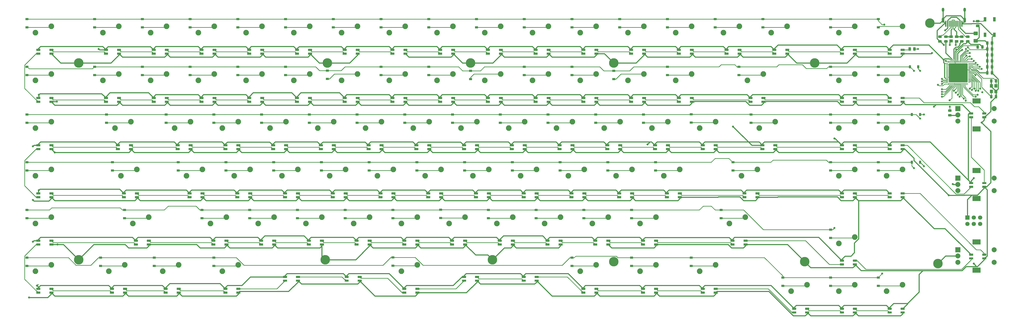
<source format=gbr>
G04 #@! TF.GenerationSoftware,KiCad,Pcbnew,(5.1.4)-1*
G04 #@! TF.CreationDate,2024-04-11T21:59:36-07:00*
G04 #@! TF.ProjectId,keeb,6b656562-2e6b-4696-9361-645f70636258,rev?*
G04 #@! TF.SameCoordinates,Original*
G04 #@! TF.FileFunction,Copper,L4,Bot*
G04 #@! TF.FilePolarity,Positive*
%FSLAX46Y46*%
G04 Gerber Fmt 4.6, Leading zero omitted, Abs format (unit mm)*
G04 Created by KiCad (PCBNEW (5.1.4)-1) date 2024-04-11 21:59:36*
%MOMM*%
%LPD*%
G04 APERTURE LIST*
%ADD10C,2.250000*%
%ADD11C,0.100000*%
%ADD12C,0.820000*%
%ADD13C,0.975000*%
%ADD14C,0.179289*%
%ADD15C,0.250000*%
%ADD16C,7.500000*%
%ADD17R,1.200000X1.400000*%
%ADD18C,1.425000*%
%ADD19R,0.600000X2.450000*%
%ADD20R,0.300000X2.450000*%
%ADD21O,1.000000X2.100000*%
%ADD22O,1.000000X1.600000*%
%ADD23R,2.000000X2.000000*%
%ADD24C,2.000000*%
%ADD25R,3.200000X2.000000*%
%ADD26R,1.100000X1.800000*%
%ADD27R,1.700000X1.700000*%
%ADD28C,1.700000*%
%ADD29C,3.800000*%
%ADD30R,1.200000X0.900000*%
%ADD31R,0.900000X1.200000*%
%ADD32R,1.400000X1.000000*%
%ADD33R,1.400000X1.200000*%
%ADD34C,0.800000*%
%ADD35C,0.250000*%
%ADD36C,0.385000*%
G04 APERTURE END LIST*
D10*
X295433750Y-140176250D03*
X289083750Y-142716250D03*
X271621250Y-140176250D03*
X265271250Y-142716250D03*
X59690000Y-140176250D03*
X53340000Y-142716250D03*
X104933750Y-140176250D03*
X98583750Y-142716250D03*
D11*
G36*
X143382287Y-111235396D02*
G01*
X143390247Y-111236577D01*
X143398053Y-111238532D01*
X143405630Y-111241243D01*
X143412905Y-111244683D01*
X143419807Y-111248820D01*
X143426270Y-111253614D01*
X143432233Y-111259018D01*
X143437637Y-111264981D01*
X143442431Y-111271444D01*
X143446568Y-111278346D01*
X143450008Y-111285621D01*
X143452719Y-111293198D01*
X143454674Y-111301004D01*
X143455855Y-111308964D01*
X143456250Y-111317001D01*
X143456250Y-111973001D01*
X143455855Y-111981038D01*
X143454674Y-111988998D01*
X143452719Y-111996804D01*
X143450008Y-112004381D01*
X143446568Y-112011656D01*
X143442431Y-112018558D01*
X143437637Y-112025021D01*
X143432233Y-112030984D01*
X143426270Y-112036388D01*
X143419807Y-112041182D01*
X143412905Y-112045319D01*
X143405630Y-112048759D01*
X143398053Y-112051470D01*
X143390247Y-112053425D01*
X143382287Y-112054606D01*
X143374250Y-112055001D01*
X141938250Y-112055001D01*
X141930213Y-112054606D01*
X141922253Y-112053425D01*
X141914447Y-112051470D01*
X141906870Y-112048759D01*
X141899595Y-112045319D01*
X141892693Y-112041182D01*
X141886230Y-112036388D01*
X141880267Y-112030984D01*
X141874863Y-112025021D01*
X141870069Y-112018558D01*
X141865932Y-112011656D01*
X141862492Y-112004381D01*
X141859781Y-111996804D01*
X141857826Y-111988998D01*
X141856645Y-111981038D01*
X141856250Y-111973001D01*
X141856250Y-111317001D01*
X141856645Y-111308964D01*
X141857826Y-111301004D01*
X141859781Y-111293198D01*
X141862492Y-111285621D01*
X141865932Y-111278346D01*
X141870069Y-111271444D01*
X141874863Y-111264981D01*
X141880267Y-111259018D01*
X141886230Y-111253614D01*
X141892693Y-111248820D01*
X141899595Y-111244683D01*
X141906870Y-111241243D01*
X141914447Y-111238532D01*
X141922253Y-111236577D01*
X141930213Y-111235396D01*
X141938250Y-111235001D01*
X143374250Y-111235001D01*
X143382287Y-111235396D01*
X143382287Y-111235396D01*
G37*
D12*
X142656250Y-111645001D03*
D11*
G36*
X143382287Y-112735396D02*
G01*
X143390247Y-112736577D01*
X143398053Y-112738532D01*
X143405630Y-112741243D01*
X143412905Y-112744683D01*
X143419807Y-112748820D01*
X143426270Y-112753614D01*
X143432233Y-112759018D01*
X143437637Y-112764981D01*
X143442431Y-112771444D01*
X143446568Y-112778346D01*
X143450008Y-112785621D01*
X143452719Y-112793198D01*
X143454674Y-112801004D01*
X143455855Y-112808964D01*
X143456250Y-112817001D01*
X143456250Y-113473001D01*
X143455855Y-113481038D01*
X143454674Y-113488998D01*
X143452719Y-113496804D01*
X143450008Y-113504381D01*
X143446568Y-113511656D01*
X143442431Y-113518558D01*
X143437637Y-113525021D01*
X143432233Y-113530984D01*
X143426270Y-113536388D01*
X143419807Y-113541182D01*
X143412905Y-113545319D01*
X143405630Y-113548759D01*
X143398053Y-113551470D01*
X143390247Y-113553425D01*
X143382287Y-113554606D01*
X143374250Y-113555001D01*
X141938250Y-113555001D01*
X141930213Y-113554606D01*
X141922253Y-113553425D01*
X141914447Y-113551470D01*
X141906870Y-113548759D01*
X141899595Y-113545319D01*
X141892693Y-113541182D01*
X141886230Y-113536388D01*
X141880267Y-113530984D01*
X141874863Y-113525021D01*
X141870069Y-113518558D01*
X141865932Y-113511656D01*
X141862492Y-113504381D01*
X141859781Y-113496804D01*
X141857826Y-113488998D01*
X141856645Y-113481038D01*
X141856250Y-113473001D01*
X141856250Y-112817001D01*
X141856645Y-112808964D01*
X141857826Y-112801004D01*
X141859781Y-112793198D01*
X141862492Y-112785621D01*
X141865932Y-112778346D01*
X141870069Y-112771444D01*
X141874863Y-112764981D01*
X141880267Y-112759018D01*
X141886230Y-112753614D01*
X141892693Y-112748820D01*
X141899595Y-112744683D01*
X141906870Y-112741243D01*
X141914447Y-112738532D01*
X141922253Y-112736577D01*
X141930213Y-112735396D01*
X141938250Y-112735001D01*
X143374250Y-112735001D01*
X143382287Y-112735396D01*
X143382287Y-112735396D01*
G37*
D12*
X142656250Y-113145001D03*
D11*
G36*
X148582287Y-111235396D02*
G01*
X148590247Y-111236577D01*
X148598053Y-111238532D01*
X148605630Y-111241243D01*
X148612905Y-111244683D01*
X148619807Y-111248820D01*
X148626270Y-111253614D01*
X148632233Y-111259018D01*
X148637637Y-111264981D01*
X148642431Y-111271444D01*
X148646568Y-111278346D01*
X148650008Y-111285621D01*
X148652719Y-111293198D01*
X148654674Y-111301004D01*
X148655855Y-111308964D01*
X148656250Y-111317001D01*
X148656250Y-111973001D01*
X148655855Y-111981038D01*
X148654674Y-111988998D01*
X148652719Y-111996804D01*
X148650008Y-112004381D01*
X148646568Y-112011656D01*
X148642431Y-112018558D01*
X148637637Y-112025021D01*
X148632233Y-112030984D01*
X148626270Y-112036388D01*
X148619807Y-112041182D01*
X148612905Y-112045319D01*
X148605630Y-112048759D01*
X148598053Y-112051470D01*
X148590247Y-112053425D01*
X148582287Y-112054606D01*
X148574250Y-112055001D01*
X147138250Y-112055001D01*
X147130213Y-112054606D01*
X147122253Y-112053425D01*
X147114447Y-112051470D01*
X147106870Y-112048759D01*
X147099595Y-112045319D01*
X147092693Y-112041182D01*
X147086230Y-112036388D01*
X147080267Y-112030984D01*
X147074863Y-112025021D01*
X147070069Y-112018558D01*
X147065932Y-112011656D01*
X147062492Y-112004381D01*
X147059781Y-111996804D01*
X147057826Y-111988998D01*
X147056645Y-111981038D01*
X147056250Y-111973001D01*
X147056250Y-111317001D01*
X147056645Y-111308964D01*
X147057826Y-111301004D01*
X147059781Y-111293198D01*
X147062492Y-111285621D01*
X147065932Y-111278346D01*
X147070069Y-111271444D01*
X147074863Y-111264981D01*
X147080267Y-111259018D01*
X147086230Y-111253614D01*
X147092693Y-111248820D01*
X147099595Y-111244683D01*
X147106870Y-111241243D01*
X147114447Y-111238532D01*
X147122253Y-111236577D01*
X147130213Y-111235396D01*
X147138250Y-111235001D01*
X148574250Y-111235001D01*
X148582287Y-111235396D01*
X148582287Y-111235396D01*
G37*
D12*
X147856250Y-111645001D03*
D11*
G36*
X148582287Y-112735396D02*
G01*
X148590247Y-112736577D01*
X148598053Y-112738532D01*
X148605630Y-112741243D01*
X148612905Y-112744683D01*
X148619807Y-112748820D01*
X148626270Y-112753614D01*
X148632233Y-112759018D01*
X148637637Y-112764981D01*
X148642431Y-112771444D01*
X148646568Y-112778346D01*
X148650008Y-112785621D01*
X148652719Y-112793198D01*
X148654674Y-112801004D01*
X148655855Y-112808964D01*
X148656250Y-112817001D01*
X148656250Y-113473001D01*
X148655855Y-113481038D01*
X148654674Y-113488998D01*
X148652719Y-113496804D01*
X148650008Y-113504381D01*
X148646568Y-113511656D01*
X148642431Y-113518558D01*
X148637637Y-113525021D01*
X148632233Y-113530984D01*
X148626270Y-113536388D01*
X148619807Y-113541182D01*
X148612905Y-113545319D01*
X148605630Y-113548759D01*
X148598053Y-113551470D01*
X148590247Y-113553425D01*
X148582287Y-113554606D01*
X148574250Y-113555001D01*
X147138250Y-113555001D01*
X147130213Y-113554606D01*
X147122253Y-113553425D01*
X147114447Y-113551470D01*
X147106870Y-113548759D01*
X147099595Y-113545319D01*
X147092693Y-113541182D01*
X147086230Y-113536388D01*
X147080267Y-113530984D01*
X147074863Y-113525021D01*
X147070069Y-113518558D01*
X147065932Y-113511656D01*
X147062492Y-113504381D01*
X147059781Y-113496804D01*
X147057826Y-113488998D01*
X147056645Y-113481038D01*
X147056250Y-113473001D01*
X147056250Y-112817001D01*
X147056645Y-112808964D01*
X147057826Y-112801004D01*
X147059781Y-112793198D01*
X147062492Y-112785621D01*
X147065932Y-112778346D01*
X147070069Y-112771444D01*
X147074863Y-112764981D01*
X147080267Y-112759018D01*
X147086230Y-112753614D01*
X147092693Y-112748820D01*
X147099595Y-112744683D01*
X147106870Y-112741243D01*
X147114447Y-112738532D01*
X147122253Y-112736577D01*
X147130213Y-112735396D01*
X147138250Y-112735001D01*
X148574250Y-112735001D01*
X148582287Y-112735396D01*
X148582287Y-112735396D01*
G37*
D12*
X147856250Y-113145001D03*
D11*
G36*
X365632287Y-157272896D02*
G01*
X365640247Y-157274077D01*
X365648053Y-157276032D01*
X365655630Y-157278743D01*
X365662905Y-157282183D01*
X365669807Y-157286320D01*
X365676270Y-157291114D01*
X365682233Y-157296518D01*
X365687637Y-157302481D01*
X365692431Y-157308944D01*
X365696568Y-157315846D01*
X365700008Y-157323121D01*
X365702719Y-157330698D01*
X365704674Y-157338504D01*
X365705855Y-157346464D01*
X365706250Y-157354501D01*
X365706250Y-158010501D01*
X365705855Y-158018538D01*
X365704674Y-158026498D01*
X365702719Y-158034304D01*
X365700008Y-158041881D01*
X365696568Y-158049156D01*
X365692431Y-158056058D01*
X365687637Y-158062521D01*
X365682233Y-158068484D01*
X365676270Y-158073888D01*
X365669807Y-158078682D01*
X365662905Y-158082819D01*
X365655630Y-158086259D01*
X365648053Y-158088970D01*
X365640247Y-158090925D01*
X365632287Y-158092106D01*
X365624250Y-158092501D01*
X364188250Y-158092501D01*
X364180213Y-158092106D01*
X364172253Y-158090925D01*
X364164447Y-158088970D01*
X364156870Y-158086259D01*
X364149595Y-158082819D01*
X364142693Y-158078682D01*
X364136230Y-158073888D01*
X364130267Y-158068484D01*
X364124863Y-158062521D01*
X364120069Y-158056058D01*
X364115932Y-158049156D01*
X364112492Y-158041881D01*
X364109781Y-158034304D01*
X364107826Y-158026498D01*
X364106645Y-158018538D01*
X364106250Y-158010501D01*
X364106250Y-157354501D01*
X364106645Y-157346464D01*
X364107826Y-157338504D01*
X364109781Y-157330698D01*
X364112492Y-157323121D01*
X364115932Y-157315846D01*
X364120069Y-157308944D01*
X364124863Y-157302481D01*
X364130267Y-157296518D01*
X364136230Y-157291114D01*
X364142693Y-157286320D01*
X364149595Y-157282183D01*
X364156870Y-157278743D01*
X364164447Y-157276032D01*
X364172253Y-157274077D01*
X364180213Y-157272896D01*
X364188250Y-157272501D01*
X365624250Y-157272501D01*
X365632287Y-157272896D01*
X365632287Y-157272896D01*
G37*
D12*
X364906250Y-157682501D03*
D11*
G36*
X365632287Y-158772896D02*
G01*
X365640247Y-158774077D01*
X365648053Y-158776032D01*
X365655630Y-158778743D01*
X365662905Y-158782183D01*
X365669807Y-158786320D01*
X365676270Y-158791114D01*
X365682233Y-158796518D01*
X365687637Y-158802481D01*
X365692431Y-158808944D01*
X365696568Y-158815846D01*
X365700008Y-158823121D01*
X365702719Y-158830698D01*
X365704674Y-158838504D01*
X365705855Y-158846464D01*
X365706250Y-158854501D01*
X365706250Y-159510501D01*
X365705855Y-159518538D01*
X365704674Y-159526498D01*
X365702719Y-159534304D01*
X365700008Y-159541881D01*
X365696568Y-159549156D01*
X365692431Y-159556058D01*
X365687637Y-159562521D01*
X365682233Y-159568484D01*
X365676270Y-159573888D01*
X365669807Y-159578682D01*
X365662905Y-159582819D01*
X365655630Y-159586259D01*
X365648053Y-159588970D01*
X365640247Y-159590925D01*
X365632287Y-159592106D01*
X365624250Y-159592501D01*
X364188250Y-159592501D01*
X364180213Y-159592106D01*
X364172253Y-159590925D01*
X364164447Y-159588970D01*
X364156870Y-159586259D01*
X364149595Y-159582819D01*
X364142693Y-159578682D01*
X364136230Y-159573888D01*
X364130267Y-159568484D01*
X364124863Y-159562521D01*
X364120069Y-159556058D01*
X364115932Y-159549156D01*
X364112492Y-159541881D01*
X364109781Y-159534304D01*
X364107826Y-159526498D01*
X364106645Y-159518538D01*
X364106250Y-159510501D01*
X364106250Y-158854501D01*
X364106645Y-158846464D01*
X364107826Y-158838504D01*
X364109781Y-158830698D01*
X364112492Y-158823121D01*
X364115932Y-158815846D01*
X364120069Y-158808944D01*
X364124863Y-158802481D01*
X364130267Y-158796518D01*
X364136230Y-158791114D01*
X364142693Y-158786320D01*
X364149595Y-158782183D01*
X364156870Y-158778743D01*
X364164447Y-158776032D01*
X364172253Y-158774077D01*
X364180213Y-158772896D01*
X364188250Y-158772501D01*
X365624250Y-158772501D01*
X365632287Y-158772896D01*
X365632287Y-158772896D01*
G37*
D12*
X364906250Y-159182501D03*
D11*
G36*
X370832287Y-157272896D02*
G01*
X370840247Y-157274077D01*
X370848053Y-157276032D01*
X370855630Y-157278743D01*
X370862905Y-157282183D01*
X370869807Y-157286320D01*
X370876270Y-157291114D01*
X370882233Y-157296518D01*
X370887637Y-157302481D01*
X370892431Y-157308944D01*
X370896568Y-157315846D01*
X370900008Y-157323121D01*
X370902719Y-157330698D01*
X370904674Y-157338504D01*
X370905855Y-157346464D01*
X370906250Y-157354501D01*
X370906250Y-158010501D01*
X370905855Y-158018538D01*
X370904674Y-158026498D01*
X370902719Y-158034304D01*
X370900008Y-158041881D01*
X370896568Y-158049156D01*
X370892431Y-158056058D01*
X370887637Y-158062521D01*
X370882233Y-158068484D01*
X370876270Y-158073888D01*
X370869807Y-158078682D01*
X370862905Y-158082819D01*
X370855630Y-158086259D01*
X370848053Y-158088970D01*
X370840247Y-158090925D01*
X370832287Y-158092106D01*
X370824250Y-158092501D01*
X369388250Y-158092501D01*
X369380213Y-158092106D01*
X369372253Y-158090925D01*
X369364447Y-158088970D01*
X369356870Y-158086259D01*
X369349595Y-158082819D01*
X369342693Y-158078682D01*
X369336230Y-158073888D01*
X369330267Y-158068484D01*
X369324863Y-158062521D01*
X369320069Y-158056058D01*
X369315932Y-158049156D01*
X369312492Y-158041881D01*
X369309781Y-158034304D01*
X369307826Y-158026498D01*
X369306645Y-158018538D01*
X369306250Y-158010501D01*
X369306250Y-157354501D01*
X369306645Y-157346464D01*
X369307826Y-157338504D01*
X369309781Y-157330698D01*
X369312492Y-157323121D01*
X369315932Y-157315846D01*
X369320069Y-157308944D01*
X369324863Y-157302481D01*
X369330267Y-157296518D01*
X369336230Y-157291114D01*
X369342693Y-157286320D01*
X369349595Y-157282183D01*
X369356870Y-157278743D01*
X369364447Y-157276032D01*
X369372253Y-157274077D01*
X369380213Y-157272896D01*
X369388250Y-157272501D01*
X370824250Y-157272501D01*
X370832287Y-157272896D01*
X370832287Y-157272896D01*
G37*
D12*
X370106250Y-157682501D03*
D11*
G36*
X370832287Y-158772896D02*
G01*
X370840247Y-158774077D01*
X370848053Y-158776032D01*
X370855630Y-158778743D01*
X370862905Y-158782183D01*
X370869807Y-158786320D01*
X370876270Y-158791114D01*
X370882233Y-158796518D01*
X370887637Y-158802481D01*
X370892431Y-158808944D01*
X370896568Y-158815846D01*
X370900008Y-158823121D01*
X370902719Y-158830698D01*
X370904674Y-158838504D01*
X370905855Y-158846464D01*
X370906250Y-158854501D01*
X370906250Y-159510501D01*
X370905855Y-159518538D01*
X370904674Y-159526498D01*
X370902719Y-159534304D01*
X370900008Y-159541881D01*
X370896568Y-159549156D01*
X370892431Y-159556058D01*
X370887637Y-159562521D01*
X370882233Y-159568484D01*
X370876270Y-159573888D01*
X370869807Y-159578682D01*
X370862905Y-159582819D01*
X370855630Y-159586259D01*
X370848053Y-159588970D01*
X370840247Y-159590925D01*
X370832287Y-159592106D01*
X370824250Y-159592501D01*
X369388250Y-159592501D01*
X369380213Y-159592106D01*
X369372253Y-159590925D01*
X369364447Y-159588970D01*
X369356870Y-159586259D01*
X369349595Y-159582819D01*
X369342693Y-159578682D01*
X369336230Y-159573888D01*
X369330267Y-159568484D01*
X369324863Y-159562521D01*
X369320069Y-159556058D01*
X369315932Y-159549156D01*
X369312492Y-159541881D01*
X369309781Y-159534304D01*
X369307826Y-159526498D01*
X369306645Y-159518538D01*
X369306250Y-159510501D01*
X369306250Y-158854501D01*
X369306645Y-158846464D01*
X369307826Y-158838504D01*
X369309781Y-158830698D01*
X369312492Y-158823121D01*
X369315932Y-158815846D01*
X369320069Y-158808944D01*
X369324863Y-158802481D01*
X369330267Y-158796518D01*
X369336230Y-158791114D01*
X369342693Y-158786320D01*
X369349595Y-158782183D01*
X369356870Y-158778743D01*
X369364447Y-158776032D01*
X369372253Y-158774077D01*
X369380213Y-158772896D01*
X369388250Y-158772501D01*
X370824250Y-158772501D01*
X370832287Y-158772896D01*
X370832287Y-158772896D01*
G37*
D12*
X370106250Y-159182501D03*
D11*
G36*
X346582287Y-157272896D02*
G01*
X346590247Y-157274077D01*
X346598053Y-157276032D01*
X346605630Y-157278743D01*
X346612905Y-157282183D01*
X346619807Y-157286320D01*
X346626270Y-157291114D01*
X346632233Y-157296518D01*
X346637637Y-157302481D01*
X346642431Y-157308944D01*
X346646568Y-157315846D01*
X346650008Y-157323121D01*
X346652719Y-157330698D01*
X346654674Y-157338504D01*
X346655855Y-157346464D01*
X346656250Y-157354501D01*
X346656250Y-158010501D01*
X346655855Y-158018538D01*
X346654674Y-158026498D01*
X346652719Y-158034304D01*
X346650008Y-158041881D01*
X346646568Y-158049156D01*
X346642431Y-158056058D01*
X346637637Y-158062521D01*
X346632233Y-158068484D01*
X346626270Y-158073888D01*
X346619807Y-158078682D01*
X346612905Y-158082819D01*
X346605630Y-158086259D01*
X346598053Y-158088970D01*
X346590247Y-158090925D01*
X346582287Y-158092106D01*
X346574250Y-158092501D01*
X345138250Y-158092501D01*
X345130213Y-158092106D01*
X345122253Y-158090925D01*
X345114447Y-158088970D01*
X345106870Y-158086259D01*
X345099595Y-158082819D01*
X345092693Y-158078682D01*
X345086230Y-158073888D01*
X345080267Y-158068484D01*
X345074863Y-158062521D01*
X345070069Y-158056058D01*
X345065932Y-158049156D01*
X345062492Y-158041881D01*
X345059781Y-158034304D01*
X345057826Y-158026498D01*
X345056645Y-158018538D01*
X345056250Y-158010501D01*
X345056250Y-157354501D01*
X345056645Y-157346464D01*
X345057826Y-157338504D01*
X345059781Y-157330698D01*
X345062492Y-157323121D01*
X345065932Y-157315846D01*
X345070069Y-157308944D01*
X345074863Y-157302481D01*
X345080267Y-157296518D01*
X345086230Y-157291114D01*
X345092693Y-157286320D01*
X345099595Y-157282183D01*
X345106870Y-157278743D01*
X345114447Y-157276032D01*
X345122253Y-157274077D01*
X345130213Y-157272896D01*
X345138250Y-157272501D01*
X346574250Y-157272501D01*
X346582287Y-157272896D01*
X346582287Y-157272896D01*
G37*
D12*
X345856250Y-157682501D03*
D11*
G36*
X346582287Y-158772896D02*
G01*
X346590247Y-158774077D01*
X346598053Y-158776032D01*
X346605630Y-158778743D01*
X346612905Y-158782183D01*
X346619807Y-158786320D01*
X346626270Y-158791114D01*
X346632233Y-158796518D01*
X346637637Y-158802481D01*
X346642431Y-158808944D01*
X346646568Y-158815846D01*
X346650008Y-158823121D01*
X346652719Y-158830698D01*
X346654674Y-158838504D01*
X346655855Y-158846464D01*
X346656250Y-158854501D01*
X346656250Y-159510501D01*
X346655855Y-159518538D01*
X346654674Y-159526498D01*
X346652719Y-159534304D01*
X346650008Y-159541881D01*
X346646568Y-159549156D01*
X346642431Y-159556058D01*
X346637637Y-159562521D01*
X346632233Y-159568484D01*
X346626270Y-159573888D01*
X346619807Y-159578682D01*
X346612905Y-159582819D01*
X346605630Y-159586259D01*
X346598053Y-159588970D01*
X346590247Y-159590925D01*
X346582287Y-159592106D01*
X346574250Y-159592501D01*
X345138250Y-159592501D01*
X345130213Y-159592106D01*
X345122253Y-159590925D01*
X345114447Y-159588970D01*
X345106870Y-159586259D01*
X345099595Y-159582819D01*
X345092693Y-159578682D01*
X345086230Y-159573888D01*
X345080267Y-159568484D01*
X345074863Y-159562521D01*
X345070069Y-159556058D01*
X345065932Y-159549156D01*
X345062492Y-159541881D01*
X345059781Y-159534304D01*
X345057826Y-159526498D01*
X345056645Y-159518538D01*
X345056250Y-159510501D01*
X345056250Y-158854501D01*
X345056645Y-158846464D01*
X345057826Y-158838504D01*
X345059781Y-158830698D01*
X345062492Y-158823121D01*
X345065932Y-158815846D01*
X345070069Y-158808944D01*
X345074863Y-158802481D01*
X345080267Y-158796518D01*
X345086230Y-158791114D01*
X345092693Y-158786320D01*
X345099595Y-158782183D01*
X345106870Y-158778743D01*
X345114447Y-158776032D01*
X345122253Y-158774077D01*
X345130213Y-158772896D01*
X345138250Y-158772501D01*
X346574250Y-158772501D01*
X346582287Y-158772896D01*
X346582287Y-158772896D01*
G37*
D12*
X345856250Y-159182501D03*
D11*
G36*
X351782287Y-157272896D02*
G01*
X351790247Y-157274077D01*
X351798053Y-157276032D01*
X351805630Y-157278743D01*
X351812905Y-157282183D01*
X351819807Y-157286320D01*
X351826270Y-157291114D01*
X351832233Y-157296518D01*
X351837637Y-157302481D01*
X351842431Y-157308944D01*
X351846568Y-157315846D01*
X351850008Y-157323121D01*
X351852719Y-157330698D01*
X351854674Y-157338504D01*
X351855855Y-157346464D01*
X351856250Y-157354501D01*
X351856250Y-158010501D01*
X351855855Y-158018538D01*
X351854674Y-158026498D01*
X351852719Y-158034304D01*
X351850008Y-158041881D01*
X351846568Y-158049156D01*
X351842431Y-158056058D01*
X351837637Y-158062521D01*
X351832233Y-158068484D01*
X351826270Y-158073888D01*
X351819807Y-158078682D01*
X351812905Y-158082819D01*
X351805630Y-158086259D01*
X351798053Y-158088970D01*
X351790247Y-158090925D01*
X351782287Y-158092106D01*
X351774250Y-158092501D01*
X350338250Y-158092501D01*
X350330213Y-158092106D01*
X350322253Y-158090925D01*
X350314447Y-158088970D01*
X350306870Y-158086259D01*
X350299595Y-158082819D01*
X350292693Y-158078682D01*
X350286230Y-158073888D01*
X350280267Y-158068484D01*
X350274863Y-158062521D01*
X350270069Y-158056058D01*
X350265932Y-158049156D01*
X350262492Y-158041881D01*
X350259781Y-158034304D01*
X350257826Y-158026498D01*
X350256645Y-158018538D01*
X350256250Y-158010501D01*
X350256250Y-157354501D01*
X350256645Y-157346464D01*
X350257826Y-157338504D01*
X350259781Y-157330698D01*
X350262492Y-157323121D01*
X350265932Y-157315846D01*
X350270069Y-157308944D01*
X350274863Y-157302481D01*
X350280267Y-157296518D01*
X350286230Y-157291114D01*
X350292693Y-157286320D01*
X350299595Y-157282183D01*
X350306870Y-157278743D01*
X350314447Y-157276032D01*
X350322253Y-157274077D01*
X350330213Y-157272896D01*
X350338250Y-157272501D01*
X351774250Y-157272501D01*
X351782287Y-157272896D01*
X351782287Y-157272896D01*
G37*
D12*
X351056250Y-157682501D03*
D11*
G36*
X351782287Y-158772896D02*
G01*
X351790247Y-158774077D01*
X351798053Y-158776032D01*
X351805630Y-158778743D01*
X351812905Y-158782183D01*
X351819807Y-158786320D01*
X351826270Y-158791114D01*
X351832233Y-158796518D01*
X351837637Y-158802481D01*
X351842431Y-158808944D01*
X351846568Y-158815846D01*
X351850008Y-158823121D01*
X351852719Y-158830698D01*
X351854674Y-158838504D01*
X351855855Y-158846464D01*
X351856250Y-158854501D01*
X351856250Y-159510501D01*
X351855855Y-159518538D01*
X351854674Y-159526498D01*
X351852719Y-159534304D01*
X351850008Y-159541881D01*
X351846568Y-159549156D01*
X351842431Y-159556058D01*
X351837637Y-159562521D01*
X351832233Y-159568484D01*
X351826270Y-159573888D01*
X351819807Y-159578682D01*
X351812905Y-159582819D01*
X351805630Y-159586259D01*
X351798053Y-159588970D01*
X351790247Y-159590925D01*
X351782287Y-159592106D01*
X351774250Y-159592501D01*
X350338250Y-159592501D01*
X350330213Y-159592106D01*
X350322253Y-159590925D01*
X350314447Y-159588970D01*
X350306870Y-159586259D01*
X350299595Y-159582819D01*
X350292693Y-159578682D01*
X350286230Y-159573888D01*
X350280267Y-159568484D01*
X350274863Y-159562521D01*
X350270069Y-159556058D01*
X350265932Y-159549156D01*
X350262492Y-159541881D01*
X350259781Y-159534304D01*
X350257826Y-159526498D01*
X350256645Y-159518538D01*
X350256250Y-159510501D01*
X350256250Y-158854501D01*
X350256645Y-158846464D01*
X350257826Y-158838504D01*
X350259781Y-158830698D01*
X350262492Y-158823121D01*
X350265932Y-158815846D01*
X350270069Y-158808944D01*
X350274863Y-158802481D01*
X350280267Y-158796518D01*
X350286230Y-158791114D01*
X350292693Y-158786320D01*
X350299595Y-158782183D01*
X350306870Y-158778743D01*
X350314447Y-158776032D01*
X350322253Y-158774077D01*
X350330213Y-158772896D01*
X350338250Y-158772501D01*
X351774250Y-158772501D01*
X351782287Y-158772896D01*
X351782287Y-158772896D01*
G37*
D12*
X351056250Y-159182501D03*
D11*
G36*
X327532287Y-157272896D02*
G01*
X327540247Y-157274077D01*
X327548053Y-157276032D01*
X327555630Y-157278743D01*
X327562905Y-157282183D01*
X327569807Y-157286320D01*
X327576270Y-157291114D01*
X327582233Y-157296518D01*
X327587637Y-157302481D01*
X327592431Y-157308944D01*
X327596568Y-157315846D01*
X327600008Y-157323121D01*
X327602719Y-157330698D01*
X327604674Y-157338504D01*
X327605855Y-157346464D01*
X327606250Y-157354501D01*
X327606250Y-158010501D01*
X327605855Y-158018538D01*
X327604674Y-158026498D01*
X327602719Y-158034304D01*
X327600008Y-158041881D01*
X327596568Y-158049156D01*
X327592431Y-158056058D01*
X327587637Y-158062521D01*
X327582233Y-158068484D01*
X327576270Y-158073888D01*
X327569807Y-158078682D01*
X327562905Y-158082819D01*
X327555630Y-158086259D01*
X327548053Y-158088970D01*
X327540247Y-158090925D01*
X327532287Y-158092106D01*
X327524250Y-158092501D01*
X326088250Y-158092501D01*
X326080213Y-158092106D01*
X326072253Y-158090925D01*
X326064447Y-158088970D01*
X326056870Y-158086259D01*
X326049595Y-158082819D01*
X326042693Y-158078682D01*
X326036230Y-158073888D01*
X326030267Y-158068484D01*
X326024863Y-158062521D01*
X326020069Y-158056058D01*
X326015932Y-158049156D01*
X326012492Y-158041881D01*
X326009781Y-158034304D01*
X326007826Y-158026498D01*
X326006645Y-158018538D01*
X326006250Y-158010501D01*
X326006250Y-157354501D01*
X326006645Y-157346464D01*
X326007826Y-157338504D01*
X326009781Y-157330698D01*
X326012492Y-157323121D01*
X326015932Y-157315846D01*
X326020069Y-157308944D01*
X326024863Y-157302481D01*
X326030267Y-157296518D01*
X326036230Y-157291114D01*
X326042693Y-157286320D01*
X326049595Y-157282183D01*
X326056870Y-157278743D01*
X326064447Y-157276032D01*
X326072253Y-157274077D01*
X326080213Y-157272896D01*
X326088250Y-157272501D01*
X327524250Y-157272501D01*
X327532287Y-157272896D01*
X327532287Y-157272896D01*
G37*
D12*
X326806250Y-157682501D03*
D11*
G36*
X327532287Y-158772896D02*
G01*
X327540247Y-158774077D01*
X327548053Y-158776032D01*
X327555630Y-158778743D01*
X327562905Y-158782183D01*
X327569807Y-158786320D01*
X327576270Y-158791114D01*
X327582233Y-158796518D01*
X327587637Y-158802481D01*
X327592431Y-158808944D01*
X327596568Y-158815846D01*
X327600008Y-158823121D01*
X327602719Y-158830698D01*
X327604674Y-158838504D01*
X327605855Y-158846464D01*
X327606250Y-158854501D01*
X327606250Y-159510501D01*
X327605855Y-159518538D01*
X327604674Y-159526498D01*
X327602719Y-159534304D01*
X327600008Y-159541881D01*
X327596568Y-159549156D01*
X327592431Y-159556058D01*
X327587637Y-159562521D01*
X327582233Y-159568484D01*
X327576270Y-159573888D01*
X327569807Y-159578682D01*
X327562905Y-159582819D01*
X327555630Y-159586259D01*
X327548053Y-159588970D01*
X327540247Y-159590925D01*
X327532287Y-159592106D01*
X327524250Y-159592501D01*
X326088250Y-159592501D01*
X326080213Y-159592106D01*
X326072253Y-159590925D01*
X326064447Y-159588970D01*
X326056870Y-159586259D01*
X326049595Y-159582819D01*
X326042693Y-159578682D01*
X326036230Y-159573888D01*
X326030267Y-159568484D01*
X326024863Y-159562521D01*
X326020069Y-159556058D01*
X326015932Y-159549156D01*
X326012492Y-159541881D01*
X326009781Y-159534304D01*
X326007826Y-159526498D01*
X326006645Y-159518538D01*
X326006250Y-159510501D01*
X326006250Y-158854501D01*
X326006645Y-158846464D01*
X326007826Y-158838504D01*
X326009781Y-158830698D01*
X326012492Y-158823121D01*
X326015932Y-158815846D01*
X326020069Y-158808944D01*
X326024863Y-158802481D01*
X326030267Y-158796518D01*
X326036230Y-158791114D01*
X326042693Y-158786320D01*
X326049595Y-158782183D01*
X326056870Y-158778743D01*
X326064447Y-158776032D01*
X326072253Y-158774077D01*
X326080213Y-158772896D01*
X326088250Y-158772501D01*
X327524250Y-158772501D01*
X327532287Y-158772896D01*
X327532287Y-158772896D01*
G37*
D12*
X326806250Y-159182501D03*
D11*
G36*
X332732287Y-157272896D02*
G01*
X332740247Y-157274077D01*
X332748053Y-157276032D01*
X332755630Y-157278743D01*
X332762905Y-157282183D01*
X332769807Y-157286320D01*
X332776270Y-157291114D01*
X332782233Y-157296518D01*
X332787637Y-157302481D01*
X332792431Y-157308944D01*
X332796568Y-157315846D01*
X332800008Y-157323121D01*
X332802719Y-157330698D01*
X332804674Y-157338504D01*
X332805855Y-157346464D01*
X332806250Y-157354501D01*
X332806250Y-158010501D01*
X332805855Y-158018538D01*
X332804674Y-158026498D01*
X332802719Y-158034304D01*
X332800008Y-158041881D01*
X332796568Y-158049156D01*
X332792431Y-158056058D01*
X332787637Y-158062521D01*
X332782233Y-158068484D01*
X332776270Y-158073888D01*
X332769807Y-158078682D01*
X332762905Y-158082819D01*
X332755630Y-158086259D01*
X332748053Y-158088970D01*
X332740247Y-158090925D01*
X332732287Y-158092106D01*
X332724250Y-158092501D01*
X331288250Y-158092501D01*
X331280213Y-158092106D01*
X331272253Y-158090925D01*
X331264447Y-158088970D01*
X331256870Y-158086259D01*
X331249595Y-158082819D01*
X331242693Y-158078682D01*
X331236230Y-158073888D01*
X331230267Y-158068484D01*
X331224863Y-158062521D01*
X331220069Y-158056058D01*
X331215932Y-158049156D01*
X331212492Y-158041881D01*
X331209781Y-158034304D01*
X331207826Y-158026498D01*
X331206645Y-158018538D01*
X331206250Y-158010501D01*
X331206250Y-157354501D01*
X331206645Y-157346464D01*
X331207826Y-157338504D01*
X331209781Y-157330698D01*
X331212492Y-157323121D01*
X331215932Y-157315846D01*
X331220069Y-157308944D01*
X331224863Y-157302481D01*
X331230267Y-157296518D01*
X331236230Y-157291114D01*
X331242693Y-157286320D01*
X331249595Y-157282183D01*
X331256870Y-157278743D01*
X331264447Y-157276032D01*
X331272253Y-157274077D01*
X331280213Y-157272896D01*
X331288250Y-157272501D01*
X332724250Y-157272501D01*
X332732287Y-157272896D01*
X332732287Y-157272896D01*
G37*
D12*
X332006250Y-157682501D03*
D11*
G36*
X332732287Y-158772896D02*
G01*
X332740247Y-158774077D01*
X332748053Y-158776032D01*
X332755630Y-158778743D01*
X332762905Y-158782183D01*
X332769807Y-158786320D01*
X332776270Y-158791114D01*
X332782233Y-158796518D01*
X332787637Y-158802481D01*
X332792431Y-158808944D01*
X332796568Y-158815846D01*
X332800008Y-158823121D01*
X332802719Y-158830698D01*
X332804674Y-158838504D01*
X332805855Y-158846464D01*
X332806250Y-158854501D01*
X332806250Y-159510501D01*
X332805855Y-159518538D01*
X332804674Y-159526498D01*
X332802719Y-159534304D01*
X332800008Y-159541881D01*
X332796568Y-159549156D01*
X332792431Y-159556058D01*
X332787637Y-159562521D01*
X332782233Y-159568484D01*
X332776270Y-159573888D01*
X332769807Y-159578682D01*
X332762905Y-159582819D01*
X332755630Y-159586259D01*
X332748053Y-159588970D01*
X332740247Y-159590925D01*
X332732287Y-159592106D01*
X332724250Y-159592501D01*
X331288250Y-159592501D01*
X331280213Y-159592106D01*
X331272253Y-159590925D01*
X331264447Y-159588970D01*
X331256870Y-159586259D01*
X331249595Y-159582819D01*
X331242693Y-159578682D01*
X331236230Y-159573888D01*
X331230267Y-159568484D01*
X331224863Y-159562521D01*
X331220069Y-159556058D01*
X331215932Y-159549156D01*
X331212492Y-159541881D01*
X331209781Y-159534304D01*
X331207826Y-159526498D01*
X331206645Y-159518538D01*
X331206250Y-159510501D01*
X331206250Y-158854501D01*
X331206645Y-158846464D01*
X331207826Y-158838504D01*
X331209781Y-158830698D01*
X331212492Y-158823121D01*
X331215932Y-158815846D01*
X331220069Y-158808944D01*
X331224863Y-158802481D01*
X331230267Y-158796518D01*
X331236230Y-158791114D01*
X331242693Y-158786320D01*
X331249595Y-158782183D01*
X331256870Y-158778743D01*
X331264447Y-158776032D01*
X331272253Y-158774077D01*
X331280213Y-158772896D01*
X331288250Y-158772501D01*
X332724250Y-158772501D01*
X332732287Y-158772896D01*
X332732287Y-158772896D01*
G37*
D12*
X332006250Y-159182501D03*
D11*
G36*
X296219787Y-150835396D02*
G01*
X296227747Y-150836577D01*
X296235553Y-150838532D01*
X296243130Y-150841243D01*
X296250405Y-150844683D01*
X296257307Y-150848820D01*
X296263770Y-150853614D01*
X296269733Y-150859018D01*
X296275137Y-150864981D01*
X296279931Y-150871444D01*
X296284068Y-150878346D01*
X296287508Y-150885621D01*
X296290219Y-150893198D01*
X296292174Y-150901004D01*
X296293355Y-150908964D01*
X296293750Y-150917001D01*
X296293750Y-151573001D01*
X296293355Y-151581038D01*
X296292174Y-151588998D01*
X296290219Y-151596804D01*
X296287508Y-151604381D01*
X296284068Y-151611656D01*
X296279931Y-151618558D01*
X296275137Y-151625021D01*
X296269733Y-151630984D01*
X296263770Y-151636388D01*
X296257307Y-151641182D01*
X296250405Y-151645319D01*
X296243130Y-151648759D01*
X296235553Y-151651470D01*
X296227747Y-151653425D01*
X296219787Y-151654606D01*
X296211750Y-151655001D01*
X294775750Y-151655001D01*
X294767713Y-151654606D01*
X294759753Y-151653425D01*
X294751947Y-151651470D01*
X294744370Y-151648759D01*
X294737095Y-151645319D01*
X294730193Y-151641182D01*
X294723730Y-151636388D01*
X294717767Y-151630984D01*
X294712363Y-151625021D01*
X294707569Y-151618558D01*
X294703432Y-151611656D01*
X294699992Y-151604381D01*
X294697281Y-151596804D01*
X294695326Y-151588998D01*
X294694145Y-151581038D01*
X294693750Y-151573001D01*
X294693750Y-150917001D01*
X294694145Y-150908964D01*
X294695326Y-150901004D01*
X294697281Y-150893198D01*
X294699992Y-150885621D01*
X294703432Y-150878346D01*
X294707569Y-150871444D01*
X294712363Y-150864981D01*
X294717767Y-150859018D01*
X294723730Y-150853614D01*
X294730193Y-150848820D01*
X294737095Y-150844683D01*
X294744370Y-150841243D01*
X294751947Y-150838532D01*
X294759753Y-150836577D01*
X294767713Y-150835396D01*
X294775750Y-150835001D01*
X296211750Y-150835001D01*
X296219787Y-150835396D01*
X296219787Y-150835396D01*
G37*
D12*
X295493750Y-151245001D03*
D11*
G36*
X296219787Y-149335396D02*
G01*
X296227747Y-149336577D01*
X296235553Y-149338532D01*
X296243130Y-149341243D01*
X296250405Y-149344683D01*
X296257307Y-149348820D01*
X296263770Y-149353614D01*
X296269733Y-149359018D01*
X296275137Y-149364981D01*
X296279931Y-149371444D01*
X296284068Y-149378346D01*
X296287508Y-149385621D01*
X296290219Y-149393198D01*
X296292174Y-149401004D01*
X296293355Y-149408964D01*
X296293750Y-149417001D01*
X296293750Y-150073001D01*
X296293355Y-150081038D01*
X296292174Y-150088998D01*
X296290219Y-150096804D01*
X296287508Y-150104381D01*
X296284068Y-150111656D01*
X296279931Y-150118558D01*
X296275137Y-150125021D01*
X296269733Y-150130984D01*
X296263770Y-150136388D01*
X296257307Y-150141182D01*
X296250405Y-150145319D01*
X296243130Y-150148759D01*
X296235553Y-150151470D01*
X296227747Y-150153425D01*
X296219787Y-150154606D01*
X296211750Y-150155001D01*
X294775750Y-150155001D01*
X294767713Y-150154606D01*
X294759753Y-150153425D01*
X294751947Y-150151470D01*
X294744370Y-150148759D01*
X294737095Y-150145319D01*
X294730193Y-150141182D01*
X294723730Y-150136388D01*
X294717767Y-150130984D01*
X294712363Y-150125021D01*
X294707569Y-150118558D01*
X294703432Y-150111656D01*
X294699992Y-150104381D01*
X294697281Y-150096804D01*
X294695326Y-150088998D01*
X294694145Y-150081038D01*
X294693750Y-150073001D01*
X294693750Y-149417001D01*
X294694145Y-149408964D01*
X294695326Y-149401004D01*
X294697281Y-149393198D01*
X294699992Y-149385621D01*
X294703432Y-149378346D01*
X294707569Y-149371444D01*
X294712363Y-149364981D01*
X294717767Y-149359018D01*
X294723730Y-149353614D01*
X294730193Y-149348820D01*
X294737095Y-149344683D01*
X294744370Y-149341243D01*
X294751947Y-149338532D01*
X294759753Y-149336577D01*
X294767713Y-149335396D01*
X294775750Y-149335001D01*
X296211750Y-149335001D01*
X296219787Y-149335396D01*
X296219787Y-149335396D01*
G37*
D12*
X295493750Y-149745001D03*
D11*
G36*
X291019787Y-150835396D02*
G01*
X291027747Y-150836577D01*
X291035553Y-150838532D01*
X291043130Y-150841243D01*
X291050405Y-150844683D01*
X291057307Y-150848820D01*
X291063770Y-150853614D01*
X291069733Y-150859018D01*
X291075137Y-150864981D01*
X291079931Y-150871444D01*
X291084068Y-150878346D01*
X291087508Y-150885621D01*
X291090219Y-150893198D01*
X291092174Y-150901004D01*
X291093355Y-150908964D01*
X291093750Y-150917001D01*
X291093750Y-151573001D01*
X291093355Y-151581038D01*
X291092174Y-151588998D01*
X291090219Y-151596804D01*
X291087508Y-151604381D01*
X291084068Y-151611656D01*
X291079931Y-151618558D01*
X291075137Y-151625021D01*
X291069733Y-151630984D01*
X291063770Y-151636388D01*
X291057307Y-151641182D01*
X291050405Y-151645319D01*
X291043130Y-151648759D01*
X291035553Y-151651470D01*
X291027747Y-151653425D01*
X291019787Y-151654606D01*
X291011750Y-151655001D01*
X289575750Y-151655001D01*
X289567713Y-151654606D01*
X289559753Y-151653425D01*
X289551947Y-151651470D01*
X289544370Y-151648759D01*
X289537095Y-151645319D01*
X289530193Y-151641182D01*
X289523730Y-151636388D01*
X289517767Y-151630984D01*
X289512363Y-151625021D01*
X289507569Y-151618558D01*
X289503432Y-151611656D01*
X289499992Y-151604381D01*
X289497281Y-151596804D01*
X289495326Y-151588998D01*
X289494145Y-151581038D01*
X289493750Y-151573001D01*
X289493750Y-150917001D01*
X289494145Y-150908964D01*
X289495326Y-150901004D01*
X289497281Y-150893198D01*
X289499992Y-150885621D01*
X289503432Y-150878346D01*
X289507569Y-150871444D01*
X289512363Y-150864981D01*
X289517767Y-150859018D01*
X289523730Y-150853614D01*
X289530193Y-150848820D01*
X289537095Y-150844683D01*
X289544370Y-150841243D01*
X289551947Y-150838532D01*
X289559753Y-150836577D01*
X289567713Y-150835396D01*
X289575750Y-150835001D01*
X291011750Y-150835001D01*
X291019787Y-150835396D01*
X291019787Y-150835396D01*
G37*
D12*
X290293750Y-151245001D03*
D11*
G36*
X291019787Y-149335396D02*
G01*
X291027747Y-149336577D01*
X291035553Y-149338532D01*
X291043130Y-149341243D01*
X291050405Y-149344683D01*
X291057307Y-149348820D01*
X291063770Y-149353614D01*
X291069733Y-149359018D01*
X291075137Y-149364981D01*
X291079931Y-149371444D01*
X291084068Y-149378346D01*
X291087508Y-149385621D01*
X291090219Y-149393198D01*
X291092174Y-149401004D01*
X291093355Y-149408964D01*
X291093750Y-149417001D01*
X291093750Y-150073001D01*
X291093355Y-150081038D01*
X291092174Y-150088998D01*
X291090219Y-150096804D01*
X291087508Y-150104381D01*
X291084068Y-150111656D01*
X291079931Y-150118558D01*
X291075137Y-150125021D01*
X291069733Y-150130984D01*
X291063770Y-150136388D01*
X291057307Y-150141182D01*
X291050405Y-150145319D01*
X291043130Y-150148759D01*
X291035553Y-150151470D01*
X291027747Y-150153425D01*
X291019787Y-150154606D01*
X291011750Y-150155001D01*
X289575750Y-150155001D01*
X289567713Y-150154606D01*
X289559753Y-150153425D01*
X289551947Y-150151470D01*
X289544370Y-150148759D01*
X289537095Y-150145319D01*
X289530193Y-150141182D01*
X289523730Y-150136388D01*
X289517767Y-150130984D01*
X289512363Y-150125021D01*
X289507569Y-150118558D01*
X289503432Y-150111656D01*
X289499992Y-150104381D01*
X289497281Y-150096804D01*
X289495326Y-150088998D01*
X289494145Y-150081038D01*
X289493750Y-150073001D01*
X289493750Y-149417001D01*
X289494145Y-149408964D01*
X289495326Y-149401004D01*
X289497281Y-149393198D01*
X289499992Y-149385621D01*
X289503432Y-149378346D01*
X289507569Y-149371444D01*
X289512363Y-149364981D01*
X289517767Y-149359018D01*
X289523730Y-149353614D01*
X289530193Y-149348820D01*
X289537095Y-149344683D01*
X289544370Y-149341243D01*
X289551947Y-149338532D01*
X289559753Y-149336577D01*
X289567713Y-149335396D01*
X289575750Y-149335001D01*
X291011750Y-149335001D01*
X291019787Y-149335396D01*
X291019787Y-149335396D01*
G37*
D12*
X290293750Y-149745001D03*
D11*
G36*
X267207287Y-149335396D02*
G01*
X267215247Y-149336577D01*
X267223053Y-149338532D01*
X267230630Y-149341243D01*
X267237905Y-149344683D01*
X267244807Y-149348820D01*
X267251270Y-149353614D01*
X267257233Y-149359018D01*
X267262637Y-149364981D01*
X267267431Y-149371444D01*
X267271568Y-149378346D01*
X267275008Y-149385621D01*
X267277719Y-149393198D01*
X267279674Y-149401004D01*
X267280855Y-149408964D01*
X267281250Y-149417001D01*
X267281250Y-150073001D01*
X267280855Y-150081038D01*
X267279674Y-150088998D01*
X267277719Y-150096804D01*
X267275008Y-150104381D01*
X267271568Y-150111656D01*
X267267431Y-150118558D01*
X267262637Y-150125021D01*
X267257233Y-150130984D01*
X267251270Y-150136388D01*
X267244807Y-150141182D01*
X267237905Y-150145319D01*
X267230630Y-150148759D01*
X267223053Y-150151470D01*
X267215247Y-150153425D01*
X267207287Y-150154606D01*
X267199250Y-150155001D01*
X265763250Y-150155001D01*
X265755213Y-150154606D01*
X265747253Y-150153425D01*
X265739447Y-150151470D01*
X265731870Y-150148759D01*
X265724595Y-150145319D01*
X265717693Y-150141182D01*
X265711230Y-150136388D01*
X265705267Y-150130984D01*
X265699863Y-150125021D01*
X265695069Y-150118558D01*
X265690932Y-150111656D01*
X265687492Y-150104381D01*
X265684781Y-150096804D01*
X265682826Y-150088998D01*
X265681645Y-150081038D01*
X265681250Y-150073001D01*
X265681250Y-149417001D01*
X265681645Y-149408964D01*
X265682826Y-149401004D01*
X265684781Y-149393198D01*
X265687492Y-149385621D01*
X265690932Y-149378346D01*
X265695069Y-149371444D01*
X265699863Y-149364981D01*
X265705267Y-149359018D01*
X265711230Y-149353614D01*
X265717693Y-149348820D01*
X265724595Y-149344683D01*
X265731870Y-149341243D01*
X265739447Y-149338532D01*
X265747253Y-149336577D01*
X265755213Y-149335396D01*
X265763250Y-149335001D01*
X267199250Y-149335001D01*
X267207287Y-149335396D01*
X267207287Y-149335396D01*
G37*
D12*
X266481250Y-149745001D03*
D11*
G36*
X267207287Y-150835396D02*
G01*
X267215247Y-150836577D01*
X267223053Y-150838532D01*
X267230630Y-150841243D01*
X267237905Y-150844683D01*
X267244807Y-150848820D01*
X267251270Y-150853614D01*
X267257233Y-150859018D01*
X267262637Y-150864981D01*
X267267431Y-150871444D01*
X267271568Y-150878346D01*
X267275008Y-150885621D01*
X267277719Y-150893198D01*
X267279674Y-150901004D01*
X267280855Y-150908964D01*
X267281250Y-150917001D01*
X267281250Y-151573001D01*
X267280855Y-151581038D01*
X267279674Y-151588998D01*
X267277719Y-151596804D01*
X267275008Y-151604381D01*
X267271568Y-151611656D01*
X267267431Y-151618558D01*
X267262637Y-151625021D01*
X267257233Y-151630984D01*
X267251270Y-151636388D01*
X267244807Y-151641182D01*
X267237905Y-151645319D01*
X267230630Y-151648759D01*
X267223053Y-151651470D01*
X267215247Y-151653425D01*
X267207287Y-151654606D01*
X267199250Y-151655001D01*
X265763250Y-151655001D01*
X265755213Y-151654606D01*
X265747253Y-151653425D01*
X265739447Y-151651470D01*
X265731870Y-151648759D01*
X265724595Y-151645319D01*
X265717693Y-151641182D01*
X265711230Y-151636388D01*
X265705267Y-151630984D01*
X265699863Y-151625021D01*
X265695069Y-151618558D01*
X265690932Y-151611656D01*
X265687492Y-151604381D01*
X265684781Y-151596804D01*
X265682826Y-151588998D01*
X265681645Y-151581038D01*
X265681250Y-151573001D01*
X265681250Y-150917001D01*
X265681645Y-150908964D01*
X265682826Y-150901004D01*
X265684781Y-150893198D01*
X265687492Y-150885621D01*
X265690932Y-150878346D01*
X265695069Y-150871444D01*
X265699863Y-150864981D01*
X265705267Y-150859018D01*
X265711230Y-150853614D01*
X265717693Y-150848820D01*
X265724595Y-150844683D01*
X265731870Y-150841243D01*
X265739447Y-150838532D01*
X265747253Y-150836577D01*
X265755213Y-150835396D01*
X265763250Y-150835001D01*
X267199250Y-150835001D01*
X267207287Y-150835396D01*
X267207287Y-150835396D01*
G37*
D12*
X266481250Y-151245001D03*
D11*
G36*
X272407287Y-149335396D02*
G01*
X272415247Y-149336577D01*
X272423053Y-149338532D01*
X272430630Y-149341243D01*
X272437905Y-149344683D01*
X272444807Y-149348820D01*
X272451270Y-149353614D01*
X272457233Y-149359018D01*
X272462637Y-149364981D01*
X272467431Y-149371444D01*
X272471568Y-149378346D01*
X272475008Y-149385621D01*
X272477719Y-149393198D01*
X272479674Y-149401004D01*
X272480855Y-149408964D01*
X272481250Y-149417001D01*
X272481250Y-150073001D01*
X272480855Y-150081038D01*
X272479674Y-150088998D01*
X272477719Y-150096804D01*
X272475008Y-150104381D01*
X272471568Y-150111656D01*
X272467431Y-150118558D01*
X272462637Y-150125021D01*
X272457233Y-150130984D01*
X272451270Y-150136388D01*
X272444807Y-150141182D01*
X272437905Y-150145319D01*
X272430630Y-150148759D01*
X272423053Y-150151470D01*
X272415247Y-150153425D01*
X272407287Y-150154606D01*
X272399250Y-150155001D01*
X270963250Y-150155001D01*
X270955213Y-150154606D01*
X270947253Y-150153425D01*
X270939447Y-150151470D01*
X270931870Y-150148759D01*
X270924595Y-150145319D01*
X270917693Y-150141182D01*
X270911230Y-150136388D01*
X270905267Y-150130984D01*
X270899863Y-150125021D01*
X270895069Y-150118558D01*
X270890932Y-150111656D01*
X270887492Y-150104381D01*
X270884781Y-150096804D01*
X270882826Y-150088998D01*
X270881645Y-150081038D01*
X270881250Y-150073001D01*
X270881250Y-149417001D01*
X270881645Y-149408964D01*
X270882826Y-149401004D01*
X270884781Y-149393198D01*
X270887492Y-149385621D01*
X270890932Y-149378346D01*
X270895069Y-149371444D01*
X270899863Y-149364981D01*
X270905267Y-149359018D01*
X270911230Y-149353614D01*
X270917693Y-149348820D01*
X270924595Y-149344683D01*
X270931870Y-149341243D01*
X270939447Y-149338532D01*
X270947253Y-149336577D01*
X270955213Y-149335396D01*
X270963250Y-149335001D01*
X272399250Y-149335001D01*
X272407287Y-149335396D01*
X272407287Y-149335396D01*
G37*
D12*
X271681250Y-149745001D03*
D11*
G36*
X272407287Y-150835396D02*
G01*
X272415247Y-150836577D01*
X272423053Y-150838532D01*
X272430630Y-150841243D01*
X272437905Y-150844683D01*
X272444807Y-150848820D01*
X272451270Y-150853614D01*
X272457233Y-150859018D01*
X272462637Y-150864981D01*
X272467431Y-150871444D01*
X272471568Y-150878346D01*
X272475008Y-150885621D01*
X272477719Y-150893198D01*
X272479674Y-150901004D01*
X272480855Y-150908964D01*
X272481250Y-150917001D01*
X272481250Y-151573001D01*
X272480855Y-151581038D01*
X272479674Y-151588998D01*
X272477719Y-151596804D01*
X272475008Y-151604381D01*
X272471568Y-151611656D01*
X272467431Y-151618558D01*
X272462637Y-151625021D01*
X272457233Y-151630984D01*
X272451270Y-151636388D01*
X272444807Y-151641182D01*
X272437905Y-151645319D01*
X272430630Y-151648759D01*
X272423053Y-151651470D01*
X272415247Y-151653425D01*
X272407287Y-151654606D01*
X272399250Y-151655001D01*
X270963250Y-151655001D01*
X270955213Y-151654606D01*
X270947253Y-151653425D01*
X270939447Y-151651470D01*
X270931870Y-151648759D01*
X270924595Y-151645319D01*
X270917693Y-151641182D01*
X270911230Y-151636388D01*
X270905267Y-151630984D01*
X270899863Y-151625021D01*
X270895069Y-151618558D01*
X270890932Y-151611656D01*
X270887492Y-151604381D01*
X270884781Y-151596804D01*
X270882826Y-151588998D01*
X270881645Y-151581038D01*
X270881250Y-151573001D01*
X270881250Y-150917001D01*
X270881645Y-150908964D01*
X270882826Y-150901004D01*
X270884781Y-150893198D01*
X270887492Y-150885621D01*
X270890932Y-150878346D01*
X270895069Y-150871444D01*
X270899863Y-150864981D01*
X270905267Y-150859018D01*
X270911230Y-150853614D01*
X270917693Y-150848820D01*
X270924595Y-150844683D01*
X270931870Y-150841243D01*
X270939447Y-150838532D01*
X270947253Y-150836577D01*
X270955213Y-150835396D01*
X270963250Y-150835001D01*
X272399250Y-150835001D01*
X272407287Y-150835396D01*
X272407287Y-150835396D01*
G37*
D12*
X271681250Y-151245001D03*
D11*
G36*
X243394787Y-149335396D02*
G01*
X243402747Y-149336577D01*
X243410553Y-149338532D01*
X243418130Y-149341243D01*
X243425405Y-149344683D01*
X243432307Y-149348820D01*
X243438770Y-149353614D01*
X243444733Y-149359018D01*
X243450137Y-149364981D01*
X243454931Y-149371444D01*
X243459068Y-149378346D01*
X243462508Y-149385621D01*
X243465219Y-149393198D01*
X243467174Y-149401004D01*
X243468355Y-149408964D01*
X243468750Y-149417001D01*
X243468750Y-150073001D01*
X243468355Y-150081038D01*
X243467174Y-150088998D01*
X243465219Y-150096804D01*
X243462508Y-150104381D01*
X243459068Y-150111656D01*
X243454931Y-150118558D01*
X243450137Y-150125021D01*
X243444733Y-150130984D01*
X243438770Y-150136388D01*
X243432307Y-150141182D01*
X243425405Y-150145319D01*
X243418130Y-150148759D01*
X243410553Y-150151470D01*
X243402747Y-150153425D01*
X243394787Y-150154606D01*
X243386750Y-150155001D01*
X241950750Y-150155001D01*
X241942713Y-150154606D01*
X241934753Y-150153425D01*
X241926947Y-150151470D01*
X241919370Y-150148759D01*
X241912095Y-150145319D01*
X241905193Y-150141182D01*
X241898730Y-150136388D01*
X241892767Y-150130984D01*
X241887363Y-150125021D01*
X241882569Y-150118558D01*
X241878432Y-150111656D01*
X241874992Y-150104381D01*
X241872281Y-150096804D01*
X241870326Y-150088998D01*
X241869145Y-150081038D01*
X241868750Y-150073001D01*
X241868750Y-149417001D01*
X241869145Y-149408964D01*
X241870326Y-149401004D01*
X241872281Y-149393198D01*
X241874992Y-149385621D01*
X241878432Y-149378346D01*
X241882569Y-149371444D01*
X241887363Y-149364981D01*
X241892767Y-149359018D01*
X241898730Y-149353614D01*
X241905193Y-149348820D01*
X241912095Y-149344683D01*
X241919370Y-149341243D01*
X241926947Y-149338532D01*
X241934753Y-149336577D01*
X241942713Y-149335396D01*
X241950750Y-149335001D01*
X243386750Y-149335001D01*
X243394787Y-149335396D01*
X243394787Y-149335396D01*
G37*
D12*
X242668750Y-149745001D03*
D11*
G36*
X243394787Y-150835396D02*
G01*
X243402747Y-150836577D01*
X243410553Y-150838532D01*
X243418130Y-150841243D01*
X243425405Y-150844683D01*
X243432307Y-150848820D01*
X243438770Y-150853614D01*
X243444733Y-150859018D01*
X243450137Y-150864981D01*
X243454931Y-150871444D01*
X243459068Y-150878346D01*
X243462508Y-150885621D01*
X243465219Y-150893198D01*
X243467174Y-150901004D01*
X243468355Y-150908964D01*
X243468750Y-150917001D01*
X243468750Y-151573001D01*
X243468355Y-151581038D01*
X243467174Y-151588998D01*
X243465219Y-151596804D01*
X243462508Y-151604381D01*
X243459068Y-151611656D01*
X243454931Y-151618558D01*
X243450137Y-151625021D01*
X243444733Y-151630984D01*
X243438770Y-151636388D01*
X243432307Y-151641182D01*
X243425405Y-151645319D01*
X243418130Y-151648759D01*
X243410553Y-151651470D01*
X243402747Y-151653425D01*
X243394787Y-151654606D01*
X243386750Y-151655001D01*
X241950750Y-151655001D01*
X241942713Y-151654606D01*
X241934753Y-151653425D01*
X241926947Y-151651470D01*
X241919370Y-151648759D01*
X241912095Y-151645319D01*
X241905193Y-151641182D01*
X241898730Y-151636388D01*
X241892767Y-151630984D01*
X241887363Y-151625021D01*
X241882569Y-151618558D01*
X241878432Y-151611656D01*
X241874992Y-151604381D01*
X241872281Y-151596804D01*
X241870326Y-151588998D01*
X241869145Y-151581038D01*
X241868750Y-151573001D01*
X241868750Y-150917001D01*
X241869145Y-150908964D01*
X241870326Y-150901004D01*
X241872281Y-150893198D01*
X241874992Y-150885621D01*
X241878432Y-150878346D01*
X241882569Y-150871444D01*
X241887363Y-150864981D01*
X241892767Y-150859018D01*
X241898730Y-150853614D01*
X241905193Y-150848820D01*
X241912095Y-150844683D01*
X241919370Y-150841243D01*
X241926947Y-150838532D01*
X241934753Y-150836577D01*
X241942713Y-150835396D01*
X241950750Y-150835001D01*
X243386750Y-150835001D01*
X243394787Y-150835396D01*
X243394787Y-150835396D01*
G37*
D12*
X242668750Y-151245001D03*
D11*
G36*
X248594787Y-149335396D02*
G01*
X248602747Y-149336577D01*
X248610553Y-149338532D01*
X248618130Y-149341243D01*
X248625405Y-149344683D01*
X248632307Y-149348820D01*
X248638770Y-149353614D01*
X248644733Y-149359018D01*
X248650137Y-149364981D01*
X248654931Y-149371444D01*
X248659068Y-149378346D01*
X248662508Y-149385621D01*
X248665219Y-149393198D01*
X248667174Y-149401004D01*
X248668355Y-149408964D01*
X248668750Y-149417001D01*
X248668750Y-150073001D01*
X248668355Y-150081038D01*
X248667174Y-150088998D01*
X248665219Y-150096804D01*
X248662508Y-150104381D01*
X248659068Y-150111656D01*
X248654931Y-150118558D01*
X248650137Y-150125021D01*
X248644733Y-150130984D01*
X248638770Y-150136388D01*
X248632307Y-150141182D01*
X248625405Y-150145319D01*
X248618130Y-150148759D01*
X248610553Y-150151470D01*
X248602747Y-150153425D01*
X248594787Y-150154606D01*
X248586750Y-150155001D01*
X247150750Y-150155001D01*
X247142713Y-150154606D01*
X247134753Y-150153425D01*
X247126947Y-150151470D01*
X247119370Y-150148759D01*
X247112095Y-150145319D01*
X247105193Y-150141182D01*
X247098730Y-150136388D01*
X247092767Y-150130984D01*
X247087363Y-150125021D01*
X247082569Y-150118558D01*
X247078432Y-150111656D01*
X247074992Y-150104381D01*
X247072281Y-150096804D01*
X247070326Y-150088998D01*
X247069145Y-150081038D01*
X247068750Y-150073001D01*
X247068750Y-149417001D01*
X247069145Y-149408964D01*
X247070326Y-149401004D01*
X247072281Y-149393198D01*
X247074992Y-149385621D01*
X247078432Y-149378346D01*
X247082569Y-149371444D01*
X247087363Y-149364981D01*
X247092767Y-149359018D01*
X247098730Y-149353614D01*
X247105193Y-149348820D01*
X247112095Y-149344683D01*
X247119370Y-149341243D01*
X247126947Y-149338532D01*
X247134753Y-149336577D01*
X247142713Y-149335396D01*
X247150750Y-149335001D01*
X248586750Y-149335001D01*
X248594787Y-149335396D01*
X248594787Y-149335396D01*
G37*
D12*
X247868750Y-149745001D03*
D11*
G36*
X248594787Y-150835396D02*
G01*
X248602747Y-150836577D01*
X248610553Y-150838532D01*
X248618130Y-150841243D01*
X248625405Y-150844683D01*
X248632307Y-150848820D01*
X248638770Y-150853614D01*
X248644733Y-150859018D01*
X248650137Y-150864981D01*
X248654931Y-150871444D01*
X248659068Y-150878346D01*
X248662508Y-150885621D01*
X248665219Y-150893198D01*
X248667174Y-150901004D01*
X248668355Y-150908964D01*
X248668750Y-150917001D01*
X248668750Y-151573001D01*
X248668355Y-151581038D01*
X248667174Y-151588998D01*
X248665219Y-151596804D01*
X248662508Y-151604381D01*
X248659068Y-151611656D01*
X248654931Y-151618558D01*
X248650137Y-151625021D01*
X248644733Y-151630984D01*
X248638770Y-151636388D01*
X248632307Y-151641182D01*
X248625405Y-151645319D01*
X248618130Y-151648759D01*
X248610553Y-151651470D01*
X248602747Y-151653425D01*
X248594787Y-151654606D01*
X248586750Y-151655001D01*
X247150750Y-151655001D01*
X247142713Y-151654606D01*
X247134753Y-151653425D01*
X247126947Y-151651470D01*
X247119370Y-151648759D01*
X247112095Y-151645319D01*
X247105193Y-151641182D01*
X247098730Y-151636388D01*
X247092767Y-151630984D01*
X247087363Y-151625021D01*
X247082569Y-151618558D01*
X247078432Y-151611656D01*
X247074992Y-151604381D01*
X247072281Y-151596804D01*
X247070326Y-151588998D01*
X247069145Y-151581038D01*
X247068750Y-151573001D01*
X247068750Y-150917001D01*
X247069145Y-150908964D01*
X247070326Y-150901004D01*
X247072281Y-150893198D01*
X247074992Y-150885621D01*
X247078432Y-150878346D01*
X247082569Y-150871444D01*
X247087363Y-150864981D01*
X247092767Y-150859018D01*
X247098730Y-150853614D01*
X247105193Y-150848820D01*
X247112095Y-150844683D01*
X247119370Y-150841243D01*
X247126947Y-150838532D01*
X247134753Y-150836577D01*
X247142713Y-150835396D01*
X247150750Y-150835001D01*
X248586750Y-150835001D01*
X248594787Y-150835396D01*
X248594787Y-150835396D01*
G37*
D12*
X247868750Y-151245001D03*
D11*
G36*
X224782287Y-146072896D02*
G01*
X224790247Y-146074077D01*
X224798053Y-146076032D01*
X224805630Y-146078743D01*
X224812905Y-146082183D01*
X224819807Y-146086320D01*
X224826270Y-146091114D01*
X224832233Y-146096518D01*
X224837637Y-146102481D01*
X224842431Y-146108944D01*
X224846568Y-146115846D01*
X224850008Y-146123121D01*
X224852719Y-146130698D01*
X224854674Y-146138504D01*
X224855855Y-146146464D01*
X224856250Y-146154501D01*
X224856250Y-146810501D01*
X224855855Y-146818538D01*
X224854674Y-146826498D01*
X224852719Y-146834304D01*
X224850008Y-146841881D01*
X224846568Y-146849156D01*
X224842431Y-146856058D01*
X224837637Y-146862521D01*
X224832233Y-146868484D01*
X224826270Y-146873888D01*
X224819807Y-146878682D01*
X224812905Y-146882819D01*
X224805630Y-146886259D01*
X224798053Y-146888970D01*
X224790247Y-146890925D01*
X224782287Y-146892106D01*
X224774250Y-146892501D01*
X223338250Y-146892501D01*
X223330213Y-146892106D01*
X223322253Y-146890925D01*
X223314447Y-146888970D01*
X223306870Y-146886259D01*
X223299595Y-146882819D01*
X223292693Y-146878682D01*
X223286230Y-146873888D01*
X223280267Y-146868484D01*
X223274863Y-146862521D01*
X223270069Y-146856058D01*
X223265932Y-146849156D01*
X223262492Y-146841881D01*
X223259781Y-146834304D01*
X223257826Y-146826498D01*
X223256645Y-146818538D01*
X223256250Y-146810501D01*
X223256250Y-146154501D01*
X223256645Y-146146464D01*
X223257826Y-146138504D01*
X223259781Y-146130698D01*
X223262492Y-146123121D01*
X223265932Y-146115846D01*
X223270069Y-146108944D01*
X223274863Y-146102481D01*
X223280267Y-146096518D01*
X223286230Y-146091114D01*
X223292693Y-146086320D01*
X223299595Y-146082183D01*
X223306870Y-146078743D01*
X223314447Y-146076032D01*
X223322253Y-146074077D01*
X223330213Y-146072896D01*
X223338250Y-146072501D01*
X224774250Y-146072501D01*
X224782287Y-146072896D01*
X224782287Y-146072896D01*
G37*
D12*
X224056250Y-146482501D03*
D11*
G36*
X224782287Y-144572896D02*
G01*
X224790247Y-144574077D01*
X224798053Y-144576032D01*
X224805630Y-144578743D01*
X224812905Y-144582183D01*
X224819807Y-144586320D01*
X224826270Y-144591114D01*
X224832233Y-144596518D01*
X224837637Y-144602481D01*
X224842431Y-144608944D01*
X224846568Y-144615846D01*
X224850008Y-144623121D01*
X224852719Y-144630698D01*
X224854674Y-144638504D01*
X224855855Y-144646464D01*
X224856250Y-144654501D01*
X224856250Y-145310501D01*
X224855855Y-145318538D01*
X224854674Y-145326498D01*
X224852719Y-145334304D01*
X224850008Y-145341881D01*
X224846568Y-145349156D01*
X224842431Y-145356058D01*
X224837637Y-145362521D01*
X224832233Y-145368484D01*
X224826270Y-145373888D01*
X224819807Y-145378682D01*
X224812905Y-145382819D01*
X224805630Y-145386259D01*
X224798053Y-145388970D01*
X224790247Y-145390925D01*
X224782287Y-145392106D01*
X224774250Y-145392501D01*
X223338250Y-145392501D01*
X223330213Y-145392106D01*
X223322253Y-145390925D01*
X223314447Y-145388970D01*
X223306870Y-145386259D01*
X223299595Y-145382819D01*
X223292693Y-145378682D01*
X223286230Y-145373888D01*
X223280267Y-145368484D01*
X223274863Y-145362521D01*
X223270069Y-145356058D01*
X223265932Y-145349156D01*
X223262492Y-145341881D01*
X223259781Y-145334304D01*
X223257826Y-145326498D01*
X223256645Y-145318538D01*
X223256250Y-145310501D01*
X223256250Y-144654501D01*
X223256645Y-144646464D01*
X223257826Y-144638504D01*
X223259781Y-144630698D01*
X223262492Y-144623121D01*
X223265932Y-144615846D01*
X223270069Y-144608944D01*
X223274863Y-144602481D01*
X223280267Y-144596518D01*
X223286230Y-144591114D01*
X223292693Y-144586320D01*
X223299595Y-144582183D01*
X223306870Y-144578743D01*
X223314447Y-144576032D01*
X223322253Y-144574077D01*
X223330213Y-144572896D01*
X223338250Y-144572501D01*
X224774250Y-144572501D01*
X224782287Y-144572896D01*
X224782287Y-144572896D01*
G37*
D12*
X224056250Y-144982501D03*
D11*
G36*
X219582287Y-146072896D02*
G01*
X219590247Y-146074077D01*
X219598053Y-146076032D01*
X219605630Y-146078743D01*
X219612905Y-146082183D01*
X219619807Y-146086320D01*
X219626270Y-146091114D01*
X219632233Y-146096518D01*
X219637637Y-146102481D01*
X219642431Y-146108944D01*
X219646568Y-146115846D01*
X219650008Y-146123121D01*
X219652719Y-146130698D01*
X219654674Y-146138504D01*
X219655855Y-146146464D01*
X219656250Y-146154501D01*
X219656250Y-146810501D01*
X219655855Y-146818538D01*
X219654674Y-146826498D01*
X219652719Y-146834304D01*
X219650008Y-146841881D01*
X219646568Y-146849156D01*
X219642431Y-146856058D01*
X219637637Y-146862521D01*
X219632233Y-146868484D01*
X219626270Y-146873888D01*
X219619807Y-146878682D01*
X219612905Y-146882819D01*
X219605630Y-146886259D01*
X219598053Y-146888970D01*
X219590247Y-146890925D01*
X219582287Y-146892106D01*
X219574250Y-146892501D01*
X218138250Y-146892501D01*
X218130213Y-146892106D01*
X218122253Y-146890925D01*
X218114447Y-146888970D01*
X218106870Y-146886259D01*
X218099595Y-146882819D01*
X218092693Y-146878682D01*
X218086230Y-146873888D01*
X218080267Y-146868484D01*
X218074863Y-146862521D01*
X218070069Y-146856058D01*
X218065932Y-146849156D01*
X218062492Y-146841881D01*
X218059781Y-146834304D01*
X218057826Y-146826498D01*
X218056645Y-146818538D01*
X218056250Y-146810501D01*
X218056250Y-146154501D01*
X218056645Y-146146464D01*
X218057826Y-146138504D01*
X218059781Y-146130698D01*
X218062492Y-146123121D01*
X218065932Y-146115846D01*
X218070069Y-146108944D01*
X218074863Y-146102481D01*
X218080267Y-146096518D01*
X218086230Y-146091114D01*
X218092693Y-146086320D01*
X218099595Y-146082183D01*
X218106870Y-146078743D01*
X218114447Y-146076032D01*
X218122253Y-146074077D01*
X218130213Y-146072896D01*
X218138250Y-146072501D01*
X219574250Y-146072501D01*
X219582287Y-146072896D01*
X219582287Y-146072896D01*
G37*
D12*
X218856250Y-146482501D03*
D11*
G36*
X219582287Y-144572896D02*
G01*
X219590247Y-144574077D01*
X219598053Y-144576032D01*
X219605630Y-144578743D01*
X219612905Y-144582183D01*
X219619807Y-144586320D01*
X219626270Y-144591114D01*
X219632233Y-144596518D01*
X219637637Y-144602481D01*
X219642431Y-144608944D01*
X219646568Y-144615846D01*
X219650008Y-144623121D01*
X219652719Y-144630698D01*
X219654674Y-144638504D01*
X219655855Y-144646464D01*
X219656250Y-144654501D01*
X219656250Y-145310501D01*
X219655855Y-145318538D01*
X219654674Y-145326498D01*
X219652719Y-145334304D01*
X219650008Y-145341881D01*
X219646568Y-145349156D01*
X219642431Y-145356058D01*
X219637637Y-145362521D01*
X219632233Y-145368484D01*
X219626270Y-145373888D01*
X219619807Y-145378682D01*
X219612905Y-145382819D01*
X219605630Y-145386259D01*
X219598053Y-145388970D01*
X219590247Y-145390925D01*
X219582287Y-145392106D01*
X219574250Y-145392501D01*
X218138250Y-145392501D01*
X218130213Y-145392106D01*
X218122253Y-145390925D01*
X218114447Y-145388970D01*
X218106870Y-145386259D01*
X218099595Y-145382819D01*
X218092693Y-145378682D01*
X218086230Y-145373888D01*
X218080267Y-145368484D01*
X218074863Y-145362521D01*
X218070069Y-145356058D01*
X218065932Y-145349156D01*
X218062492Y-145341881D01*
X218059781Y-145334304D01*
X218057826Y-145326498D01*
X218056645Y-145318538D01*
X218056250Y-145310501D01*
X218056250Y-144654501D01*
X218056645Y-144646464D01*
X218057826Y-144638504D01*
X218059781Y-144630698D01*
X218062492Y-144623121D01*
X218065932Y-144615846D01*
X218070069Y-144608944D01*
X218074863Y-144602481D01*
X218080267Y-144596518D01*
X218086230Y-144591114D01*
X218092693Y-144586320D01*
X218099595Y-144582183D01*
X218106870Y-144578743D01*
X218114447Y-144576032D01*
X218122253Y-144574077D01*
X218130213Y-144572896D01*
X218138250Y-144572501D01*
X219574250Y-144572501D01*
X219582287Y-144572896D01*
X219582287Y-144572896D01*
G37*
D12*
X218856250Y-144982501D03*
D11*
G36*
X195769787Y-144572896D02*
G01*
X195777747Y-144574077D01*
X195785553Y-144576032D01*
X195793130Y-144578743D01*
X195800405Y-144582183D01*
X195807307Y-144586320D01*
X195813770Y-144591114D01*
X195819733Y-144596518D01*
X195825137Y-144602481D01*
X195829931Y-144608944D01*
X195834068Y-144615846D01*
X195837508Y-144623121D01*
X195840219Y-144630698D01*
X195842174Y-144638504D01*
X195843355Y-144646464D01*
X195843750Y-144654501D01*
X195843750Y-145310501D01*
X195843355Y-145318538D01*
X195842174Y-145326498D01*
X195840219Y-145334304D01*
X195837508Y-145341881D01*
X195834068Y-145349156D01*
X195829931Y-145356058D01*
X195825137Y-145362521D01*
X195819733Y-145368484D01*
X195813770Y-145373888D01*
X195807307Y-145378682D01*
X195800405Y-145382819D01*
X195793130Y-145386259D01*
X195785553Y-145388970D01*
X195777747Y-145390925D01*
X195769787Y-145392106D01*
X195761750Y-145392501D01*
X194325750Y-145392501D01*
X194317713Y-145392106D01*
X194309753Y-145390925D01*
X194301947Y-145388970D01*
X194294370Y-145386259D01*
X194287095Y-145382819D01*
X194280193Y-145378682D01*
X194273730Y-145373888D01*
X194267767Y-145368484D01*
X194262363Y-145362521D01*
X194257569Y-145356058D01*
X194253432Y-145349156D01*
X194249992Y-145341881D01*
X194247281Y-145334304D01*
X194245326Y-145326498D01*
X194244145Y-145318538D01*
X194243750Y-145310501D01*
X194243750Y-144654501D01*
X194244145Y-144646464D01*
X194245326Y-144638504D01*
X194247281Y-144630698D01*
X194249992Y-144623121D01*
X194253432Y-144615846D01*
X194257569Y-144608944D01*
X194262363Y-144602481D01*
X194267767Y-144596518D01*
X194273730Y-144591114D01*
X194280193Y-144586320D01*
X194287095Y-144582183D01*
X194294370Y-144578743D01*
X194301947Y-144576032D01*
X194309753Y-144574077D01*
X194317713Y-144572896D01*
X194325750Y-144572501D01*
X195761750Y-144572501D01*
X195769787Y-144572896D01*
X195769787Y-144572896D01*
G37*
D12*
X195043750Y-144982501D03*
D11*
G36*
X195769787Y-146072896D02*
G01*
X195777747Y-146074077D01*
X195785553Y-146076032D01*
X195793130Y-146078743D01*
X195800405Y-146082183D01*
X195807307Y-146086320D01*
X195813770Y-146091114D01*
X195819733Y-146096518D01*
X195825137Y-146102481D01*
X195829931Y-146108944D01*
X195834068Y-146115846D01*
X195837508Y-146123121D01*
X195840219Y-146130698D01*
X195842174Y-146138504D01*
X195843355Y-146146464D01*
X195843750Y-146154501D01*
X195843750Y-146810501D01*
X195843355Y-146818538D01*
X195842174Y-146826498D01*
X195840219Y-146834304D01*
X195837508Y-146841881D01*
X195834068Y-146849156D01*
X195829931Y-146856058D01*
X195825137Y-146862521D01*
X195819733Y-146868484D01*
X195813770Y-146873888D01*
X195807307Y-146878682D01*
X195800405Y-146882819D01*
X195793130Y-146886259D01*
X195785553Y-146888970D01*
X195777747Y-146890925D01*
X195769787Y-146892106D01*
X195761750Y-146892501D01*
X194325750Y-146892501D01*
X194317713Y-146892106D01*
X194309753Y-146890925D01*
X194301947Y-146888970D01*
X194294370Y-146886259D01*
X194287095Y-146882819D01*
X194280193Y-146878682D01*
X194273730Y-146873888D01*
X194267767Y-146868484D01*
X194262363Y-146862521D01*
X194257569Y-146856058D01*
X194253432Y-146849156D01*
X194249992Y-146841881D01*
X194247281Y-146834304D01*
X194245326Y-146826498D01*
X194244145Y-146818538D01*
X194243750Y-146810501D01*
X194243750Y-146154501D01*
X194244145Y-146146464D01*
X194245326Y-146138504D01*
X194247281Y-146130698D01*
X194249992Y-146123121D01*
X194253432Y-146115846D01*
X194257569Y-146108944D01*
X194262363Y-146102481D01*
X194267767Y-146096518D01*
X194273730Y-146091114D01*
X194280193Y-146086320D01*
X194287095Y-146082183D01*
X194294370Y-146078743D01*
X194301947Y-146076032D01*
X194309753Y-146074077D01*
X194317713Y-146072896D01*
X194325750Y-146072501D01*
X195761750Y-146072501D01*
X195769787Y-146072896D01*
X195769787Y-146072896D01*
G37*
D12*
X195043750Y-146482501D03*
D11*
G36*
X200969787Y-144572896D02*
G01*
X200977747Y-144574077D01*
X200985553Y-144576032D01*
X200993130Y-144578743D01*
X201000405Y-144582183D01*
X201007307Y-144586320D01*
X201013770Y-144591114D01*
X201019733Y-144596518D01*
X201025137Y-144602481D01*
X201029931Y-144608944D01*
X201034068Y-144615846D01*
X201037508Y-144623121D01*
X201040219Y-144630698D01*
X201042174Y-144638504D01*
X201043355Y-144646464D01*
X201043750Y-144654501D01*
X201043750Y-145310501D01*
X201043355Y-145318538D01*
X201042174Y-145326498D01*
X201040219Y-145334304D01*
X201037508Y-145341881D01*
X201034068Y-145349156D01*
X201029931Y-145356058D01*
X201025137Y-145362521D01*
X201019733Y-145368484D01*
X201013770Y-145373888D01*
X201007307Y-145378682D01*
X201000405Y-145382819D01*
X200993130Y-145386259D01*
X200985553Y-145388970D01*
X200977747Y-145390925D01*
X200969787Y-145392106D01*
X200961750Y-145392501D01*
X199525750Y-145392501D01*
X199517713Y-145392106D01*
X199509753Y-145390925D01*
X199501947Y-145388970D01*
X199494370Y-145386259D01*
X199487095Y-145382819D01*
X199480193Y-145378682D01*
X199473730Y-145373888D01*
X199467767Y-145368484D01*
X199462363Y-145362521D01*
X199457569Y-145356058D01*
X199453432Y-145349156D01*
X199449992Y-145341881D01*
X199447281Y-145334304D01*
X199445326Y-145326498D01*
X199444145Y-145318538D01*
X199443750Y-145310501D01*
X199443750Y-144654501D01*
X199444145Y-144646464D01*
X199445326Y-144638504D01*
X199447281Y-144630698D01*
X199449992Y-144623121D01*
X199453432Y-144615846D01*
X199457569Y-144608944D01*
X199462363Y-144602481D01*
X199467767Y-144596518D01*
X199473730Y-144591114D01*
X199480193Y-144586320D01*
X199487095Y-144582183D01*
X199494370Y-144578743D01*
X199501947Y-144576032D01*
X199509753Y-144574077D01*
X199517713Y-144572896D01*
X199525750Y-144572501D01*
X200961750Y-144572501D01*
X200969787Y-144572896D01*
X200969787Y-144572896D01*
G37*
D12*
X200243750Y-144982501D03*
D11*
G36*
X200969787Y-146072896D02*
G01*
X200977747Y-146074077D01*
X200985553Y-146076032D01*
X200993130Y-146078743D01*
X201000405Y-146082183D01*
X201007307Y-146086320D01*
X201013770Y-146091114D01*
X201019733Y-146096518D01*
X201025137Y-146102481D01*
X201029931Y-146108944D01*
X201034068Y-146115846D01*
X201037508Y-146123121D01*
X201040219Y-146130698D01*
X201042174Y-146138504D01*
X201043355Y-146146464D01*
X201043750Y-146154501D01*
X201043750Y-146810501D01*
X201043355Y-146818538D01*
X201042174Y-146826498D01*
X201040219Y-146834304D01*
X201037508Y-146841881D01*
X201034068Y-146849156D01*
X201029931Y-146856058D01*
X201025137Y-146862521D01*
X201019733Y-146868484D01*
X201013770Y-146873888D01*
X201007307Y-146878682D01*
X201000405Y-146882819D01*
X200993130Y-146886259D01*
X200985553Y-146888970D01*
X200977747Y-146890925D01*
X200969787Y-146892106D01*
X200961750Y-146892501D01*
X199525750Y-146892501D01*
X199517713Y-146892106D01*
X199509753Y-146890925D01*
X199501947Y-146888970D01*
X199494370Y-146886259D01*
X199487095Y-146882819D01*
X199480193Y-146878682D01*
X199473730Y-146873888D01*
X199467767Y-146868484D01*
X199462363Y-146862521D01*
X199457569Y-146856058D01*
X199453432Y-146849156D01*
X199449992Y-146841881D01*
X199447281Y-146834304D01*
X199445326Y-146826498D01*
X199444145Y-146818538D01*
X199443750Y-146810501D01*
X199443750Y-146154501D01*
X199444145Y-146146464D01*
X199445326Y-146138504D01*
X199447281Y-146130698D01*
X199449992Y-146123121D01*
X199453432Y-146115846D01*
X199457569Y-146108944D01*
X199462363Y-146102481D01*
X199467767Y-146096518D01*
X199473730Y-146091114D01*
X199480193Y-146086320D01*
X199487095Y-146082183D01*
X199494370Y-146078743D01*
X199501947Y-146076032D01*
X199509753Y-146074077D01*
X199517713Y-146072896D01*
X199525750Y-146072501D01*
X200961750Y-146072501D01*
X200969787Y-146072896D01*
X200969787Y-146072896D01*
G37*
D12*
X200243750Y-146482501D03*
D11*
G36*
X171957287Y-149335396D02*
G01*
X171965247Y-149336577D01*
X171973053Y-149338532D01*
X171980630Y-149341243D01*
X171987905Y-149344683D01*
X171994807Y-149348820D01*
X172001270Y-149353614D01*
X172007233Y-149359018D01*
X172012637Y-149364981D01*
X172017431Y-149371444D01*
X172021568Y-149378346D01*
X172025008Y-149385621D01*
X172027719Y-149393198D01*
X172029674Y-149401004D01*
X172030855Y-149408964D01*
X172031250Y-149417001D01*
X172031250Y-150073001D01*
X172030855Y-150081038D01*
X172029674Y-150088998D01*
X172027719Y-150096804D01*
X172025008Y-150104381D01*
X172021568Y-150111656D01*
X172017431Y-150118558D01*
X172012637Y-150125021D01*
X172007233Y-150130984D01*
X172001270Y-150136388D01*
X171994807Y-150141182D01*
X171987905Y-150145319D01*
X171980630Y-150148759D01*
X171973053Y-150151470D01*
X171965247Y-150153425D01*
X171957287Y-150154606D01*
X171949250Y-150155001D01*
X170513250Y-150155001D01*
X170505213Y-150154606D01*
X170497253Y-150153425D01*
X170489447Y-150151470D01*
X170481870Y-150148759D01*
X170474595Y-150145319D01*
X170467693Y-150141182D01*
X170461230Y-150136388D01*
X170455267Y-150130984D01*
X170449863Y-150125021D01*
X170445069Y-150118558D01*
X170440932Y-150111656D01*
X170437492Y-150104381D01*
X170434781Y-150096804D01*
X170432826Y-150088998D01*
X170431645Y-150081038D01*
X170431250Y-150073001D01*
X170431250Y-149417001D01*
X170431645Y-149408964D01*
X170432826Y-149401004D01*
X170434781Y-149393198D01*
X170437492Y-149385621D01*
X170440932Y-149378346D01*
X170445069Y-149371444D01*
X170449863Y-149364981D01*
X170455267Y-149359018D01*
X170461230Y-149353614D01*
X170467693Y-149348820D01*
X170474595Y-149344683D01*
X170481870Y-149341243D01*
X170489447Y-149338532D01*
X170497253Y-149336577D01*
X170505213Y-149335396D01*
X170513250Y-149335001D01*
X171949250Y-149335001D01*
X171957287Y-149335396D01*
X171957287Y-149335396D01*
G37*
D12*
X171231250Y-149745001D03*
D11*
G36*
X171957287Y-150835396D02*
G01*
X171965247Y-150836577D01*
X171973053Y-150838532D01*
X171980630Y-150841243D01*
X171987905Y-150844683D01*
X171994807Y-150848820D01*
X172001270Y-150853614D01*
X172007233Y-150859018D01*
X172012637Y-150864981D01*
X172017431Y-150871444D01*
X172021568Y-150878346D01*
X172025008Y-150885621D01*
X172027719Y-150893198D01*
X172029674Y-150901004D01*
X172030855Y-150908964D01*
X172031250Y-150917001D01*
X172031250Y-151573001D01*
X172030855Y-151581038D01*
X172029674Y-151588998D01*
X172027719Y-151596804D01*
X172025008Y-151604381D01*
X172021568Y-151611656D01*
X172017431Y-151618558D01*
X172012637Y-151625021D01*
X172007233Y-151630984D01*
X172001270Y-151636388D01*
X171994807Y-151641182D01*
X171987905Y-151645319D01*
X171980630Y-151648759D01*
X171973053Y-151651470D01*
X171965247Y-151653425D01*
X171957287Y-151654606D01*
X171949250Y-151655001D01*
X170513250Y-151655001D01*
X170505213Y-151654606D01*
X170497253Y-151653425D01*
X170489447Y-151651470D01*
X170481870Y-151648759D01*
X170474595Y-151645319D01*
X170467693Y-151641182D01*
X170461230Y-151636388D01*
X170455267Y-151630984D01*
X170449863Y-151625021D01*
X170445069Y-151618558D01*
X170440932Y-151611656D01*
X170437492Y-151604381D01*
X170434781Y-151596804D01*
X170432826Y-151588998D01*
X170431645Y-151581038D01*
X170431250Y-151573001D01*
X170431250Y-150917001D01*
X170431645Y-150908964D01*
X170432826Y-150901004D01*
X170434781Y-150893198D01*
X170437492Y-150885621D01*
X170440932Y-150878346D01*
X170445069Y-150871444D01*
X170449863Y-150864981D01*
X170455267Y-150859018D01*
X170461230Y-150853614D01*
X170467693Y-150848820D01*
X170474595Y-150844683D01*
X170481870Y-150841243D01*
X170489447Y-150838532D01*
X170497253Y-150836577D01*
X170505213Y-150835396D01*
X170513250Y-150835001D01*
X171949250Y-150835001D01*
X171957287Y-150835396D01*
X171957287Y-150835396D01*
G37*
D12*
X171231250Y-151245001D03*
D11*
G36*
X177157287Y-149335396D02*
G01*
X177165247Y-149336577D01*
X177173053Y-149338532D01*
X177180630Y-149341243D01*
X177187905Y-149344683D01*
X177194807Y-149348820D01*
X177201270Y-149353614D01*
X177207233Y-149359018D01*
X177212637Y-149364981D01*
X177217431Y-149371444D01*
X177221568Y-149378346D01*
X177225008Y-149385621D01*
X177227719Y-149393198D01*
X177229674Y-149401004D01*
X177230855Y-149408964D01*
X177231250Y-149417001D01*
X177231250Y-150073001D01*
X177230855Y-150081038D01*
X177229674Y-150088998D01*
X177227719Y-150096804D01*
X177225008Y-150104381D01*
X177221568Y-150111656D01*
X177217431Y-150118558D01*
X177212637Y-150125021D01*
X177207233Y-150130984D01*
X177201270Y-150136388D01*
X177194807Y-150141182D01*
X177187905Y-150145319D01*
X177180630Y-150148759D01*
X177173053Y-150151470D01*
X177165247Y-150153425D01*
X177157287Y-150154606D01*
X177149250Y-150155001D01*
X175713250Y-150155001D01*
X175705213Y-150154606D01*
X175697253Y-150153425D01*
X175689447Y-150151470D01*
X175681870Y-150148759D01*
X175674595Y-150145319D01*
X175667693Y-150141182D01*
X175661230Y-150136388D01*
X175655267Y-150130984D01*
X175649863Y-150125021D01*
X175645069Y-150118558D01*
X175640932Y-150111656D01*
X175637492Y-150104381D01*
X175634781Y-150096804D01*
X175632826Y-150088998D01*
X175631645Y-150081038D01*
X175631250Y-150073001D01*
X175631250Y-149417001D01*
X175631645Y-149408964D01*
X175632826Y-149401004D01*
X175634781Y-149393198D01*
X175637492Y-149385621D01*
X175640932Y-149378346D01*
X175645069Y-149371444D01*
X175649863Y-149364981D01*
X175655267Y-149359018D01*
X175661230Y-149353614D01*
X175667693Y-149348820D01*
X175674595Y-149344683D01*
X175681870Y-149341243D01*
X175689447Y-149338532D01*
X175697253Y-149336577D01*
X175705213Y-149335396D01*
X175713250Y-149335001D01*
X177149250Y-149335001D01*
X177157287Y-149335396D01*
X177157287Y-149335396D01*
G37*
D12*
X176431250Y-149745001D03*
D11*
G36*
X177157287Y-150835396D02*
G01*
X177165247Y-150836577D01*
X177173053Y-150838532D01*
X177180630Y-150841243D01*
X177187905Y-150844683D01*
X177194807Y-150848820D01*
X177201270Y-150853614D01*
X177207233Y-150859018D01*
X177212637Y-150864981D01*
X177217431Y-150871444D01*
X177221568Y-150878346D01*
X177225008Y-150885621D01*
X177227719Y-150893198D01*
X177229674Y-150901004D01*
X177230855Y-150908964D01*
X177231250Y-150917001D01*
X177231250Y-151573001D01*
X177230855Y-151581038D01*
X177229674Y-151588998D01*
X177227719Y-151596804D01*
X177225008Y-151604381D01*
X177221568Y-151611656D01*
X177217431Y-151618558D01*
X177212637Y-151625021D01*
X177207233Y-151630984D01*
X177201270Y-151636388D01*
X177194807Y-151641182D01*
X177187905Y-151645319D01*
X177180630Y-151648759D01*
X177173053Y-151651470D01*
X177165247Y-151653425D01*
X177157287Y-151654606D01*
X177149250Y-151655001D01*
X175713250Y-151655001D01*
X175705213Y-151654606D01*
X175697253Y-151653425D01*
X175689447Y-151651470D01*
X175681870Y-151648759D01*
X175674595Y-151645319D01*
X175667693Y-151641182D01*
X175661230Y-151636388D01*
X175655267Y-151630984D01*
X175649863Y-151625021D01*
X175645069Y-151618558D01*
X175640932Y-151611656D01*
X175637492Y-151604381D01*
X175634781Y-151596804D01*
X175632826Y-151588998D01*
X175631645Y-151581038D01*
X175631250Y-151573001D01*
X175631250Y-150917001D01*
X175631645Y-150908964D01*
X175632826Y-150901004D01*
X175634781Y-150893198D01*
X175637492Y-150885621D01*
X175640932Y-150878346D01*
X175645069Y-150871444D01*
X175649863Y-150864981D01*
X175655267Y-150859018D01*
X175661230Y-150853614D01*
X175667693Y-150848820D01*
X175674595Y-150844683D01*
X175681870Y-150841243D01*
X175689447Y-150838532D01*
X175697253Y-150836577D01*
X175705213Y-150835396D01*
X175713250Y-150835001D01*
X177149250Y-150835001D01*
X177157287Y-150835396D01*
X177157287Y-150835396D01*
G37*
D12*
X176431250Y-151245001D03*
D11*
G36*
X148938537Y-144572896D02*
G01*
X148946497Y-144574077D01*
X148954303Y-144576032D01*
X148961880Y-144578743D01*
X148969155Y-144582183D01*
X148976057Y-144586320D01*
X148982520Y-144591114D01*
X148988483Y-144596518D01*
X148993887Y-144602481D01*
X148998681Y-144608944D01*
X149002818Y-144615846D01*
X149006258Y-144623121D01*
X149008969Y-144630698D01*
X149010924Y-144638504D01*
X149012105Y-144646464D01*
X149012500Y-144654501D01*
X149012500Y-145310501D01*
X149012105Y-145318538D01*
X149010924Y-145326498D01*
X149008969Y-145334304D01*
X149006258Y-145341881D01*
X149002818Y-145349156D01*
X148998681Y-145356058D01*
X148993887Y-145362521D01*
X148988483Y-145368484D01*
X148982520Y-145373888D01*
X148976057Y-145378682D01*
X148969155Y-145382819D01*
X148961880Y-145386259D01*
X148954303Y-145388970D01*
X148946497Y-145390925D01*
X148938537Y-145392106D01*
X148930500Y-145392501D01*
X147494500Y-145392501D01*
X147486463Y-145392106D01*
X147478503Y-145390925D01*
X147470697Y-145388970D01*
X147463120Y-145386259D01*
X147455845Y-145382819D01*
X147448943Y-145378682D01*
X147442480Y-145373888D01*
X147436517Y-145368484D01*
X147431113Y-145362521D01*
X147426319Y-145356058D01*
X147422182Y-145349156D01*
X147418742Y-145341881D01*
X147416031Y-145334304D01*
X147414076Y-145326498D01*
X147412895Y-145318538D01*
X147412500Y-145310501D01*
X147412500Y-144654501D01*
X147412895Y-144646464D01*
X147414076Y-144638504D01*
X147416031Y-144630698D01*
X147418742Y-144623121D01*
X147422182Y-144615846D01*
X147426319Y-144608944D01*
X147431113Y-144602481D01*
X147436517Y-144596518D01*
X147442480Y-144591114D01*
X147448943Y-144586320D01*
X147455845Y-144582183D01*
X147463120Y-144578743D01*
X147470697Y-144576032D01*
X147478503Y-144574077D01*
X147486463Y-144572896D01*
X147494500Y-144572501D01*
X148930500Y-144572501D01*
X148938537Y-144572896D01*
X148938537Y-144572896D01*
G37*
D12*
X148212500Y-144982501D03*
D11*
G36*
X148938537Y-146072896D02*
G01*
X148946497Y-146074077D01*
X148954303Y-146076032D01*
X148961880Y-146078743D01*
X148969155Y-146082183D01*
X148976057Y-146086320D01*
X148982520Y-146091114D01*
X148988483Y-146096518D01*
X148993887Y-146102481D01*
X148998681Y-146108944D01*
X149002818Y-146115846D01*
X149006258Y-146123121D01*
X149008969Y-146130698D01*
X149010924Y-146138504D01*
X149012105Y-146146464D01*
X149012500Y-146154501D01*
X149012500Y-146810501D01*
X149012105Y-146818538D01*
X149010924Y-146826498D01*
X149008969Y-146834304D01*
X149006258Y-146841881D01*
X149002818Y-146849156D01*
X148998681Y-146856058D01*
X148993887Y-146862521D01*
X148988483Y-146868484D01*
X148982520Y-146873888D01*
X148976057Y-146878682D01*
X148969155Y-146882819D01*
X148961880Y-146886259D01*
X148954303Y-146888970D01*
X148946497Y-146890925D01*
X148938537Y-146892106D01*
X148930500Y-146892501D01*
X147494500Y-146892501D01*
X147486463Y-146892106D01*
X147478503Y-146890925D01*
X147470697Y-146888970D01*
X147463120Y-146886259D01*
X147455845Y-146882819D01*
X147448943Y-146878682D01*
X147442480Y-146873888D01*
X147436517Y-146868484D01*
X147431113Y-146862521D01*
X147426319Y-146856058D01*
X147422182Y-146849156D01*
X147418742Y-146841881D01*
X147416031Y-146834304D01*
X147414076Y-146826498D01*
X147412895Y-146818538D01*
X147412500Y-146810501D01*
X147412500Y-146154501D01*
X147412895Y-146146464D01*
X147414076Y-146138504D01*
X147416031Y-146130698D01*
X147418742Y-146123121D01*
X147422182Y-146115846D01*
X147426319Y-146108944D01*
X147431113Y-146102481D01*
X147436517Y-146096518D01*
X147442480Y-146091114D01*
X147448943Y-146086320D01*
X147455845Y-146082183D01*
X147463120Y-146078743D01*
X147470697Y-146076032D01*
X147478503Y-146074077D01*
X147486463Y-146072896D01*
X147494500Y-146072501D01*
X148930500Y-146072501D01*
X148938537Y-146072896D01*
X148938537Y-146072896D01*
G37*
D12*
X148212500Y-146482501D03*
D11*
G36*
X154138537Y-144572896D02*
G01*
X154146497Y-144574077D01*
X154154303Y-144576032D01*
X154161880Y-144578743D01*
X154169155Y-144582183D01*
X154176057Y-144586320D01*
X154182520Y-144591114D01*
X154188483Y-144596518D01*
X154193887Y-144602481D01*
X154198681Y-144608944D01*
X154202818Y-144615846D01*
X154206258Y-144623121D01*
X154208969Y-144630698D01*
X154210924Y-144638504D01*
X154212105Y-144646464D01*
X154212500Y-144654501D01*
X154212500Y-145310501D01*
X154212105Y-145318538D01*
X154210924Y-145326498D01*
X154208969Y-145334304D01*
X154206258Y-145341881D01*
X154202818Y-145349156D01*
X154198681Y-145356058D01*
X154193887Y-145362521D01*
X154188483Y-145368484D01*
X154182520Y-145373888D01*
X154176057Y-145378682D01*
X154169155Y-145382819D01*
X154161880Y-145386259D01*
X154154303Y-145388970D01*
X154146497Y-145390925D01*
X154138537Y-145392106D01*
X154130500Y-145392501D01*
X152694500Y-145392501D01*
X152686463Y-145392106D01*
X152678503Y-145390925D01*
X152670697Y-145388970D01*
X152663120Y-145386259D01*
X152655845Y-145382819D01*
X152648943Y-145378682D01*
X152642480Y-145373888D01*
X152636517Y-145368484D01*
X152631113Y-145362521D01*
X152626319Y-145356058D01*
X152622182Y-145349156D01*
X152618742Y-145341881D01*
X152616031Y-145334304D01*
X152614076Y-145326498D01*
X152612895Y-145318538D01*
X152612500Y-145310501D01*
X152612500Y-144654501D01*
X152612895Y-144646464D01*
X152614076Y-144638504D01*
X152616031Y-144630698D01*
X152618742Y-144623121D01*
X152622182Y-144615846D01*
X152626319Y-144608944D01*
X152631113Y-144602481D01*
X152636517Y-144596518D01*
X152642480Y-144591114D01*
X152648943Y-144586320D01*
X152655845Y-144582183D01*
X152663120Y-144578743D01*
X152670697Y-144576032D01*
X152678503Y-144574077D01*
X152686463Y-144572896D01*
X152694500Y-144572501D01*
X154130500Y-144572501D01*
X154138537Y-144572896D01*
X154138537Y-144572896D01*
G37*
D12*
X153412500Y-144982501D03*
D11*
G36*
X154138537Y-146072896D02*
G01*
X154146497Y-146074077D01*
X154154303Y-146076032D01*
X154161880Y-146078743D01*
X154169155Y-146082183D01*
X154176057Y-146086320D01*
X154182520Y-146091114D01*
X154188483Y-146096518D01*
X154193887Y-146102481D01*
X154198681Y-146108944D01*
X154202818Y-146115846D01*
X154206258Y-146123121D01*
X154208969Y-146130698D01*
X154210924Y-146138504D01*
X154212105Y-146146464D01*
X154212500Y-146154501D01*
X154212500Y-146810501D01*
X154212105Y-146818538D01*
X154210924Y-146826498D01*
X154208969Y-146834304D01*
X154206258Y-146841881D01*
X154202818Y-146849156D01*
X154198681Y-146856058D01*
X154193887Y-146862521D01*
X154188483Y-146868484D01*
X154182520Y-146873888D01*
X154176057Y-146878682D01*
X154169155Y-146882819D01*
X154161880Y-146886259D01*
X154154303Y-146888970D01*
X154146497Y-146890925D01*
X154138537Y-146892106D01*
X154130500Y-146892501D01*
X152694500Y-146892501D01*
X152686463Y-146892106D01*
X152678503Y-146890925D01*
X152670697Y-146888970D01*
X152663120Y-146886259D01*
X152655845Y-146882819D01*
X152648943Y-146878682D01*
X152642480Y-146873888D01*
X152636517Y-146868484D01*
X152631113Y-146862521D01*
X152626319Y-146856058D01*
X152622182Y-146849156D01*
X152618742Y-146841881D01*
X152616031Y-146834304D01*
X152614076Y-146826498D01*
X152612895Y-146818538D01*
X152612500Y-146810501D01*
X152612500Y-146154501D01*
X152612895Y-146146464D01*
X152614076Y-146138504D01*
X152616031Y-146130698D01*
X152618742Y-146123121D01*
X152622182Y-146115846D01*
X152626319Y-146108944D01*
X152631113Y-146102481D01*
X152636517Y-146096518D01*
X152642480Y-146091114D01*
X152648943Y-146086320D01*
X152655845Y-146082183D01*
X152663120Y-146078743D01*
X152670697Y-146076032D01*
X152678503Y-146074077D01*
X152686463Y-146072896D01*
X152694500Y-146072501D01*
X154130500Y-146072501D01*
X154138537Y-146072896D01*
X154138537Y-146072896D01*
G37*
D12*
X153412500Y-146482501D03*
D11*
G36*
X124332287Y-144572896D02*
G01*
X124340247Y-144574077D01*
X124348053Y-144576032D01*
X124355630Y-144578743D01*
X124362905Y-144582183D01*
X124369807Y-144586320D01*
X124376270Y-144591114D01*
X124382233Y-144596518D01*
X124387637Y-144602481D01*
X124392431Y-144608944D01*
X124396568Y-144615846D01*
X124400008Y-144623121D01*
X124402719Y-144630698D01*
X124404674Y-144638504D01*
X124405855Y-144646464D01*
X124406250Y-144654501D01*
X124406250Y-145310501D01*
X124405855Y-145318538D01*
X124404674Y-145326498D01*
X124402719Y-145334304D01*
X124400008Y-145341881D01*
X124396568Y-145349156D01*
X124392431Y-145356058D01*
X124387637Y-145362521D01*
X124382233Y-145368484D01*
X124376270Y-145373888D01*
X124369807Y-145378682D01*
X124362905Y-145382819D01*
X124355630Y-145386259D01*
X124348053Y-145388970D01*
X124340247Y-145390925D01*
X124332287Y-145392106D01*
X124324250Y-145392501D01*
X122888250Y-145392501D01*
X122880213Y-145392106D01*
X122872253Y-145390925D01*
X122864447Y-145388970D01*
X122856870Y-145386259D01*
X122849595Y-145382819D01*
X122842693Y-145378682D01*
X122836230Y-145373888D01*
X122830267Y-145368484D01*
X122824863Y-145362521D01*
X122820069Y-145356058D01*
X122815932Y-145349156D01*
X122812492Y-145341881D01*
X122809781Y-145334304D01*
X122807826Y-145326498D01*
X122806645Y-145318538D01*
X122806250Y-145310501D01*
X122806250Y-144654501D01*
X122806645Y-144646464D01*
X122807826Y-144638504D01*
X122809781Y-144630698D01*
X122812492Y-144623121D01*
X122815932Y-144615846D01*
X122820069Y-144608944D01*
X122824863Y-144602481D01*
X122830267Y-144596518D01*
X122836230Y-144591114D01*
X122842693Y-144586320D01*
X122849595Y-144582183D01*
X122856870Y-144578743D01*
X122864447Y-144576032D01*
X122872253Y-144574077D01*
X122880213Y-144572896D01*
X122888250Y-144572501D01*
X124324250Y-144572501D01*
X124332287Y-144572896D01*
X124332287Y-144572896D01*
G37*
D12*
X123606250Y-144982501D03*
D11*
G36*
X124332287Y-146072896D02*
G01*
X124340247Y-146074077D01*
X124348053Y-146076032D01*
X124355630Y-146078743D01*
X124362905Y-146082183D01*
X124369807Y-146086320D01*
X124376270Y-146091114D01*
X124382233Y-146096518D01*
X124387637Y-146102481D01*
X124392431Y-146108944D01*
X124396568Y-146115846D01*
X124400008Y-146123121D01*
X124402719Y-146130698D01*
X124404674Y-146138504D01*
X124405855Y-146146464D01*
X124406250Y-146154501D01*
X124406250Y-146810501D01*
X124405855Y-146818538D01*
X124404674Y-146826498D01*
X124402719Y-146834304D01*
X124400008Y-146841881D01*
X124396568Y-146849156D01*
X124392431Y-146856058D01*
X124387637Y-146862521D01*
X124382233Y-146868484D01*
X124376270Y-146873888D01*
X124369807Y-146878682D01*
X124362905Y-146882819D01*
X124355630Y-146886259D01*
X124348053Y-146888970D01*
X124340247Y-146890925D01*
X124332287Y-146892106D01*
X124324250Y-146892501D01*
X122888250Y-146892501D01*
X122880213Y-146892106D01*
X122872253Y-146890925D01*
X122864447Y-146888970D01*
X122856870Y-146886259D01*
X122849595Y-146882819D01*
X122842693Y-146878682D01*
X122836230Y-146873888D01*
X122830267Y-146868484D01*
X122824863Y-146862521D01*
X122820069Y-146856058D01*
X122815932Y-146849156D01*
X122812492Y-146841881D01*
X122809781Y-146834304D01*
X122807826Y-146826498D01*
X122806645Y-146818538D01*
X122806250Y-146810501D01*
X122806250Y-146154501D01*
X122806645Y-146146464D01*
X122807826Y-146138504D01*
X122809781Y-146130698D01*
X122812492Y-146123121D01*
X122815932Y-146115846D01*
X122820069Y-146108944D01*
X122824863Y-146102481D01*
X122830267Y-146096518D01*
X122836230Y-146091114D01*
X122842693Y-146086320D01*
X122849595Y-146082183D01*
X122856870Y-146078743D01*
X122864447Y-146076032D01*
X122872253Y-146074077D01*
X122880213Y-146072896D01*
X122888250Y-146072501D01*
X124324250Y-146072501D01*
X124332287Y-146072896D01*
X124332287Y-146072896D01*
G37*
D12*
X123606250Y-146482501D03*
D11*
G36*
X129532287Y-144572896D02*
G01*
X129540247Y-144574077D01*
X129548053Y-144576032D01*
X129555630Y-144578743D01*
X129562905Y-144582183D01*
X129569807Y-144586320D01*
X129576270Y-144591114D01*
X129582233Y-144596518D01*
X129587637Y-144602481D01*
X129592431Y-144608944D01*
X129596568Y-144615846D01*
X129600008Y-144623121D01*
X129602719Y-144630698D01*
X129604674Y-144638504D01*
X129605855Y-144646464D01*
X129606250Y-144654501D01*
X129606250Y-145310501D01*
X129605855Y-145318538D01*
X129604674Y-145326498D01*
X129602719Y-145334304D01*
X129600008Y-145341881D01*
X129596568Y-145349156D01*
X129592431Y-145356058D01*
X129587637Y-145362521D01*
X129582233Y-145368484D01*
X129576270Y-145373888D01*
X129569807Y-145378682D01*
X129562905Y-145382819D01*
X129555630Y-145386259D01*
X129548053Y-145388970D01*
X129540247Y-145390925D01*
X129532287Y-145392106D01*
X129524250Y-145392501D01*
X128088250Y-145392501D01*
X128080213Y-145392106D01*
X128072253Y-145390925D01*
X128064447Y-145388970D01*
X128056870Y-145386259D01*
X128049595Y-145382819D01*
X128042693Y-145378682D01*
X128036230Y-145373888D01*
X128030267Y-145368484D01*
X128024863Y-145362521D01*
X128020069Y-145356058D01*
X128015932Y-145349156D01*
X128012492Y-145341881D01*
X128009781Y-145334304D01*
X128007826Y-145326498D01*
X128006645Y-145318538D01*
X128006250Y-145310501D01*
X128006250Y-144654501D01*
X128006645Y-144646464D01*
X128007826Y-144638504D01*
X128009781Y-144630698D01*
X128012492Y-144623121D01*
X128015932Y-144615846D01*
X128020069Y-144608944D01*
X128024863Y-144602481D01*
X128030267Y-144596518D01*
X128036230Y-144591114D01*
X128042693Y-144586320D01*
X128049595Y-144582183D01*
X128056870Y-144578743D01*
X128064447Y-144576032D01*
X128072253Y-144574077D01*
X128080213Y-144572896D01*
X128088250Y-144572501D01*
X129524250Y-144572501D01*
X129532287Y-144572896D01*
X129532287Y-144572896D01*
G37*
D12*
X128806250Y-144982501D03*
D11*
G36*
X129532287Y-146072896D02*
G01*
X129540247Y-146074077D01*
X129548053Y-146076032D01*
X129555630Y-146078743D01*
X129562905Y-146082183D01*
X129569807Y-146086320D01*
X129576270Y-146091114D01*
X129582233Y-146096518D01*
X129587637Y-146102481D01*
X129592431Y-146108944D01*
X129596568Y-146115846D01*
X129600008Y-146123121D01*
X129602719Y-146130698D01*
X129604674Y-146138504D01*
X129605855Y-146146464D01*
X129606250Y-146154501D01*
X129606250Y-146810501D01*
X129605855Y-146818538D01*
X129604674Y-146826498D01*
X129602719Y-146834304D01*
X129600008Y-146841881D01*
X129596568Y-146849156D01*
X129592431Y-146856058D01*
X129587637Y-146862521D01*
X129582233Y-146868484D01*
X129576270Y-146873888D01*
X129569807Y-146878682D01*
X129562905Y-146882819D01*
X129555630Y-146886259D01*
X129548053Y-146888970D01*
X129540247Y-146890925D01*
X129532287Y-146892106D01*
X129524250Y-146892501D01*
X128088250Y-146892501D01*
X128080213Y-146892106D01*
X128072253Y-146890925D01*
X128064447Y-146888970D01*
X128056870Y-146886259D01*
X128049595Y-146882819D01*
X128042693Y-146878682D01*
X128036230Y-146873888D01*
X128030267Y-146868484D01*
X128024863Y-146862521D01*
X128020069Y-146856058D01*
X128015932Y-146849156D01*
X128012492Y-146841881D01*
X128009781Y-146834304D01*
X128007826Y-146826498D01*
X128006645Y-146818538D01*
X128006250Y-146810501D01*
X128006250Y-146154501D01*
X128006645Y-146146464D01*
X128007826Y-146138504D01*
X128009781Y-146130698D01*
X128012492Y-146123121D01*
X128015932Y-146115846D01*
X128020069Y-146108944D01*
X128024863Y-146102481D01*
X128030267Y-146096518D01*
X128036230Y-146091114D01*
X128042693Y-146086320D01*
X128049595Y-146082183D01*
X128056870Y-146078743D01*
X128064447Y-146076032D01*
X128072253Y-146074077D01*
X128080213Y-146072896D01*
X128088250Y-146072501D01*
X129524250Y-146072501D01*
X129532287Y-146072896D01*
X129532287Y-146072896D01*
G37*
D12*
X128806250Y-146482501D03*
D11*
G36*
X100519787Y-149335396D02*
G01*
X100527747Y-149336577D01*
X100535553Y-149338532D01*
X100543130Y-149341243D01*
X100550405Y-149344683D01*
X100557307Y-149348820D01*
X100563770Y-149353614D01*
X100569733Y-149359018D01*
X100575137Y-149364981D01*
X100579931Y-149371444D01*
X100584068Y-149378346D01*
X100587508Y-149385621D01*
X100590219Y-149393198D01*
X100592174Y-149401004D01*
X100593355Y-149408964D01*
X100593750Y-149417001D01*
X100593750Y-150073001D01*
X100593355Y-150081038D01*
X100592174Y-150088998D01*
X100590219Y-150096804D01*
X100587508Y-150104381D01*
X100584068Y-150111656D01*
X100579931Y-150118558D01*
X100575137Y-150125021D01*
X100569733Y-150130984D01*
X100563770Y-150136388D01*
X100557307Y-150141182D01*
X100550405Y-150145319D01*
X100543130Y-150148759D01*
X100535553Y-150151470D01*
X100527747Y-150153425D01*
X100519787Y-150154606D01*
X100511750Y-150155001D01*
X99075750Y-150155001D01*
X99067713Y-150154606D01*
X99059753Y-150153425D01*
X99051947Y-150151470D01*
X99044370Y-150148759D01*
X99037095Y-150145319D01*
X99030193Y-150141182D01*
X99023730Y-150136388D01*
X99017767Y-150130984D01*
X99012363Y-150125021D01*
X99007569Y-150118558D01*
X99003432Y-150111656D01*
X98999992Y-150104381D01*
X98997281Y-150096804D01*
X98995326Y-150088998D01*
X98994145Y-150081038D01*
X98993750Y-150073001D01*
X98993750Y-149417001D01*
X98994145Y-149408964D01*
X98995326Y-149401004D01*
X98997281Y-149393198D01*
X98999992Y-149385621D01*
X99003432Y-149378346D01*
X99007569Y-149371444D01*
X99012363Y-149364981D01*
X99017767Y-149359018D01*
X99023730Y-149353614D01*
X99030193Y-149348820D01*
X99037095Y-149344683D01*
X99044370Y-149341243D01*
X99051947Y-149338532D01*
X99059753Y-149336577D01*
X99067713Y-149335396D01*
X99075750Y-149335001D01*
X100511750Y-149335001D01*
X100519787Y-149335396D01*
X100519787Y-149335396D01*
G37*
D12*
X99793750Y-149745001D03*
D11*
G36*
X100519787Y-150835396D02*
G01*
X100527747Y-150836577D01*
X100535553Y-150838532D01*
X100543130Y-150841243D01*
X100550405Y-150844683D01*
X100557307Y-150848820D01*
X100563770Y-150853614D01*
X100569733Y-150859018D01*
X100575137Y-150864981D01*
X100579931Y-150871444D01*
X100584068Y-150878346D01*
X100587508Y-150885621D01*
X100590219Y-150893198D01*
X100592174Y-150901004D01*
X100593355Y-150908964D01*
X100593750Y-150917001D01*
X100593750Y-151573001D01*
X100593355Y-151581038D01*
X100592174Y-151588998D01*
X100590219Y-151596804D01*
X100587508Y-151604381D01*
X100584068Y-151611656D01*
X100579931Y-151618558D01*
X100575137Y-151625021D01*
X100569733Y-151630984D01*
X100563770Y-151636388D01*
X100557307Y-151641182D01*
X100550405Y-151645319D01*
X100543130Y-151648759D01*
X100535553Y-151651470D01*
X100527747Y-151653425D01*
X100519787Y-151654606D01*
X100511750Y-151655001D01*
X99075750Y-151655001D01*
X99067713Y-151654606D01*
X99059753Y-151653425D01*
X99051947Y-151651470D01*
X99044370Y-151648759D01*
X99037095Y-151645319D01*
X99030193Y-151641182D01*
X99023730Y-151636388D01*
X99017767Y-151630984D01*
X99012363Y-151625021D01*
X99007569Y-151618558D01*
X99003432Y-151611656D01*
X98999992Y-151604381D01*
X98997281Y-151596804D01*
X98995326Y-151588998D01*
X98994145Y-151581038D01*
X98993750Y-151573001D01*
X98993750Y-150917001D01*
X98994145Y-150908964D01*
X98995326Y-150901004D01*
X98997281Y-150893198D01*
X98999992Y-150885621D01*
X99003432Y-150878346D01*
X99007569Y-150871444D01*
X99012363Y-150864981D01*
X99017767Y-150859018D01*
X99023730Y-150853614D01*
X99030193Y-150848820D01*
X99037095Y-150844683D01*
X99044370Y-150841243D01*
X99051947Y-150838532D01*
X99059753Y-150836577D01*
X99067713Y-150835396D01*
X99075750Y-150835001D01*
X100511750Y-150835001D01*
X100519787Y-150835396D01*
X100519787Y-150835396D01*
G37*
D12*
X99793750Y-151245001D03*
D11*
G36*
X105719787Y-149335396D02*
G01*
X105727747Y-149336577D01*
X105735553Y-149338532D01*
X105743130Y-149341243D01*
X105750405Y-149344683D01*
X105757307Y-149348820D01*
X105763770Y-149353614D01*
X105769733Y-149359018D01*
X105775137Y-149364981D01*
X105779931Y-149371444D01*
X105784068Y-149378346D01*
X105787508Y-149385621D01*
X105790219Y-149393198D01*
X105792174Y-149401004D01*
X105793355Y-149408964D01*
X105793750Y-149417001D01*
X105793750Y-150073001D01*
X105793355Y-150081038D01*
X105792174Y-150088998D01*
X105790219Y-150096804D01*
X105787508Y-150104381D01*
X105784068Y-150111656D01*
X105779931Y-150118558D01*
X105775137Y-150125021D01*
X105769733Y-150130984D01*
X105763770Y-150136388D01*
X105757307Y-150141182D01*
X105750405Y-150145319D01*
X105743130Y-150148759D01*
X105735553Y-150151470D01*
X105727747Y-150153425D01*
X105719787Y-150154606D01*
X105711750Y-150155001D01*
X104275750Y-150155001D01*
X104267713Y-150154606D01*
X104259753Y-150153425D01*
X104251947Y-150151470D01*
X104244370Y-150148759D01*
X104237095Y-150145319D01*
X104230193Y-150141182D01*
X104223730Y-150136388D01*
X104217767Y-150130984D01*
X104212363Y-150125021D01*
X104207569Y-150118558D01*
X104203432Y-150111656D01*
X104199992Y-150104381D01*
X104197281Y-150096804D01*
X104195326Y-150088998D01*
X104194145Y-150081038D01*
X104193750Y-150073001D01*
X104193750Y-149417001D01*
X104194145Y-149408964D01*
X104195326Y-149401004D01*
X104197281Y-149393198D01*
X104199992Y-149385621D01*
X104203432Y-149378346D01*
X104207569Y-149371444D01*
X104212363Y-149364981D01*
X104217767Y-149359018D01*
X104223730Y-149353614D01*
X104230193Y-149348820D01*
X104237095Y-149344683D01*
X104244370Y-149341243D01*
X104251947Y-149338532D01*
X104259753Y-149336577D01*
X104267713Y-149335396D01*
X104275750Y-149335001D01*
X105711750Y-149335001D01*
X105719787Y-149335396D01*
X105719787Y-149335396D01*
G37*
D12*
X104993750Y-149745001D03*
D11*
G36*
X105719787Y-150835396D02*
G01*
X105727747Y-150836577D01*
X105735553Y-150838532D01*
X105743130Y-150841243D01*
X105750405Y-150844683D01*
X105757307Y-150848820D01*
X105763770Y-150853614D01*
X105769733Y-150859018D01*
X105775137Y-150864981D01*
X105779931Y-150871444D01*
X105784068Y-150878346D01*
X105787508Y-150885621D01*
X105790219Y-150893198D01*
X105792174Y-150901004D01*
X105793355Y-150908964D01*
X105793750Y-150917001D01*
X105793750Y-151573001D01*
X105793355Y-151581038D01*
X105792174Y-151588998D01*
X105790219Y-151596804D01*
X105787508Y-151604381D01*
X105784068Y-151611656D01*
X105779931Y-151618558D01*
X105775137Y-151625021D01*
X105769733Y-151630984D01*
X105763770Y-151636388D01*
X105757307Y-151641182D01*
X105750405Y-151645319D01*
X105743130Y-151648759D01*
X105735553Y-151651470D01*
X105727747Y-151653425D01*
X105719787Y-151654606D01*
X105711750Y-151655001D01*
X104275750Y-151655001D01*
X104267713Y-151654606D01*
X104259753Y-151653425D01*
X104251947Y-151651470D01*
X104244370Y-151648759D01*
X104237095Y-151645319D01*
X104230193Y-151641182D01*
X104223730Y-151636388D01*
X104217767Y-151630984D01*
X104212363Y-151625021D01*
X104207569Y-151618558D01*
X104203432Y-151611656D01*
X104199992Y-151604381D01*
X104197281Y-151596804D01*
X104195326Y-151588998D01*
X104194145Y-151581038D01*
X104193750Y-151573001D01*
X104193750Y-150917001D01*
X104194145Y-150908964D01*
X104195326Y-150901004D01*
X104197281Y-150893198D01*
X104199992Y-150885621D01*
X104203432Y-150878346D01*
X104207569Y-150871444D01*
X104212363Y-150864981D01*
X104217767Y-150859018D01*
X104223730Y-150853614D01*
X104230193Y-150848820D01*
X104237095Y-150844683D01*
X104244370Y-150841243D01*
X104251947Y-150838532D01*
X104259753Y-150836577D01*
X104267713Y-150835396D01*
X104275750Y-150835001D01*
X105711750Y-150835001D01*
X105719787Y-150835396D01*
X105719787Y-150835396D01*
G37*
D12*
X104993750Y-151245001D03*
D11*
G36*
X76707287Y-149335396D02*
G01*
X76715247Y-149336577D01*
X76723053Y-149338532D01*
X76730630Y-149341243D01*
X76737905Y-149344683D01*
X76744807Y-149348820D01*
X76751270Y-149353614D01*
X76757233Y-149359018D01*
X76762637Y-149364981D01*
X76767431Y-149371444D01*
X76771568Y-149378346D01*
X76775008Y-149385621D01*
X76777719Y-149393198D01*
X76779674Y-149401004D01*
X76780855Y-149408964D01*
X76781250Y-149417001D01*
X76781250Y-150073001D01*
X76780855Y-150081038D01*
X76779674Y-150088998D01*
X76777719Y-150096804D01*
X76775008Y-150104381D01*
X76771568Y-150111656D01*
X76767431Y-150118558D01*
X76762637Y-150125021D01*
X76757233Y-150130984D01*
X76751270Y-150136388D01*
X76744807Y-150141182D01*
X76737905Y-150145319D01*
X76730630Y-150148759D01*
X76723053Y-150151470D01*
X76715247Y-150153425D01*
X76707287Y-150154606D01*
X76699250Y-150155001D01*
X75263250Y-150155001D01*
X75255213Y-150154606D01*
X75247253Y-150153425D01*
X75239447Y-150151470D01*
X75231870Y-150148759D01*
X75224595Y-150145319D01*
X75217693Y-150141182D01*
X75211230Y-150136388D01*
X75205267Y-150130984D01*
X75199863Y-150125021D01*
X75195069Y-150118558D01*
X75190932Y-150111656D01*
X75187492Y-150104381D01*
X75184781Y-150096804D01*
X75182826Y-150088998D01*
X75181645Y-150081038D01*
X75181250Y-150073001D01*
X75181250Y-149417001D01*
X75181645Y-149408964D01*
X75182826Y-149401004D01*
X75184781Y-149393198D01*
X75187492Y-149385621D01*
X75190932Y-149378346D01*
X75195069Y-149371444D01*
X75199863Y-149364981D01*
X75205267Y-149359018D01*
X75211230Y-149353614D01*
X75217693Y-149348820D01*
X75224595Y-149344683D01*
X75231870Y-149341243D01*
X75239447Y-149338532D01*
X75247253Y-149336577D01*
X75255213Y-149335396D01*
X75263250Y-149335001D01*
X76699250Y-149335001D01*
X76707287Y-149335396D01*
X76707287Y-149335396D01*
G37*
D12*
X75981250Y-149745001D03*
D11*
G36*
X76707287Y-150835396D02*
G01*
X76715247Y-150836577D01*
X76723053Y-150838532D01*
X76730630Y-150841243D01*
X76737905Y-150844683D01*
X76744807Y-150848820D01*
X76751270Y-150853614D01*
X76757233Y-150859018D01*
X76762637Y-150864981D01*
X76767431Y-150871444D01*
X76771568Y-150878346D01*
X76775008Y-150885621D01*
X76777719Y-150893198D01*
X76779674Y-150901004D01*
X76780855Y-150908964D01*
X76781250Y-150917001D01*
X76781250Y-151573001D01*
X76780855Y-151581038D01*
X76779674Y-151588998D01*
X76777719Y-151596804D01*
X76775008Y-151604381D01*
X76771568Y-151611656D01*
X76767431Y-151618558D01*
X76762637Y-151625021D01*
X76757233Y-151630984D01*
X76751270Y-151636388D01*
X76744807Y-151641182D01*
X76737905Y-151645319D01*
X76730630Y-151648759D01*
X76723053Y-151651470D01*
X76715247Y-151653425D01*
X76707287Y-151654606D01*
X76699250Y-151655001D01*
X75263250Y-151655001D01*
X75255213Y-151654606D01*
X75247253Y-151653425D01*
X75239447Y-151651470D01*
X75231870Y-151648759D01*
X75224595Y-151645319D01*
X75217693Y-151641182D01*
X75211230Y-151636388D01*
X75205267Y-151630984D01*
X75199863Y-151625021D01*
X75195069Y-151618558D01*
X75190932Y-151611656D01*
X75187492Y-151604381D01*
X75184781Y-151596804D01*
X75182826Y-151588998D01*
X75181645Y-151581038D01*
X75181250Y-151573001D01*
X75181250Y-150917001D01*
X75181645Y-150908964D01*
X75182826Y-150901004D01*
X75184781Y-150893198D01*
X75187492Y-150885621D01*
X75190932Y-150878346D01*
X75195069Y-150871444D01*
X75199863Y-150864981D01*
X75205267Y-150859018D01*
X75211230Y-150853614D01*
X75217693Y-150848820D01*
X75224595Y-150844683D01*
X75231870Y-150841243D01*
X75239447Y-150838532D01*
X75247253Y-150836577D01*
X75255213Y-150835396D01*
X75263250Y-150835001D01*
X76699250Y-150835001D01*
X76707287Y-150835396D01*
X76707287Y-150835396D01*
G37*
D12*
X75981250Y-151245001D03*
D11*
G36*
X81907287Y-149335396D02*
G01*
X81915247Y-149336577D01*
X81923053Y-149338532D01*
X81930630Y-149341243D01*
X81937905Y-149344683D01*
X81944807Y-149348820D01*
X81951270Y-149353614D01*
X81957233Y-149359018D01*
X81962637Y-149364981D01*
X81967431Y-149371444D01*
X81971568Y-149378346D01*
X81975008Y-149385621D01*
X81977719Y-149393198D01*
X81979674Y-149401004D01*
X81980855Y-149408964D01*
X81981250Y-149417001D01*
X81981250Y-150073001D01*
X81980855Y-150081038D01*
X81979674Y-150088998D01*
X81977719Y-150096804D01*
X81975008Y-150104381D01*
X81971568Y-150111656D01*
X81967431Y-150118558D01*
X81962637Y-150125021D01*
X81957233Y-150130984D01*
X81951270Y-150136388D01*
X81944807Y-150141182D01*
X81937905Y-150145319D01*
X81930630Y-150148759D01*
X81923053Y-150151470D01*
X81915247Y-150153425D01*
X81907287Y-150154606D01*
X81899250Y-150155001D01*
X80463250Y-150155001D01*
X80455213Y-150154606D01*
X80447253Y-150153425D01*
X80439447Y-150151470D01*
X80431870Y-150148759D01*
X80424595Y-150145319D01*
X80417693Y-150141182D01*
X80411230Y-150136388D01*
X80405267Y-150130984D01*
X80399863Y-150125021D01*
X80395069Y-150118558D01*
X80390932Y-150111656D01*
X80387492Y-150104381D01*
X80384781Y-150096804D01*
X80382826Y-150088998D01*
X80381645Y-150081038D01*
X80381250Y-150073001D01*
X80381250Y-149417001D01*
X80381645Y-149408964D01*
X80382826Y-149401004D01*
X80384781Y-149393198D01*
X80387492Y-149385621D01*
X80390932Y-149378346D01*
X80395069Y-149371444D01*
X80399863Y-149364981D01*
X80405267Y-149359018D01*
X80411230Y-149353614D01*
X80417693Y-149348820D01*
X80424595Y-149344683D01*
X80431870Y-149341243D01*
X80439447Y-149338532D01*
X80447253Y-149336577D01*
X80455213Y-149335396D01*
X80463250Y-149335001D01*
X81899250Y-149335001D01*
X81907287Y-149335396D01*
X81907287Y-149335396D01*
G37*
D12*
X81181250Y-149745001D03*
D11*
G36*
X81907287Y-150835396D02*
G01*
X81915247Y-150836577D01*
X81923053Y-150838532D01*
X81930630Y-150841243D01*
X81937905Y-150844683D01*
X81944807Y-150848820D01*
X81951270Y-150853614D01*
X81957233Y-150859018D01*
X81962637Y-150864981D01*
X81967431Y-150871444D01*
X81971568Y-150878346D01*
X81975008Y-150885621D01*
X81977719Y-150893198D01*
X81979674Y-150901004D01*
X81980855Y-150908964D01*
X81981250Y-150917001D01*
X81981250Y-151573001D01*
X81980855Y-151581038D01*
X81979674Y-151588998D01*
X81977719Y-151596804D01*
X81975008Y-151604381D01*
X81971568Y-151611656D01*
X81967431Y-151618558D01*
X81962637Y-151625021D01*
X81957233Y-151630984D01*
X81951270Y-151636388D01*
X81944807Y-151641182D01*
X81937905Y-151645319D01*
X81930630Y-151648759D01*
X81923053Y-151651470D01*
X81915247Y-151653425D01*
X81907287Y-151654606D01*
X81899250Y-151655001D01*
X80463250Y-151655001D01*
X80455213Y-151654606D01*
X80447253Y-151653425D01*
X80439447Y-151651470D01*
X80431870Y-151648759D01*
X80424595Y-151645319D01*
X80417693Y-151641182D01*
X80411230Y-151636388D01*
X80405267Y-151630984D01*
X80399863Y-151625021D01*
X80395069Y-151618558D01*
X80390932Y-151611656D01*
X80387492Y-151604381D01*
X80384781Y-151596804D01*
X80382826Y-151588998D01*
X80381645Y-151581038D01*
X80381250Y-151573001D01*
X80381250Y-150917001D01*
X80381645Y-150908964D01*
X80382826Y-150901004D01*
X80384781Y-150893198D01*
X80387492Y-150885621D01*
X80390932Y-150878346D01*
X80395069Y-150871444D01*
X80399863Y-150864981D01*
X80405267Y-150859018D01*
X80411230Y-150853614D01*
X80417693Y-150848820D01*
X80424595Y-150844683D01*
X80431870Y-150841243D01*
X80439447Y-150838532D01*
X80447253Y-150836577D01*
X80455213Y-150835396D01*
X80463250Y-150835001D01*
X81899250Y-150835001D01*
X81907287Y-150835396D01*
X81907287Y-150835396D01*
G37*
D12*
X81181250Y-151245001D03*
D11*
G36*
X55276037Y-149335396D02*
G01*
X55283997Y-149336577D01*
X55291803Y-149338532D01*
X55299380Y-149341243D01*
X55306655Y-149344683D01*
X55313557Y-149348820D01*
X55320020Y-149353614D01*
X55325983Y-149359018D01*
X55331387Y-149364981D01*
X55336181Y-149371444D01*
X55340318Y-149378346D01*
X55343758Y-149385621D01*
X55346469Y-149393198D01*
X55348424Y-149401004D01*
X55349605Y-149408964D01*
X55350000Y-149417001D01*
X55350000Y-150073001D01*
X55349605Y-150081038D01*
X55348424Y-150088998D01*
X55346469Y-150096804D01*
X55343758Y-150104381D01*
X55340318Y-150111656D01*
X55336181Y-150118558D01*
X55331387Y-150125021D01*
X55325983Y-150130984D01*
X55320020Y-150136388D01*
X55313557Y-150141182D01*
X55306655Y-150145319D01*
X55299380Y-150148759D01*
X55291803Y-150151470D01*
X55283997Y-150153425D01*
X55276037Y-150154606D01*
X55268000Y-150155001D01*
X53832000Y-150155001D01*
X53823963Y-150154606D01*
X53816003Y-150153425D01*
X53808197Y-150151470D01*
X53800620Y-150148759D01*
X53793345Y-150145319D01*
X53786443Y-150141182D01*
X53779980Y-150136388D01*
X53774017Y-150130984D01*
X53768613Y-150125021D01*
X53763819Y-150118558D01*
X53759682Y-150111656D01*
X53756242Y-150104381D01*
X53753531Y-150096804D01*
X53751576Y-150088998D01*
X53750395Y-150081038D01*
X53750000Y-150073001D01*
X53750000Y-149417001D01*
X53750395Y-149408964D01*
X53751576Y-149401004D01*
X53753531Y-149393198D01*
X53756242Y-149385621D01*
X53759682Y-149378346D01*
X53763819Y-149371444D01*
X53768613Y-149364981D01*
X53774017Y-149359018D01*
X53779980Y-149353614D01*
X53786443Y-149348820D01*
X53793345Y-149344683D01*
X53800620Y-149341243D01*
X53808197Y-149338532D01*
X53816003Y-149336577D01*
X53823963Y-149335396D01*
X53832000Y-149335001D01*
X55268000Y-149335001D01*
X55276037Y-149335396D01*
X55276037Y-149335396D01*
G37*
D12*
X54550000Y-149745001D03*
D11*
G36*
X55276037Y-150835396D02*
G01*
X55283997Y-150836577D01*
X55291803Y-150838532D01*
X55299380Y-150841243D01*
X55306655Y-150844683D01*
X55313557Y-150848820D01*
X55320020Y-150853614D01*
X55325983Y-150859018D01*
X55331387Y-150864981D01*
X55336181Y-150871444D01*
X55340318Y-150878346D01*
X55343758Y-150885621D01*
X55346469Y-150893198D01*
X55348424Y-150901004D01*
X55349605Y-150908964D01*
X55350000Y-150917001D01*
X55350000Y-151573001D01*
X55349605Y-151581038D01*
X55348424Y-151588998D01*
X55346469Y-151596804D01*
X55343758Y-151604381D01*
X55340318Y-151611656D01*
X55336181Y-151618558D01*
X55331387Y-151625021D01*
X55325983Y-151630984D01*
X55320020Y-151636388D01*
X55313557Y-151641182D01*
X55306655Y-151645319D01*
X55299380Y-151648759D01*
X55291803Y-151651470D01*
X55283997Y-151653425D01*
X55276037Y-151654606D01*
X55268000Y-151655001D01*
X53832000Y-151655001D01*
X53823963Y-151654606D01*
X53816003Y-151653425D01*
X53808197Y-151651470D01*
X53800620Y-151648759D01*
X53793345Y-151645319D01*
X53786443Y-151641182D01*
X53779980Y-151636388D01*
X53774017Y-151630984D01*
X53768613Y-151625021D01*
X53763819Y-151618558D01*
X53759682Y-151611656D01*
X53756242Y-151604381D01*
X53753531Y-151596804D01*
X53751576Y-151588998D01*
X53750395Y-151581038D01*
X53750000Y-151573001D01*
X53750000Y-150917001D01*
X53750395Y-150908964D01*
X53751576Y-150901004D01*
X53753531Y-150893198D01*
X53756242Y-150885621D01*
X53759682Y-150878346D01*
X53763819Y-150871444D01*
X53768613Y-150864981D01*
X53774017Y-150859018D01*
X53779980Y-150853614D01*
X53786443Y-150848820D01*
X53793345Y-150844683D01*
X53800620Y-150841243D01*
X53808197Y-150838532D01*
X53816003Y-150836577D01*
X53823963Y-150835396D01*
X53832000Y-150835001D01*
X55268000Y-150835001D01*
X55276037Y-150835396D01*
X55276037Y-150835396D01*
G37*
D12*
X54550000Y-151245001D03*
D11*
G36*
X60476037Y-149335396D02*
G01*
X60483997Y-149336577D01*
X60491803Y-149338532D01*
X60499380Y-149341243D01*
X60506655Y-149344683D01*
X60513557Y-149348820D01*
X60520020Y-149353614D01*
X60525983Y-149359018D01*
X60531387Y-149364981D01*
X60536181Y-149371444D01*
X60540318Y-149378346D01*
X60543758Y-149385621D01*
X60546469Y-149393198D01*
X60548424Y-149401004D01*
X60549605Y-149408964D01*
X60550000Y-149417001D01*
X60550000Y-150073001D01*
X60549605Y-150081038D01*
X60548424Y-150088998D01*
X60546469Y-150096804D01*
X60543758Y-150104381D01*
X60540318Y-150111656D01*
X60536181Y-150118558D01*
X60531387Y-150125021D01*
X60525983Y-150130984D01*
X60520020Y-150136388D01*
X60513557Y-150141182D01*
X60506655Y-150145319D01*
X60499380Y-150148759D01*
X60491803Y-150151470D01*
X60483997Y-150153425D01*
X60476037Y-150154606D01*
X60468000Y-150155001D01*
X59032000Y-150155001D01*
X59023963Y-150154606D01*
X59016003Y-150153425D01*
X59008197Y-150151470D01*
X59000620Y-150148759D01*
X58993345Y-150145319D01*
X58986443Y-150141182D01*
X58979980Y-150136388D01*
X58974017Y-150130984D01*
X58968613Y-150125021D01*
X58963819Y-150118558D01*
X58959682Y-150111656D01*
X58956242Y-150104381D01*
X58953531Y-150096804D01*
X58951576Y-150088998D01*
X58950395Y-150081038D01*
X58950000Y-150073001D01*
X58950000Y-149417001D01*
X58950395Y-149408964D01*
X58951576Y-149401004D01*
X58953531Y-149393198D01*
X58956242Y-149385621D01*
X58959682Y-149378346D01*
X58963819Y-149371444D01*
X58968613Y-149364981D01*
X58974017Y-149359018D01*
X58979980Y-149353614D01*
X58986443Y-149348820D01*
X58993345Y-149344683D01*
X59000620Y-149341243D01*
X59008197Y-149338532D01*
X59016003Y-149336577D01*
X59023963Y-149335396D01*
X59032000Y-149335001D01*
X60468000Y-149335001D01*
X60476037Y-149335396D01*
X60476037Y-149335396D01*
G37*
D12*
X59750000Y-149745001D03*
D11*
G36*
X60476037Y-150835396D02*
G01*
X60483997Y-150836577D01*
X60491803Y-150838532D01*
X60499380Y-150841243D01*
X60506655Y-150844683D01*
X60513557Y-150848820D01*
X60520020Y-150853614D01*
X60525983Y-150859018D01*
X60531387Y-150864981D01*
X60536181Y-150871444D01*
X60540318Y-150878346D01*
X60543758Y-150885621D01*
X60546469Y-150893198D01*
X60548424Y-150901004D01*
X60549605Y-150908964D01*
X60550000Y-150917001D01*
X60550000Y-151573001D01*
X60549605Y-151581038D01*
X60548424Y-151588998D01*
X60546469Y-151596804D01*
X60543758Y-151604381D01*
X60540318Y-151611656D01*
X60536181Y-151618558D01*
X60531387Y-151625021D01*
X60525983Y-151630984D01*
X60520020Y-151636388D01*
X60513557Y-151641182D01*
X60506655Y-151645319D01*
X60499380Y-151648759D01*
X60491803Y-151651470D01*
X60483997Y-151653425D01*
X60476037Y-151654606D01*
X60468000Y-151655001D01*
X59032000Y-151655001D01*
X59023963Y-151654606D01*
X59016003Y-151653425D01*
X59008197Y-151651470D01*
X59000620Y-151648759D01*
X58993345Y-151645319D01*
X58986443Y-151641182D01*
X58979980Y-151636388D01*
X58974017Y-151630984D01*
X58968613Y-151625021D01*
X58963819Y-151618558D01*
X58959682Y-151611656D01*
X58956242Y-151604381D01*
X58953531Y-151596804D01*
X58951576Y-151588998D01*
X58950395Y-151581038D01*
X58950000Y-151573001D01*
X58950000Y-150917001D01*
X58950395Y-150908964D01*
X58951576Y-150901004D01*
X58953531Y-150893198D01*
X58956242Y-150885621D01*
X58959682Y-150878346D01*
X58963819Y-150871444D01*
X58968613Y-150864981D01*
X58974017Y-150859018D01*
X58979980Y-150853614D01*
X58986443Y-150848820D01*
X58993345Y-150844683D01*
X59000620Y-150841243D01*
X59008197Y-150838532D01*
X59016003Y-150836577D01*
X59023963Y-150835396D01*
X59032000Y-150835001D01*
X60468000Y-150835001D01*
X60476037Y-150835396D01*
X60476037Y-150835396D01*
G37*
D12*
X59750000Y-151245001D03*
D11*
G36*
X25907287Y-149335396D02*
G01*
X25915247Y-149336577D01*
X25923053Y-149338532D01*
X25930630Y-149341243D01*
X25937905Y-149344683D01*
X25944807Y-149348820D01*
X25951270Y-149353614D01*
X25957233Y-149359018D01*
X25962637Y-149364981D01*
X25967431Y-149371444D01*
X25971568Y-149378346D01*
X25975008Y-149385621D01*
X25977719Y-149393198D01*
X25979674Y-149401004D01*
X25980855Y-149408964D01*
X25981250Y-149417001D01*
X25981250Y-150073001D01*
X25980855Y-150081038D01*
X25979674Y-150088998D01*
X25977719Y-150096804D01*
X25975008Y-150104381D01*
X25971568Y-150111656D01*
X25967431Y-150118558D01*
X25962637Y-150125021D01*
X25957233Y-150130984D01*
X25951270Y-150136388D01*
X25944807Y-150141182D01*
X25937905Y-150145319D01*
X25930630Y-150148759D01*
X25923053Y-150151470D01*
X25915247Y-150153425D01*
X25907287Y-150154606D01*
X25899250Y-150155001D01*
X24463250Y-150155001D01*
X24455213Y-150154606D01*
X24447253Y-150153425D01*
X24439447Y-150151470D01*
X24431870Y-150148759D01*
X24424595Y-150145319D01*
X24417693Y-150141182D01*
X24411230Y-150136388D01*
X24405267Y-150130984D01*
X24399863Y-150125021D01*
X24395069Y-150118558D01*
X24390932Y-150111656D01*
X24387492Y-150104381D01*
X24384781Y-150096804D01*
X24382826Y-150088998D01*
X24381645Y-150081038D01*
X24381250Y-150073001D01*
X24381250Y-149417001D01*
X24381645Y-149408964D01*
X24382826Y-149401004D01*
X24384781Y-149393198D01*
X24387492Y-149385621D01*
X24390932Y-149378346D01*
X24395069Y-149371444D01*
X24399863Y-149364981D01*
X24405267Y-149359018D01*
X24411230Y-149353614D01*
X24417693Y-149348820D01*
X24424595Y-149344683D01*
X24431870Y-149341243D01*
X24439447Y-149338532D01*
X24447253Y-149336577D01*
X24455213Y-149335396D01*
X24463250Y-149335001D01*
X25899250Y-149335001D01*
X25907287Y-149335396D01*
X25907287Y-149335396D01*
G37*
D12*
X25181250Y-149745001D03*
D11*
G36*
X25907287Y-150835396D02*
G01*
X25915247Y-150836577D01*
X25923053Y-150838532D01*
X25930630Y-150841243D01*
X25937905Y-150844683D01*
X25944807Y-150848820D01*
X25951270Y-150853614D01*
X25957233Y-150859018D01*
X25962637Y-150864981D01*
X25967431Y-150871444D01*
X25971568Y-150878346D01*
X25975008Y-150885621D01*
X25977719Y-150893198D01*
X25979674Y-150901004D01*
X25980855Y-150908964D01*
X25981250Y-150917001D01*
X25981250Y-151573001D01*
X25980855Y-151581038D01*
X25979674Y-151588998D01*
X25977719Y-151596804D01*
X25975008Y-151604381D01*
X25971568Y-151611656D01*
X25967431Y-151618558D01*
X25962637Y-151625021D01*
X25957233Y-151630984D01*
X25951270Y-151636388D01*
X25944807Y-151641182D01*
X25937905Y-151645319D01*
X25930630Y-151648759D01*
X25923053Y-151651470D01*
X25915247Y-151653425D01*
X25907287Y-151654606D01*
X25899250Y-151655001D01*
X24463250Y-151655001D01*
X24455213Y-151654606D01*
X24447253Y-151653425D01*
X24439447Y-151651470D01*
X24431870Y-151648759D01*
X24424595Y-151645319D01*
X24417693Y-151641182D01*
X24411230Y-151636388D01*
X24405267Y-151630984D01*
X24399863Y-151625021D01*
X24395069Y-151618558D01*
X24390932Y-151611656D01*
X24387492Y-151604381D01*
X24384781Y-151596804D01*
X24382826Y-151588998D01*
X24381645Y-151581038D01*
X24381250Y-151573001D01*
X24381250Y-150917001D01*
X24381645Y-150908964D01*
X24382826Y-150901004D01*
X24384781Y-150893198D01*
X24387492Y-150885621D01*
X24390932Y-150878346D01*
X24395069Y-150871444D01*
X24399863Y-150864981D01*
X24405267Y-150859018D01*
X24411230Y-150853614D01*
X24417693Y-150848820D01*
X24424595Y-150844683D01*
X24431870Y-150841243D01*
X24439447Y-150838532D01*
X24447253Y-150836577D01*
X24455213Y-150835396D01*
X24463250Y-150835001D01*
X25899250Y-150835001D01*
X25907287Y-150835396D01*
X25907287Y-150835396D01*
G37*
D12*
X25181250Y-151245001D03*
D11*
G36*
X31107287Y-149335396D02*
G01*
X31115247Y-149336577D01*
X31123053Y-149338532D01*
X31130630Y-149341243D01*
X31137905Y-149344683D01*
X31144807Y-149348820D01*
X31151270Y-149353614D01*
X31157233Y-149359018D01*
X31162637Y-149364981D01*
X31167431Y-149371444D01*
X31171568Y-149378346D01*
X31175008Y-149385621D01*
X31177719Y-149393198D01*
X31179674Y-149401004D01*
X31180855Y-149408964D01*
X31181250Y-149417001D01*
X31181250Y-150073001D01*
X31180855Y-150081038D01*
X31179674Y-150088998D01*
X31177719Y-150096804D01*
X31175008Y-150104381D01*
X31171568Y-150111656D01*
X31167431Y-150118558D01*
X31162637Y-150125021D01*
X31157233Y-150130984D01*
X31151270Y-150136388D01*
X31144807Y-150141182D01*
X31137905Y-150145319D01*
X31130630Y-150148759D01*
X31123053Y-150151470D01*
X31115247Y-150153425D01*
X31107287Y-150154606D01*
X31099250Y-150155001D01*
X29663250Y-150155001D01*
X29655213Y-150154606D01*
X29647253Y-150153425D01*
X29639447Y-150151470D01*
X29631870Y-150148759D01*
X29624595Y-150145319D01*
X29617693Y-150141182D01*
X29611230Y-150136388D01*
X29605267Y-150130984D01*
X29599863Y-150125021D01*
X29595069Y-150118558D01*
X29590932Y-150111656D01*
X29587492Y-150104381D01*
X29584781Y-150096804D01*
X29582826Y-150088998D01*
X29581645Y-150081038D01*
X29581250Y-150073001D01*
X29581250Y-149417001D01*
X29581645Y-149408964D01*
X29582826Y-149401004D01*
X29584781Y-149393198D01*
X29587492Y-149385621D01*
X29590932Y-149378346D01*
X29595069Y-149371444D01*
X29599863Y-149364981D01*
X29605267Y-149359018D01*
X29611230Y-149353614D01*
X29617693Y-149348820D01*
X29624595Y-149344683D01*
X29631870Y-149341243D01*
X29639447Y-149338532D01*
X29647253Y-149336577D01*
X29655213Y-149335396D01*
X29663250Y-149335001D01*
X31099250Y-149335001D01*
X31107287Y-149335396D01*
X31107287Y-149335396D01*
G37*
D12*
X30381250Y-149745001D03*
D11*
G36*
X31107287Y-150835396D02*
G01*
X31115247Y-150836577D01*
X31123053Y-150838532D01*
X31130630Y-150841243D01*
X31137905Y-150844683D01*
X31144807Y-150848820D01*
X31151270Y-150853614D01*
X31157233Y-150859018D01*
X31162637Y-150864981D01*
X31167431Y-150871444D01*
X31171568Y-150878346D01*
X31175008Y-150885621D01*
X31177719Y-150893198D01*
X31179674Y-150901004D01*
X31180855Y-150908964D01*
X31181250Y-150917001D01*
X31181250Y-151573001D01*
X31180855Y-151581038D01*
X31179674Y-151588998D01*
X31177719Y-151596804D01*
X31175008Y-151604381D01*
X31171568Y-151611656D01*
X31167431Y-151618558D01*
X31162637Y-151625021D01*
X31157233Y-151630984D01*
X31151270Y-151636388D01*
X31144807Y-151641182D01*
X31137905Y-151645319D01*
X31130630Y-151648759D01*
X31123053Y-151651470D01*
X31115247Y-151653425D01*
X31107287Y-151654606D01*
X31099250Y-151655001D01*
X29663250Y-151655001D01*
X29655213Y-151654606D01*
X29647253Y-151653425D01*
X29639447Y-151651470D01*
X29631870Y-151648759D01*
X29624595Y-151645319D01*
X29617693Y-151641182D01*
X29611230Y-151636388D01*
X29605267Y-151630984D01*
X29599863Y-151625021D01*
X29595069Y-151618558D01*
X29590932Y-151611656D01*
X29587492Y-151604381D01*
X29584781Y-151596804D01*
X29582826Y-151588998D01*
X29581645Y-151581038D01*
X29581250Y-151573001D01*
X29581250Y-150917001D01*
X29581645Y-150908964D01*
X29582826Y-150901004D01*
X29584781Y-150893198D01*
X29587492Y-150885621D01*
X29590932Y-150878346D01*
X29595069Y-150871444D01*
X29599863Y-150864981D01*
X29605267Y-150859018D01*
X29611230Y-150853614D01*
X29617693Y-150848820D01*
X29624595Y-150844683D01*
X29631870Y-150841243D01*
X29639447Y-150838532D01*
X29647253Y-150836577D01*
X29655213Y-150835396D01*
X29663250Y-150835001D01*
X31099250Y-150835001D01*
X31107287Y-150835396D01*
X31107287Y-150835396D01*
G37*
D12*
X30381250Y-151245001D03*
D11*
G36*
X351782287Y-139564144D02*
G01*
X351790247Y-139565325D01*
X351798053Y-139567280D01*
X351805630Y-139569991D01*
X351812905Y-139573431D01*
X351819807Y-139577568D01*
X351826270Y-139582362D01*
X351832233Y-139587766D01*
X351837637Y-139593729D01*
X351842431Y-139600192D01*
X351846568Y-139607094D01*
X351850008Y-139614369D01*
X351852719Y-139621946D01*
X351854674Y-139629752D01*
X351855855Y-139637712D01*
X351856250Y-139645749D01*
X351856250Y-140301749D01*
X351855855Y-140309786D01*
X351854674Y-140317746D01*
X351852719Y-140325552D01*
X351850008Y-140333129D01*
X351846568Y-140340404D01*
X351842431Y-140347306D01*
X351837637Y-140353769D01*
X351832233Y-140359732D01*
X351826270Y-140365136D01*
X351819807Y-140369930D01*
X351812905Y-140374067D01*
X351805630Y-140377507D01*
X351798053Y-140380218D01*
X351790247Y-140382173D01*
X351782287Y-140383354D01*
X351774250Y-140383749D01*
X350338250Y-140383749D01*
X350330213Y-140383354D01*
X350322253Y-140382173D01*
X350314447Y-140380218D01*
X350306870Y-140377507D01*
X350299595Y-140374067D01*
X350292693Y-140369930D01*
X350286230Y-140365136D01*
X350280267Y-140359732D01*
X350274863Y-140353769D01*
X350270069Y-140347306D01*
X350265932Y-140340404D01*
X350262492Y-140333129D01*
X350259781Y-140325552D01*
X350257826Y-140317746D01*
X350256645Y-140309786D01*
X350256250Y-140301749D01*
X350256250Y-139645749D01*
X350256645Y-139637712D01*
X350257826Y-139629752D01*
X350259781Y-139621946D01*
X350262492Y-139614369D01*
X350265932Y-139607094D01*
X350270069Y-139600192D01*
X350274863Y-139593729D01*
X350280267Y-139587766D01*
X350286230Y-139582362D01*
X350292693Y-139577568D01*
X350299595Y-139573431D01*
X350306870Y-139569991D01*
X350314447Y-139567280D01*
X350322253Y-139565325D01*
X350330213Y-139564144D01*
X350338250Y-139563749D01*
X351774250Y-139563749D01*
X351782287Y-139564144D01*
X351782287Y-139564144D01*
G37*
D12*
X351056250Y-139973749D03*
D11*
G36*
X351782287Y-138064144D02*
G01*
X351790247Y-138065325D01*
X351798053Y-138067280D01*
X351805630Y-138069991D01*
X351812905Y-138073431D01*
X351819807Y-138077568D01*
X351826270Y-138082362D01*
X351832233Y-138087766D01*
X351837637Y-138093729D01*
X351842431Y-138100192D01*
X351846568Y-138107094D01*
X351850008Y-138114369D01*
X351852719Y-138121946D01*
X351854674Y-138129752D01*
X351855855Y-138137712D01*
X351856250Y-138145749D01*
X351856250Y-138801749D01*
X351855855Y-138809786D01*
X351854674Y-138817746D01*
X351852719Y-138825552D01*
X351850008Y-138833129D01*
X351846568Y-138840404D01*
X351842431Y-138847306D01*
X351837637Y-138853769D01*
X351832233Y-138859732D01*
X351826270Y-138865136D01*
X351819807Y-138869930D01*
X351812905Y-138874067D01*
X351805630Y-138877507D01*
X351798053Y-138880218D01*
X351790247Y-138882173D01*
X351782287Y-138883354D01*
X351774250Y-138883749D01*
X350338250Y-138883749D01*
X350330213Y-138883354D01*
X350322253Y-138882173D01*
X350314447Y-138880218D01*
X350306870Y-138877507D01*
X350299595Y-138874067D01*
X350292693Y-138869930D01*
X350286230Y-138865136D01*
X350280267Y-138859732D01*
X350274863Y-138853769D01*
X350270069Y-138847306D01*
X350265932Y-138840404D01*
X350262492Y-138833129D01*
X350259781Y-138825552D01*
X350257826Y-138817746D01*
X350256645Y-138809786D01*
X350256250Y-138801749D01*
X350256250Y-138145749D01*
X350256645Y-138137712D01*
X350257826Y-138129752D01*
X350259781Y-138121946D01*
X350262492Y-138114369D01*
X350265932Y-138107094D01*
X350270069Y-138100192D01*
X350274863Y-138093729D01*
X350280267Y-138087766D01*
X350286230Y-138082362D01*
X350292693Y-138077568D01*
X350299595Y-138073431D01*
X350306870Y-138069991D01*
X350314447Y-138067280D01*
X350322253Y-138065325D01*
X350330213Y-138064144D01*
X350338250Y-138063749D01*
X351774250Y-138063749D01*
X351782287Y-138064144D01*
X351782287Y-138064144D01*
G37*
D12*
X351056250Y-138473749D03*
D11*
G36*
X346582287Y-139564144D02*
G01*
X346590247Y-139565325D01*
X346598053Y-139567280D01*
X346605630Y-139569991D01*
X346612905Y-139573431D01*
X346619807Y-139577568D01*
X346626270Y-139582362D01*
X346632233Y-139587766D01*
X346637637Y-139593729D01*
X346642431Y-139600192D01*
X346646568Y-139607094D01*
X346650008Y-139614369D01*
X346652719Y-139621946D01*
X346654674Y-139629752D01*
X346655855Y-139637712D01*
X346656250Y-139645749D01*
X346656250Y-140301749D01*
X346655855Y-140309786D01*
X346654674Y-140317746D01*
X346652719Y-140325552D01*
X346650008Y-140333129D01*
X346646568Y-140340404D01*
X346642431Y-140347306D01*
X346637637Y-140353769D01*
X346632233Y-140359732D01*
X346626270Y-140365136D01*
X346619807Y-140369930D01*
X346612905Y-140374067D01*
X346605630Y-140377507D01*
X346598053Y-140380218D01*
X346590247Y-140382173D01*
X346582287Y-140383354D01*
X346574250Y-140383749D01*
X345138250Y-140383749D01*
X345130213Y-140383354D01*
X345122253Y-140382173D01*
X345114447Y-140380218D01*
X345106870Y-140377507D01*
X345099595Y-140374067D01*
X345092693Y-140369930D01*
X345086230Y-140365136D01*
X345080267Y-140359732D01*
X345074863Y-140353769D01*
X345070069Y-140347306D01*
X345065932Y-140340404D01*
X345062492Y-140333129D01*
X345059781Y-140325552D01*
X345057826Y-140317746D01*
X345056645Y-140309786D01*
X345056250Y-140301749D01*
X345056250Y-139645749D01*
X345056645Y-139637712D01*
X345057826Y-139629752D01*
X345059781Y-139621946D01*
X345062492Y-139614369D01*
X345065932Y-139607094D01*
X345070069Y-139600192D01*
X345074863Y-139593729D01*
X345080267Y-139587766D01*
X345086230Y-139582362D01*
X345092693Y-139577568D01*
X345099595Y-139573431D01*
X345106870Y-139569991D01*
X345114447Y-139567280D01*
X345122253Y-139565325D01*
X345130213Y-139564144D01*
X345138250Y-139563749D01*
X346574250Y-139563749D01*
X346582287Y-139564144D01*
X346582287Y-139564144D01*
G37*
D12*
X345856250Y-139973749D03*
D11*
G36*
X346582287Y-138064144D02*
G01*
X346590247Y-138065325D01*
X346598053Y-138067280D01*
X346605630Y-138069991D01*
X346612905Y-138073431D01*
X346619807Y-138077568D01*
X346626270Y-138082362D01*
X346632233Y-138087766D01*
X346637637Y-138093729D01*
X346642431Y-138100192D01*
X346646568Y-138107094D01*
X346650008Y-138114369D01*
X346652719Y-138121946D01*
X346654674Y-138129752D01*
X346655855Y-138137712D01*
X346656250Y-138145749D01*
X346656250Y-138801749D01*
X346655855Y-138809786D01*
X346654674Y-138817746D01*
X346652719Y-138825552D01*
X346650008Y-138833129D01*
X346646568Y-138840404D01*
X346642431Y-138847306D01*
X346637637Y-138853769D01*
X346632233Y-138859732D01*
X346626270Y-138865136D01*
X346619807Y-138869930D01*
X346612905Y-138874067D01*
X346605630Y-138877507D01*
X346598053Y-138880218D01*
X346590247Y-138882173D01*
X346582287Y-138883354D01*
X346574250Y-138883749D01*
X345138250Y-138883749D01*
X345130213Y-138883354D01*
X345122253Y-138882173D01*
X345114447Y-138880218D01*
X345106870Y-138877507D01*
X345099595Y-138874067D01*
X345092693Y-138869930D01*
X345086230Y-138865136D01*
X345080267Y-138859732D01*
X345074863Y-138853769D01*
X345070069Y-138847306D01*
X345065932Y-138840404D01*
X345062492Y-138833129D01*
X345059781Y-138825552D01*
X345057826Y-138817746D01*
X345056645Y-138809786D01*
X345056250Y-138801749D01*
X345056250Y-138145749D01*
X345056645Y-138137712D01*
X345057826Y-138129752D01*
X345059781Y-138121946D01*
X345062492Y-138114369D01*
X345065932Y-138107094D01*
X345070069Y-138100192D01*
X345074863Y-138093729D01*
X345080267Y-138087766D01*
X345086230Y-138082362D01*
X345092693Y-138077568D01*
X345099595Y-138073431D01*
X345106870Y-138069991D01*
X345114447Y-138067280D01*
X345122253Y-138065325D01*
X345130213Y-138064144D01*
X345138250Y-138063749D01*
X346574250Y-138063749D01*
X346582287Y-138064144D01*
X346582287Y-138064144D01*
G37*
D12*
X345856250Y-138473749D03*
D11*
G36*
X308126037Y-131626644D02*
G01*
X308133997Y-131627825D01*
X308141803Y-131629780D01*
X308149380Y-131632491D01*
X308156655Y-131635931D01*
X308163557Y-131640068D01*
X308170020Y-131644862D01*
X308175983Y-131650266D01*
X308181387Y-131656229D01*
X308186181Y-131662692D01*
X308190318Y-131669594D01*
X308193758Y-131676869D01*
X308196469Y-131684446D01*
X308198424Y-131692252D01*
X308199605Y-131700212D01*
X308200000Y-131708249D01*
X308200000Y-132364249D01*
X308199605Y-132372286D01*
X308198424Y-132380246D01*
X308196469Y-132388052D01*
X308193758Y-132395629D01*
X308190318Y-132402904D01*
X308186181Y-132409806D01*
X308181387Y-132416269D01*
X308175983Y-132422232D01*
X308170020Y-132427636D01*
X308163557Y-132432430D01*
X308156655Y-132436567D01*
X308149380Y-132440007D01*
X308141803Y-132442718D01*
X308133997Y-132444673D01*
X308126037Y-132445854D01*
X308118000Y-132446249D01*
X306682000Y-132446249D01*
X306673963Y-132445854D01*
X306666003Y-132444673D01*
X306658197Y-132442718D01*
X306650620Y-132440007D01*
X306643345Y-132436567D01*
X306636443Y-132432430D01*
X306629980Y-132427636D01*
X306624017Y-132422232D01*
X306618613Y-132416269D01*
X306613819Y-132409806D01*
X306609682Y-132402904D01*
X306606242Y-132395629D01*
X306603531Y-132388052D01*
X306601576Y-132380246D01*
X306600395Y-132372286D01*
X306600000Y-132364249D01*
X306600000Y-131708249D01*
X306600395Y-131700212D01*
X306601576Y-131692252D01*
X306603531Y-131684446D01*
X306606242Y-131676869D01*
X306609682Y-131669594D01*
X306613819Y-131662692D01*
X306618613Y-131656229D01*
X306624017Y-131650266D01*
X306629980Y-131644862D01*
X306636443Y-131640068D01*
X306643345Y-131635931D01*
X306650620Y-131632491D01*
X306658197Y-131629780D01*
X306666003Y-131627825D01*
X306673963Y-131626644D01*
X306682000Y-131626249D01*
X308118000Y-131626249D01*
X308126037Y-131626644D01*
X308126037Y-131626644D01*
G37*
D12*
X307400000Y-132036249D03*
D11*
G36*
X308126037Y-130126644D02*
G01*
X308133997Y-130127825D01*
X308141803Y-130129780D01*
X308149380Y-130132491D01*
X308156655Y-130135931D01*
X308163557Y-130140068D01*
X308170020Y-130144862D01*
X308175983Y-130150266D01*
X308181387Y-130156229D01*
X308186181Y-130162692D01*
X308190318Y-130169594D01*
X308193758Y-130176869D01*
X308196469Y-130184446D01*
X308198424Y-130192252D01*
X308199605Y-130200212D01*
X308200000Y-130208249D01*
X308200000Y-130864249D01*
X308199605Y-130872286D01*
X308198424Y-130880246D01*
X308196469Y-130888052D01*
X308193758Y-130895629D01*
X308190318Y-130902904D01*
X308186181Y-130909806D01*
X308181387Y-130916269D01*
X308175983Y-130922232D01*
X308170020Y-130927636D01*
X308163557Y-130932430D01*
X308156655Y-130936567D01*
X308149380Y-130940007D01*
X308141803Y-130942718D01*
X308133997Y-130944673D01*
X308126037Y-130945854D01*
X308118000Y-130946249D01*
X306682000Y-130946249D01*
X306673963Y-130945854D01*
X306666003Y-130944673D01*
X306658197Y-130942718D01*
X306650620Y-130940007D01*
X306643345Y-130936567D01*
X306636443Y-130932430D01*
X306629980Y-130927636D01*
X306624017Y-130922232D01*
X306618613Y-130916269D01*
X306613819Y-130909806D01*
X306609682Y-130902904D01*
X306606242Y-130895629D01*
X306603531Y-130888052D01*
X306601576Y-130880246D01*
X306600395Y-130872286D01*
X306600000Y-130864249D01*
X306600000Y-130208249D01*
X306600395Y-130200212D01*
X306601576Y-130192252D01*
X306603531Y-130184446D01*
X306606242Y-130176869D01*
X306609682Y-130169594D01*
X306613819Y-130162692D01*
X306618613Y-130156229D01*
X306624017Y-130150266D01*
X306629980Y-130144862D01*
X306636443Y-130140068D01*
X306643345Y-130135931D01*
X306650620Y-130132491D01*
X306658197Y-130129780D01*
X306666003Y-130127825D01*
X306673963Y-130126644D01*
X306682000Y-130126249D01*
X308118000Y-130126249D01*
X308126037Y-130126644D01*
X308126037Y-130126644D01*
G37*
D12*
X307400000Y-130536249D03*
D11*
G36*
X302926037Y-131626644D02*
G01*
X302933997Y-131627825D01*
X302941803Y-131629780D01*
X302949380Y-131632491D01*
X302956655Y-131635931D01*
X302963557Y-131640068D01*
X302970020Y-131644862D01*
X302975983Y-131650266D01*
X302981387Y-131656229D01*
X302986181Y-131662692D01*
X302990318Y-131669594D01*
X302993758Y-131676869D01*
X302996469Y-131684446D01*
X302998424Y-131692252D01*
X302999605Y-131700212D01*
X303000000Y-131708249D01*
X303000000Y-132364249D01*
X302999605Y-132372286D01*
X302998424Y-132380246D01*
X302996469Y-132388052D01*
X302993758Y-132395629D01*
X302990318Y-132402904D01*
X302986181Y-132409806D01*
X302981387Y-132416269D01*
X302975983Y-132422232D01*
X302970020Y-132427636D01*
X302963557Y-132432430D01*
X302956655Y-132436567D01*
X302949380Y-132440007D01*
X302941803Y-132442718D01*
X302933997Y-132444673D01*
X302926037Y-132445854D01*
X302918000Y-132446249D01*
X301482000Y-132446249D01*
X301473963Y-132445854D01*
X301466003Y-132444673D01*
X301458197Y-132442718D01*
X301450620Y-132440007D01*
X301443345Y-132436567D01*
X301436443Y-132432430D01*
X301429980Y-132427636D01*
X301424017Y-132422232D01*
X301418613Y-132416269D01*
X301413819Y-132409806D01*
X301409682Y-132402904D01*
X301406242Y-132395629D01*
X301403531Y-132388052D01*
X301401576Y-132380246D01*
X301400395Y-132372286D01*
X301400000Y-132364249D01*
X301400000Y-131708249D01*
X301400395Y-131700212D01*
X301401576Y-131692252D01*
X301403531Y-131684446D01*
X301406242Y-131676869D01*
X301409682Y-131669594D01*
X301413819Y-131662692D01*
X301418613Y-131656229D01*
X301424017Y-131650266D01*
X301429980Y-131644862D01*
X301436443Y-131640068D01*
X301443345Y-131635931D01*
X301450620Y-131632491D01*
X301458197Y-131629780D01*
X301466003Y-131627825D01*
X301473963Y-131626644D01*
X301482000Y-131626249D01*
X302918000Y-131626249D01*
X302926037Y-131626644D01*
X302926037Y-131626644D01*
G37*
D12*
X302200000Y-132036249D03*
D11*
G36*
X302926037Y-130126644D02*
G01*
X302933997Y-130127825D01*
X302941803Y-130129780D01*
X302949380Y-130132491D01*
X302956655Y-130135931D01*
X302963557Y-130140068D01*
X302970020Y-130144862D01*
X302975983Y-130150266D01*
X302981387Y-130156229D01*
X302986181Y-130162692D01*
X302990318Y-130169594D01*
X302993758Y-130176869D01*
X302996469Y-130184446D01*
X302998424Y-130192252D01*
X302999605Y-130200212D01*
X303000000Y-130208249D01*
X303000000Y-130864249D01*
X302999605Y-130872286D01*
X302998424Y-130880246D01*
X302996469Y-130888052D01*
X302993758Y-130895629D01*
X302990318Y-130902904D01*
X302986181Y-130909806D01*
X302981387Y-130916269D01*
X302975983Y-130922232D01*
X302970020Y-130927636D01*
X302963557Y-130932430D01*
X302956655Y-130936567D01*
X302949380Y-130940007D01*
X302941803Y-130942718D01*
X302933997Y-130944673D01*
X302926037Y-130945854D01*
X302918000Y-130946249D01*
X301482000Y-130946249D01*
X301473963Y-130945854D01*
X301466003Y-130944673D01*
X301458197Y-130942718D01*
X301450620Y-130940007D01*
X301443345Y-130936567D01*
X301436443Y-130932430D01*
X301429980Y-130927636D01*
X301424017Y-130922232D01*
X301418613Y-130916269D01*
X301413819Y-130909806D01*
X301409682Y-130902904D01*
X301406242Y-130895629D01*
X301403531Y-130888052D01*
X301401576Y-130880246D01*
X301400395Y-130872286D01*
X301400000Y-130864249D01*
X301400000Y-130208249D01*
X301400395Y-130200212D01*
X301401576Y-130192252D01*
X301403531Y-130184446D01*
X301406242Y-130176869D01*
X301409682Y-130169594D01*
X301413819Y-130162692D01*
X301418613Y-130156229D01*
X301424017Y-130150266D01*
X301429980Y-130144862D01*
X301436443Y-130140068D01*
X301443345Y-130135931D01*
X301450620Y-130132491D01*
X301458197Y-130129780D01*
X301466003Y-130127825D01*
X301473963Y-130126644D01*
X301482000Y-130126249D01*
X302918000Y-130126249D01*
X302926037Y-130126644D01*
X302926037Y-130126644D01*
G37*
D12*
X302200000Y-130536249D03*
D11*
G36*
X272407287Y-131626644D02*
G01*
X272415247Y-131627825D01*
X272423053Y-131629780D01*
X272430630Y-131632491D01*
X272437905Y-131635931D01*
X272444807Y-131640068D01*
X272451270Y-131644862D01*
X272457233Y-131650266D01*
X272462637Y-131656229D01*
X272467431Y-131662692D01*
X272471568Y-131669594D01*
X272475008Y-131676869D01*
X272477719Y-131684446D01*
X272479674Y-131692252D01*
X272480855Y-131700212D01*
X272481250Y-131708249D01*
X272481250Y-132364249D01*
X272480855Y-132372286D01*
X272479674Y-132380246D01*
X272477719Y-132388052D01*
X272475008Y-132395629D01*
X272471568Y-132402904D01*
X272467431Y-132409806D01*
X272462637Y-132416269D01*
X272457233Y-132422232D01*
X272451270Y-132427636D01*
X272444807Y-132432430D01*
X272437905Y-132436567D01*
X272430630Y-132440007D01*
X272423053Y-132442718D01*
X272415247Y-132444673D01*
X272407287Y-132445854D01*
X272399250Y-132446249D01*
X270963250Y-132446249D01*
X270955213Y-132445854D01*
X270947253Y-132444673D01*
X270939447Y-132442718D01*
X270931870Y-132440007D01*
X270924595Y-132436567D01*
X270917693Y-132432430D01*
X270911230Y-132427636D01*
X270905267Y-132422232D01*
X270899863Y-132416269D01*
X270895069Y-132409806D01*
X270890932Y-132402904D01*
X270887492Y-132395629D01*
X270884781Y-132388052D01*
X270882826Y-132380246D01*
X270881645Y-132372286D01*
X270881250Y-132364249D01*
X270881250Y-131708249D01*
X270881645Y-131700212D01*
X270882826Y-131692252D01*
X270884781Y-131684446D01*
X270887492Y-131676869D01*
X270890932Y-131669594D01*
X270895069Y-131662692D01*
X270899863Y-131656229D01*
X270905267Y-131650266D01*
X270911230Y-131644862D01*
X270917693Y-131640068D01*
X270924595Y-131635931D01*
X270931870Y-131632491D01*
X270939447Y-131629780D01*
X270947253Y-131627825D01*
X270955213Y-131626644D01*
X270963250Y-131626249D01*
X272399250Y-131626249D01*
X272407287Y-131626644D01*
X272407287Y-131626644D01*
G37*
D12*
X271681250Y-132036249D03*
D11*
G36*
X272407287Y-130126644D02*
G01*
X272415247Y-130127825D01*
X272423053Y-130129780D01*
X272430630Y-130132491D01*
X272437905Y-130135931D01*
X272444807Y-130140068D01*
X272451270Y-130144862D01*
X272457233Y-130150266D01*
X272462637Y-130156229D01*
X272467431Y-130162692D01*
X272471568Y-130169594D01*
X272475008Y-130176869D01*
X272477719Y-130184446D01*
X272479674Y-130192252D01*
X272480855Y-130200212D01*
X272481250Y-130208249D01*
X272481250Y-130864249D01*
X272480855Y-130872286D01*
X272479674Y-130880246D01*
X272477719Y-130888052D01*
X272475008Y-130895629D01*
X272471568Y-130902904D01*
X272467431Y-130909806D01*
X272462637Y-130916269D01*
X272457233Y-130922232D01*
X272451270Y-130927636D01*
X272444807Y-130932430D01*
X272437905Y-130936567D01*
X272430630Y-130940007D01*
X272423053Y-130942718D01*
X272415247Y-130944673D01*
X272407287Y-130945854D01*
X272399250Y-130946249D01*
X270963250Y-130946249D01*
X270955213Y-130945854D01*
X270947253Y-130944673D01*
X270939447Y-130942718D01*
X270931870Y-130940007D01*
X270924595Y-130936567D01*
X270917693Y-130932430D01*
X270911230Y-130927636D01*
X270905267Y-130922232D01*
X270899863Y-130916269D01*
X270895069Y-130909806D01*
X270890932Y-130902904D01*
X270887492Y-130895629D01*
X270884781Y-130888052D01*
X270882826Y-130880246D01*
X270881645Y-130872286D01*
X270881250Y-130864249D01*
X270881250Y-130208249D01*
X270881645Y-130200212D01*
X270882826Y-130192252D01*
X270884781Y-130184446D01*
X270887492Y-130176869D01*
X270890932Y-130169594D01*
X270895069Y-130162692D01*
X270899863Y-130156229D01*
X270905267Y-130150266D01*
X270911230Y-130144862D01*
X270917693Y-130140068D01*
X270924595Y-130135931D01*
X270931870Y-130132491D01*
X270939447Y-130129780D01*
X270947253Y-130127825D01*
X270955213Y-130126644D01*
X270963250Y-130126249D01*
X272399250Y-130126249D01*
X272407287Y-130126644D01*
X272407287Y-130126644D01*
G37*
D12*
X271681250Y-130536249D03*
D11*
G36*
X267207287Y-131626644D02*
G01*
X267215247Y-131627825D01*
X267223053Y-131629780D01*
X267230630Y-131632491D01*
X267237905Y-131635931D01*
X267244807Y-131640068D01*
X267251270Y-131644862D01*
X267257233Y-131650266D01*
X267262637Y-131656229D01*
X267267431Y-131662692D01*
X267271568Y-131669594D01*
X267275008Y-131676869D01*
X267277719Y-131684446D01*
X267279674Y-131692252D01*
X267280855Y-131700212D01*
X267281250Y-131708249D01*
X267281250Y-132364249D01*
X267280855Y-132372286D01*
X267279674Y-132380246D01*
X267277719Y-132388052D01*
X267275008Y-132395629D01*
X267271568Y-132402904D01*
X267267431Y-132409806D01*
X267262637Y-132416269D01*
X267257233Y-132422232D01*
X267251270Y-132427636D01*
X267244807Y-132432430D01*
X267237905Y-132436567D01*
X267230630Y-132440007D01*
X267223053Y-132442718D01*
X267215247Y-132444673D01*
X267207287Y-132445854D01*
X267199250Y-132446249D01*
X265763250Y-132446249D01*
X265755213Y-132445854D01*
X265747253Y-132444673D01*
X265739447Y-132442718D01*
X265731870Y-132440007D01*
X265724595Y-132436567D01*
X265717693Y-132432430D01*
X265711230Y-132427636D01*
X265705267Y-132422232D01*
X265699863Y-132416269D01*
X265695069Y-132409806D01*
X265690932Y-132402904D01*
X265687492Y-132395629D01*
X265684781Y-132388052D01*
X265682826Y-132380246D01*
X265681645Y-132372286D01*
X265681250Y-132364249D01*
X265681250Y-131708249D01*
X265681645Y-131700212D01*
X265682826Y-131692252D01*
X265684781Y-131684446D01*
X265687492Y-131676869D01*
X265690932Y-131669594D01*
X265695069Y-131662692D01*
X265699863Y-131656229D01*
X265705267Y-131650266D01*
X265711230Y-131644862D01*
X265717693Y-131640068D01*
X265724595Y-131635931D01*
X265731870Y-131632491D01*
X265739447Y-131629780D01*
X265747253Y-131627825D01*
X265755213Y-131626644D01*
X265763250Y-131626249D01*
X267199250Y-131626249D01*
X267207287Y-131626644D01*
X267207287Y-131626644D01*
G37*
D12*
X266481250Y-132036249D03*
D11*
G36*
X267207287Y-130126644D02*
G01*
X267215247Y-130127825D01*
X267223053Y-130129780D01*
X267230630Y-130132491D01*
X267237905Y-130135931D01*
X267244807Y-130140068D01*
X267251270Y-130144862D01*
X267257233Y-130150266D01*
X267262637Y-130156229D01*
X267267431Y-130162692D01*
X267271568Y-130169594D01*
X267275008Y-130176869D01*
X267277719Y-130184446D01*
X267279674Y-130192252D01*
X267280855Y-130200212D01*
X267281250Y-130208249D01*
X267281250Y-130864249D01*
X267280855Y-130872286D01*
X267279674Y-130880246D01*
X267277719Y-130888052D01*
X267275008Y-130895629D01*
X267271568Y-130902904D01*
X267267431Y-130909806D01*
X267262637Y-130916269D01*
X267257233Y-130922232D01*
X267251270Y-130927636D01*
X267244807Y-130932430D01*
X267237905Y-130936567D01*
X267230630Y-130940007D01*
X267223053Y-130942718D01*
X267215247Y-130944673D01*
X267207287Y-130945854D01*
X267199250Y-130946249D01*
X265763250Y-130946249D01*
X265755213Y-130945854D01*
X265747253Y-130944673D01*
X265739447Y-130942718D01*
X265731870Y-130940007D01*
X265724595Y-130936567D01*
X265717693Y-130932430D01*
X265711230Y-130927636D01*
X265705267Y-130922232D01*
X265699863Y-130916269D01*
X265695069Y-130909806D01*
X265690932Y-130902904D01*
X265687492Y-130895629D01*
X265684781Y-130888052D01*
X265682826Y-130880246D01*
X265681645Y-130872286D01*
X265681250Y-130864249D01*
X265681250Y-130208249D01*
X265681645Y-130200212D01*
X265682826Y-130192252D01*
X265684781Y-130184446D01*
X265687492Y-130176869D01*
X265690932Y-130169594D01*
X265695069Y-130162692D01*
X265699863Y-130156229D01*
X265705267Y-130150266D01*
X265711230Y-130144862D01*
X265717693Y-130140068D01*
X265724595Y-130135931D01*
X265731870Y-130132491D01*
X265739447Y-130129780D01*
X265747253Y-130127825D01*
X265755213Y-130126644D01*
X265763250Y-130126249D01*
X267199250Y-130126249D01*
X267207287Y-130126644D01*
X267207287Y-130126644D01*
G37*
D12*
X266481250Y-130536249D03*
D11*
G36*
X253357287Y-131626644D02*
G01*
X253365247Y-131627825D01*
X253373053Y-131629780D01*
X253380630Y-131632491D01*
X253387905Y-131635931D01*
X253394807Y-131640068D01*
X253401270Y-131644862D01*
X253407233Y-131650266D01*
X253412637Y-131656229D01*
X253417431Y-131662692D01*
X253421568Y-131669594D01*
X253425008Y-131676869D01*
X253427719Y-131684446D01*
X253429674Y-131692252D01*
X253430855Y-131700212D01*
X253431250Y-131708249D01*
X253431250Y-132364249D01*
X253430855Y-132372286D01*
X253429674Y-132380246D01*
X253427719Y-132388052D01*
X253425008Y-132395629D01*
X253421568Y-132402904D01*
X253417431Y-132409806D01*
X253412637Y-132416269D01*
X253407233Y-132422232D01*
X253401270Y-132427636D01*
X253394807Y-132432430D01*
X253387905Y-132436567D01*
X253380630Y-132440007D01*
X253373053Y-132442718D01*
X253365247Y-132444673D01*
X253357287Y-132445854D01*
X253349250Y-132446249D01*
X251913250Y-132446249D01*
X251905213Y-132445854D01*
X251897253Y-132444673D01*
X251889447Y-132442718D01*
X251881870Y-132440007D01*
X251874595Y-132436567D01*
X251867693Y-132432430D01*
X251861230Y-132427636D01*
X251855267Y-132422232D01*
X251849863Y-132416269D01*
X251845069Y-132409806D01*
X251840932Y-132402904D01*
X251837492Y-132395629D01*
X251834781Y-132388052D01*
X251832826Y-132380246D01*
X251831645Y-132372286D01*
X251831250Y-132364249D01*
X251831250Y-131708249D01*
X251831645Y-131700212D01*
X251832826Y-131692252D01*
X251834781Y-131684446D01*
X251837492Y-131676869D01*
X251840932Y-131669594D01*
X251845069Y-131662692D01*
X251849863Y-131656229D01*
X251855267Y-131650266D01*
X251861230Y-131644862D01*
X251867693Y-131640068D01*
X251874595Y-131635931D01*
X251881870Y-131632491D01*
X251889447Y-131629780D01*
X251897253Y-131627825D01*
X251905213Y-131626644D01*
X251913250Y-131626249D01*
X253349250Y-131626249D01*
X253357287Y-131626644D01*
X253357287Y-131626644D01*
G37*
D12*
X252631250Y-132036249D03*
D11*
G36*
X253357287Y-130126644D02*
G01*
X253365247Y-130127825D01*
X253373053Y-130129780D01*
X253380630Y-130132491D01*
X253387905Y-130135931D01*
X253394807Y-130140068D01*
X253401270Y-130144862D01*
X253407233Y-130150266D01*
X253412637Y-130156229D01*
X253417431Y-130162692D01*
X253421568Y-130169594D01*
X253425008Y-130176869D01*
X253427719Y-130184446D01*
X253429674Y-130192252D01*
X253430855Y-130200212D01*
X253431250Y-130208249D01*
X253431250Y-130864249D01*
X253430855Y-130872286D01*
X253429674Y-130880246D01*
X253427719Y-130888052D01*
X253425008Y-130895629D01*
X253421568Y-130902904D01*
X253417431Y-130909806D01*
X253412637Y-130916269D01*
X253407233Y-130922232D01*
X253401270Y-130927636D01*
X253394807Y-130932430D01*
X253387905Y-130936567D01*
X253380630Y-130940007D01*
X253373053Y-130942718D01*
X253365247Y-130944673D01*
X253357287Y-130945854D01*
X253349250Y-130946249D01*
X251913250Y-130946249D01*
X251905213Y-130945854D01*
X251897253Y-130944673D01*
X251889447Y-130942718D01*
X251881870Y-130940007D01*
X251874595Y-130936567D01*
X251867693Y-130932430D01*
X251861230Y-130927636D01*
X251855267Y-130922232D01*
X251849863Y-130916269D01*
X251845069Y-130909806D01*
X251840932Y-130902904D01*
X251837492Y-130895629D01*
X251834781Y-130888052D01*
X251832826Y-130880246D01*
X251831645Y-130872286D01*
X251831250Y-130864249D01*
X251831250Y-130208249D01*
X251831645Y-130200212D01*
X251832826Y-130192252D01*
X251834781Y-130184446D01*
X251837492Y-130176869D01*
X251840932Y-130169594D01*
X251845069Y-130162692D01*
X251849863Y-130156229D01*
X251855267Y-130150266D01*
X251861230Y-130144862D01*
X251867693Y-130140068D01*
X251874595Y-130135931D01*
X251881870Y-130132491D01*
X251889447Y-130129780D01*
X251897253Y-130127825D01*
X251905213Y-130126644D01*
X251913250Y-130126249D01*
X253349250Y-130126249D01*
X253357287Y-130126644D01*
X253357287Y-130126644D01*
G37*
D12*
X252631250Y-130536249D03*
D11*
G36*
X248157287Y-131626644D02*
G01*
X248165247Y-131627825D01*
X248173053Y-131629780D01*
X248180630Y-131632491D01*
X248187905Y-131635931D01*
X248194807Y-131640068D01*
X248201270Y-131644862D01*
X248207233Y-131650266D01*
X248212637Y-131656229D01*
X248217431Y-131662692D01*
X248221568Y-131669594D01*
X248225008Y-131676869D01*
X248227719Y-131684446D01*
X248229674Y-131692252D01*
X248230855Y-131700212D01*
X248231250Y-131708249D01*
X248231250Y-132364249D01*
X248230855Y-132372286D01*
X248229674Y-132380246D01*
X248227719Y-132388052D01*
X248225008Y-132395629D01*
X248221568Y-132402904D01*
X248217431Y-132409806D01*
X248212637Y-132416269D01*
X248207233Y-132422232D01*
X248201270Y-132427636D01*
X248194807Y-132432430D01*
X248187905Y-132436567D01*
X248180630Y-132440007D01*
X248173053Y-132442718D01*
X248165247Y-132444673D01*
X248157287Y-132445854D01*
X248149250Y-132446249D01*
X246713250Y-132446249D01*
X246705213Y-132445854D01*
X246697253Y-132444673D01*
X246689447Y-132442718D01*
X246681870Y-132440007D01*
X246674595Y-132436567D01*
X246667693Y-132432430D01*
X246661230Y-132427636D01*
X246655267Y-132422232D01*
X246649863Y-132416269D01*
X246645069Y-132409806D01*
X246640932Y-132402904D01*
X246637492Y-132395629D01*
X246634781Y-132388052D01*
X246632826Y-132380246D01*
X246631645Y-132372286D01*
X246631250Y-132364249D01*
X246631250Y-131708249D01*
X246631645Y-131700212D01*
X246632826Y-131692252D01*
X246634781Y-131684446D01*
X246637492Y-131676869D01*
X246640932Y-131669594D01*
X246645069Y-131662692D01*
X246649863Y-131656229D01*
X246655267Y-131650266D01*
X246661230Y-131644862D01*
X246667693Y-131640068D01*
X246674595Y-131635931D01*
X246681870Y-131632491D01*
X246689447Y-131629780D01*
X246697253Y-131627825D01*
X246705213Y-131626644D01*
X246713250Y-131626249D01*
X248149250Y-131626249D01*
X248157287Y-131626644D01*
X248157287Y-131626644D01*
G37*
D12*
X247431250Y-132036249D03*
D11*
G36*
X248157287Y-130126644D02*
G01*
X248165247Y-130127825D01*
X248173053Y-130129780D01*
X248180630Y-130132491D01*
X248187905Y-130135931D01*
X248194807Y-130140068D01*
X248201270Y-130144862D01*
X248207233Y-130150266D01*
X248212637Y-130156229D01*
X248217431Y-130162692D01*
X248221568Y-130169594D01*
X248225008Y-130176869D01*
X248227719Y-130184446D01*
X248229674Y-130192252D01*
X248230855Y-130200212D01*
X248231250Y-130208249D01*
X248231250Y-130864249D01*
X248230855Y-130872286D01*
X248229674Y-130880246D01*
X248227719Y-130888052D01*
X248225008Y-130895629D01*
X248221568Y-130902904D01*
X248217431Y-130909806D01*
X248212637Y-130916269D01*
X248207233Y-130922232D01*
X248201270Y-130927636D01*
X248194807Y-130932430D01*
X248187905Y-130936567D01*
X248180630Y-130940007D01*
X248173053Y-130942718D01*
X248165247Y-130944673D01*
X248157287Y-130945854D01*
X248149250Y-130946249D01*
X246713250Y-130946249D01*
X246705213Y-130945854D01*
X246697253Y-130944673D01*
X246689447Y-130942718D01*
X246681870Y-130940007D01*
X246674595Y-130936567D01*
X246667693Y-130932430D01*
X246661230Y-130927636D01*
X246655267Y-130922232D01*
X246649863Y-130916269D01*
X246645069Y-130909806D01*
X246640932Y-130902904D01*
X246637492Y-130895629D01*
X246634781Y-130888052D01*
X246632826Y-130880246D01*
X246631645Y-130872286D01*
X246631250Y-130864249D01*
X246631250Y-130208249D01*
X246631645Y-130200212D01*
X246632826Y-130192252D01*
X246634781Y-130184446D01*
X246637492Y-130176869D01*
X246640932Y-130169594D01*
X246645069Y-130162692D01*
X246649863Y-130156229D01*
X246655267Y-130150266D01*
X246661230Y-130144862D01*
X246667693Y-130140068D01*
X246674595Y-130135931D01*
X246681870Y-130132491D01*
X246689447Y-130129780D01*
X246697253Y-130127825D01*
X246705213Y-130126644D01*
X246713250Y-130126249D01*
X248149250Y-130126249D01*
X248157287Y-130126644D01*
X248157287Y-130126644D01*
G37*
D12*
X247431250Y-130536249D03*
D11*
G36*
X234307287Y-131626644D02*
G01*
X234315247Y-131627825D01*
X234323053Y-131629780D01*
X234330630Y-131632491D01*
X234337905Y-131635931D01*
X234344807Y-131640068D01*
X234351270Y-131644862D01*
X234357233Y-131650266D01*
X234362637Y-131656229D01*
X234367431Y-131662692D01*
X234371568Y-131669594D01*
X234375008Y-131676869D01*
X234377719Y-131684446D01*
X234379674Y-131692252D01*
X234380855Y-131700212D01*
X234381250Y-131708249D01*
X234381250Y-132364249D01*
X234380855Y-132372286D01*
X234379674Y-132380246D01*
X234377719Y-132388052D01*
X234375008Y-132395629D01*
X234371568Y-132402904D01*
X234367431Y-132409806D01*
X234362637Y-132416269D01*
X234357233Y-132422232D01*
X234351270Y-132427636D01*
X234344807Y-132432430D01*
X234337905Y-132436567D01*
X234330630Y-132440007D01*
X234323053Y-132442718D01*
X234315247Y-132444673D01*
X234307287Y-132445854D01*
X234299250Y-132446249D01*
X232863250Y-132446249D01*
X232855213Y-132445854D01*
X232847253Y-132444673D01*
X232839447Y-132442718D01*
X232831870Y-132440007D01*
X232824595Y-132436567D01*
X232817693Y-132432430D01*
X232811230Y-132427636D01*
X232805267Y-132422232D01*
X232799863Y-132416269D01*
X232795069Y-132409806D01*
X232790932Y-132402904D01*
X232787492Y-132395629D01*
X232784781Y-132388052D01*
X232782826Y-132380246D01*
X232781645Y-132372286D01*
X232781250Y-132364249D01*
X232781250Y-131708249D01*
X232781645Y-131700212D01*
X232782826Y-131692252D01*
X232784781Y-131684446D01*
X232787492Y-131676869D01*
X232790932Y-131669594D01*
X232795069Y-131662692D01*
X232799863Y-131656229D01*
X232805267Y-131650266D01*
X232811230Y-131644862D01*
X232817693Y-131640068D01*
X232824595Y-131635931D01*
X232831870Y-131632491D01*
X232839447Y-131629780D01*
X232847253Y-131627825D01*
X232855213Y-131626644D01*
X232863250Y-131626249D01*
X234299250Y-131626249D01*
X234307287Y-131626644D01*
X234307287Y-131626644D01*
G37*
D12*
X233581250Y-132036249D03*
D11*
G36*
X234307287Y-130126644D02*
G01*
X234315247Y-130127825D01*
X234323053Y-130129780D01*
X234330630Y-130132491D01*
X234337905Y-130135931D01*
X234344807Y-130140068D01*
X234351270Y-130144862D01*
X234357233Y-130150266D01*
X234362637Y-130156229D01*
X234367431Y-130162692D01*
X234371568Y-130169594D01*
X234375008Y-130176869D01*
X234377719Y-130184446D01*
X234379674Y-130192252D01*
X234380855Y-130200212D01*
X234381250Y-130208249D01*
X234381250Y-130864249D01*
X234380855Y-130872286D01*
X234379674Y-130880246D01*
X234377719Y-130888052D01*
X234375008Y-130895629D01*
X234371568Y-130902904D01*
X234367431Y-130909806D01*
X234362637Y-130916269D01*
X234357233Y-130922232D01*
X234351270Y-130927636D01*
X234344807Y-130932430D01*
X234337905Y-130936567D01*
X234330630Y-130940007D01*
X234323053Y-130942718D01*
X234315247Y-130944673D01*
X234307287Y-130945854D01*
X234299250Y-130946249D01*
X232863250Y-130946249D01*
X232855213Y-130945854D01*
X232847253Y-130944673D01*
X232839447Y-130942718D01*
X232831870Y-130940007D01*
X232824595Y-130936567D01*
X232817693Y-130932430D01*
X232811230Y-130927636D01*
X232805267Y-130922232D01*
X232799863Y-130916269D01*
X232795069Y-130909806D01*
X232790932Y-130902904D01*
X232787492Y-130895629D01*
X232784781Y-130888052D01*
X232782826Y-130880246D01*
X232781645Y-130872286D01*
X232781250Y-130864249D01*
X232781250Y-130208249D01*
X232781645Y-130200212D01*
X232782826Y-130192252D01*
X232784781Y-130184446D01*
X232787492Y-130176869D01*
X232790932Y-130169594D01*
X232795069Y-130162692D01*
X232799863Y-130156229D01*
X232805267Y-130150266D01*
X232811230Y-130144862D01*
X232817693Y-130140068D01*
X232824595Y-130135931D01*
X232831870Y-130132491D01*
X232839447Y-130129780D01*
X232847253Y-130127825D01*
X232855213Y-130126644D01*
X232863250Y-130126249D01*
X234299250Y-130126249D01*
X234307287Y-130126644D01*
X234307287Y-130126644D01*
G37*
D12*
X233581250Y-130536249D03*
D11*
G36*
X229107287Y-131626644D02*
G01*
X229115247Y-131627825D01*
X229123053Y-131629780D01*
X229130630Y-131632491D01*
X229137905Y-131635931D01*
X229144807Y-131640068D01*
X229151270Y-131644862D01*
X229157233Y-131650266D01*
X229162637Y-131656229D01*
X229167431Y-131662692D01*
X229171568Y-131669594D01*
X229175008Y-131676869D01*
X229177719Y-131684446D01*
X229179674Y-131692252D01*
X229180855Y-131700212D01*
X229181250Y-131708249D01*
X229181250Y-132364249D01*
X229180855Y-132372286D01*
X229179674Y-132380246D01*
X229177719Y-132388052D01*
X229175008Y-132395629D01*
X229171568Y-132402904D01*
X229167431Y-132409806D01*
X229162637Y-132416269D01*
X229157233Y-132422232D01*
X229151270Y-132427636D01*
X229144807Y-132432430D01*
X229137905Y-132436567D01*
X229130630Y-132440007D01*
X229123053Y-132442718D01*
X229115247Y-132444673D01*
X229107287Y-132445854D01*
X229099250Y-132446249D01*
X227663250Y-132446249D01*
X227655213Y-132445854D01*
X227647253Y-132444673D01*
X227639447Y-132442718D01*
X227631870Y-132440007D01*
X227624595Y-132436567D01*
X227617693Y-132432430D01*
X227611230Y-132427636D01*
X227605267Y-132422232D01*
X227599863Y-132416269D01*
X227595069Y-132409806D01*
X227590932Y-132402904D01*
X227587492Y-132395629D01*
X227584781Y-132388052D01*
X227582826Y-132380246D01*
X227581645Y-132372286D01*
X227581250Y-132364249D01*
X227581250Y-131708249D01*
X227581645Y-131700212D01*
X227582826Y-131692252D01*
X227584781Y-131684446D01*
X227587492Y-131676869D01*
X227590932Y-131669594D01*
X227595069Y-131662692D01*
X227599863Y-131656229D01*
X227605267Y-131650266D01*
X227611230Y-131644862D01*
X227617693Y-131640068D01*
X227624595Y-131635931D01*
X227631870Y-131632491D01*
X227639447Y-131629780D01*
X227647253Y-131627825D01*
X227655213Y-131626644D01*
X227663250Y-131626249D01*
X229099250Y-131626249D01*
X229107287Y-131626644D01*
X229107287Y-131626644D01*
G37*
D12*
X228381250Y-132036249D03*
D11*
G36*
X229107287Y-130126644D02*
G01*
X229115247Y-130127825D01*
X229123053Y-130129780D01*
X229130630Y-130132491D01*
X229137905Y-130135931D01*
X229144807Y-130140068D01*
X229151270Y-130144862D01*
X229157233Y-130150266D01*
X229162637Y-130156229D01*
X229167431Y-130162692D01*
X229171568Y-130169594D01*
X229175008Y-130176869D01*
X229177719Y-130184446D01*
X229179674Y-130192252D01*
X229180855Y-130200212D01*
X229181250Y-130208249D01*
X229181250Y-130864249D01*
X229180855Y-130872286D01*
X229179674Y-130880246D01*
X229177719Y-130888052D01*
X229175008Y-130895629D01*
X229171568Y-130902904D01*
X229167431Y-130909806D01*
X229162637Y-130916269D01*
X229157233Y-130922232D01*
X229151270Y-130927636D01*
X229144807Y-130932430D01*
X229137905Y-130936567D01*
X229130630Y-130940007D01*
X229123053Y-130942718D01*
X229115247Y-130944673D01*
X229107287Y-130945854D01*
X229099250Y-130946249D01*
X227663250Y-130946249D01*
X227655213Y-130945854D01*
X227647253Y-130944673D01*
X227639447Y-130942718D01*
X227631870Y-130940007D01*
X227624595Y-130936567D01*
X227617693Y-130932430D01*
X227611230Y-130927636D01*
X227605267Y-130922232D01*
X227599863Y-130916269D01*
X227595069Y-130909806D01*
X227590932Y-130902904D01*
X227587492Y-130895629D01*
X227584781Y-130888052D01*
X227582826Y-130880246D01*
X227581645Y-130872286D01*
X227581250Y-130864249D01*
X227581250Y-130208249D01*
X227581645Y-130200212D01*
X227582826Y-130192252D01*
X227584781Y-130184446D01*
X227587492Y-130176869D01*
X227590932Y-130169594D01*
X227595069Y-130162692D01*
X227599863Y-130156229D01*
X227605267Y-130150266D01*
X227611230Y-130144862D01*
X227617693Y-130140068D01*
X227624595Y-130135931D01*
X227631870Y-130132491D01*
X227639447Y-130129780D01*
X227647253Y-130127825D01*
X227655213Y-130126644D01*
X227663250Y-130126249D01*
X229099250Y-130126249D01*
X229107287Y-130126644D01*
X229107287Y-130126644D01*
G37*
D12*
X228381250Y-130536249D03*
D11*
G36*
X215257287Y-131626644D02*
G01*
X215265247Y-131627825D01*
X215273053Y-131629780D01*
X215280630Y-131632491D01*
X215287905Y-131635931D01*
X215294807Y-131640068D01*
X215301270Y-131644862D01*
X215307233Y-131650266D01*
X215312637Y-131656229D01*
X215317431Y-131662692D01*
X215321568Y-131669594D01*
X215325008Y-131676869D01*
X215327719Y-131684446D01*
X215329674Y-131692252D01*
X215330855Y-131700212D01*
X215331250Y-131708249D01*
X215331250Y-132364249D01*
X215330855Y-132372286D01*
X215329674Y-132380246D01*
X215327719Y-132388052D01*
X215325008Y-132395629D01*
X215321568Y-132402904D01*
X215317431Y-132409806D01*
X215312637Y-132416269D01*
X215307233Y-132422232D01*
X215301270Y-132427636D01*
X215294807Y-132432430D01*
X215287905Y-132436567D01*
X215280630Y-132440007D01*
X215273053Y-132442718D01*
X215265247Y-132444673D01*
X215257287Y-132445854D01*
X215249250Y-132446249D01*
X213813250Y-132446249D01*
X213805213Y-132445854D01*
X213797253Y-132444673D01*
X213789447Y-132442718D01*
X213781870Y-132440007D01*
X213774595Y-132436567D01*
X213767693Y-132432430D01*
X213761230Y-132427636D01*
X213755267Y-132422232D01*
X213749863Y-132416269D01*
X213745069Y-132409806D01*
X213740932Y-132402904D01*
X213737492Y-132395629D01*
X213734781Y-132388052D01*
X213732826Y-132380246D01*
X213731645Y-132372286D01*
X213731250Y-132364249D01*
X213731250Y-131708249D01*
X213731645Y-131700212D01*
X213732826Y-131692252D01*
X213734781Y-131684446D01*
X213737492Y-131676869D01*
X213740932Y-131669594D01*
X213745069Y-131662692D01*
X213749863Y-131656229D01*
X213755267Y-131650266D01*
X213761230Y-131644862D01*
X213767693Y-131640068D01*
X213774595Y-131635931D01*
X213781870Y-131632491D01*
X213789447Y-131629780D01*
X213797253Y-131627825D01*
X213805213Y-131626644D01*
X213813250Y-131626249D01*
X215249250Y-131626249D01*
X215257287Y-131626644D01*
X215257287Y-131626644D01*
G37*
D12*
X214531250Y-132036249D03*
D11*
G36*
X215257287Y-130126644D02*
G01*
X215265247Y-130127825D01*
X215273053Y-130129780D01*
X215280630Y-130132491D01*
X215287905Y-130135931D01*
X215294807Y-130140068D01*
X215301270Y-130144862D01*
X215307233Y-130150266D01*
X215312637Y-130156229D01*
X215317431Y-130162692D01*
X215321568Y-130169594D01*
X215325008Y-130176869D01*
X215327719Y-130184446D01*
X215329674Y-130192252D01*
X215330855Y-130200212D01*
X215331250Y-130208249D01*
X215331250Y-130864249D01*
X215330855Y-130872286D01*
X215329674Y-130880246D01*
X215327719Y-130888052D01*
X215325008Y-130895629D01*
X215321568Y-130902904D01*
X215317431Y-130909806D01*
X215312637Y-130916269D01*
X215307233Y-130922232D01*
X215301270Y-130927636D01*
X215294807Y-130932430D01*
X215287905Y-130936567D01*
X215280630Y-130940007D01*
X215273053Y-130942718D01*
X215265247Y-130944673D01*
X215257287Y-130945854D01*
X215249250Y-130946249D01*
X213813250Y-130946249D01*
X213805213Y-130945854D01*
X213797253Y-130944673D01*
X213789447Y-130942718D01*
X213781870Y-130940007D01*
X213774595Y-130936567D01*
X213767693Y-130932430D01*
X213761230Y-130927636D01*
X213755267Y-130922232D01*
X213749863Y-130916269D01*
X213745069Y-130909806D01*
X213740932Y-130902904D01*
X213737492Y-130895629D01*
X213734781Y-130888052D01*
X213732826Y-130880246D01*
X213731645Y-130872286D01*
X213731250Y-130864249D01*
X213731250Y-130208249D01*
X213731645Y-130200212D01*
X213732826Y-130192252D01*
X213734781Y-130184446D01*
X213737492Y-130176869D01*
X213740932Y-130169594D01*
X213745069Y-130162692D01*
X213749863Y-130156229D01*
X213755267Y-130150266D01*
X213761230Y-130144862D01*
X213767693Y-130140068D01*
X213774595Y-130135931D01*
X213781870Y-130132491D01*
X213789447Y-130129780D01*
X213797253Y-130127825D01*
X213805213Y-130126644D01*
X213813250Y-130126249D01*
X215249250Y-130126249D01*
X215257287Y-130126644D01*
X215257287Y-130126644D01*
G37*
D12*
X214531250Y-130536249D03*
D11*
G36*
X210057287Y-131626644D02*
G01*
X210065247Y-131627825D01*
X210073053Y-131629780D01*
X210080630Y-131632491D01*
X210087905Y-131635931D01*
X210094807Y-131640068D01*
X210101270Y-131644862D01*
X210107233Y-131650266D01*
X210112637Y-131656229D01*
X210117431Y-131662692D01*
X210121568Y-131669594D01*
X210125008Y-131676869D01*
X210127719Y-131684446D01*
X210129674Y-131692252D01*
X210130855Y-131700212D01*
X210131250Y-131708249D01*
X210131250Y-132364249D01*
X210130855Y-132372286D01*
X210129674Y-132380246D01*
X210127719Y-132388052D01*
X210125008Y-132395629D01*
X210121568Y-132402904D01*
X210117431Y-132409806D01*
X210112637Y-132416269D01*
X210107233Y-132422232D01*
X210101270Y-132427636D01*
X210094807Y-132432430D01*
X210087905Y-132436567D01*
X210080630Y-132440007D01*
X210073053Y-132442718D01*
X210065247Y-132444673D01*
X210057287Y-132445854D01*
X210049250Y-132446249D01*
X208613250Y-132446249D01*
X208605213Y-132445854D01*
X208597253Y-132444673D01*
X208589447Y-132442718D01*
X208581870Y-132440007D01*
X208574595Y-132436567D01*
X208567693Y-132432430D01*
X208561230Y-132427636D01*
X208555267Y-132422232D01*
X208549863Y-132416269D01*
X208545069Y-132409806D01*
X208540932Y-132402904D01*
X208537492Y-132395629D01*
X208534781Y-132388052D01*
X208532826Y-132380246D01*
X208531645Y-132372286D01*
X208531250Y-132364249D01*
X208531250Y-131708249D01*
X208531645Y-131700212D01*
X208532826Y-131692252D01*
X208534781Y-131684446D01*
X208537492Y-131676869D01*
X208540932Y-131669594D01*
X208545069Y-131662692D01*
X208549863Y-131656229D01*
X208555267Y-131650266D01*
X208561230Y-131644862D01*
X208567693Y-131640068D01*
X208574595Y-131635931D01*
X208581870Y-131632491D01*
X208589447Y-131629780D01*
X208597253Y-131627825D01*
X208605213Y-131626644D01*
X208613250Y-131626249D01*
X210049250Y-131626249D01*
X210057287Y-131626644D01*
X210057287Y-131626644D01*
G37*
D12*
X209331250Y-132036249D03*
D11*
G36*
X210057287Y-130126644D02*
G01*
X210065247Y-130127825D01*
X210073053Y-130129780D01*
X210080630Y-130132491D01*
X210087905Y-130135931D01*
X210094807Y-130140068D01*
X210101270Y-130144862D01*
X210107233Y-130150266D01*
X210112637Y-130156229D01*
X210117431Y-130162692D01*
X210121568Y-130169594D01*
X210125008Y-130176869D01*
X210127719Y-130184446D01*
X210129674Y-130192252D01*
X210130855Y-130200212D01*
X210131250Y-130208249D01*
X210131250Y-130864249D01*
X210130855Y-130872286D01*
X210129674Y-130880246D01*
X210127719Y-130888052D01*
X210125008Y-130895629D01*
X210121568Y-130902904D01*
X210117431Y-130909806D01*
X210112637Y-130916269D01*
X210107233Y-130922232D01*
X210101270Y-130927636D01*
X210094807Y-130932430D01*
X210087905Y-130936567D01*
X210080630Y-130940007D01*
X210073053Y-130942718D01*
X210065247Y-130944673D01*
X210057287Y-130945854D01*
X210049250Y-130946249D01*
X208613250Y-130946249D01*
X208605213Y-130945854D01*
X208597253Y-130944673D01*
X208589447Y-130942718D01*
X208581870Y-130940007D01*
X208574595Y-130936567D01*
X208567693Y-130932430D01*
X208561230Y-130927636D01*
X208555267Y-130922232D01*
X208549863Y-130916269D01*
X208545069Y-130909806D01*
X208540932Y-130902904D01*
X208537492Y-130895629D01*
X208534781Y-130888052D01*
X208532826Y-130880246D01*
X208531645Y-130872286D01*
X208531250Y-130864249D01*
X208531250Y-130208249D01*
X208531645Y-130200212D01*
X208532826Y-130192252D01*
X208534781Y-130184446D01*
X208537492Y-130176869D01*
X208540932Y-130169594D01*
X208545069Y-130162692D01*
X208549863Y-130156229D01*
X208555267Y-130150266D01*
X208561230Y-130144862D01*
X208567693Y-130140068D01*
X208574595Y-130135931D01*
X208581870Y-130132491D01*
X208589447Y-130129780D01*
X208597253Y-130127825D01*
X208605213Y-130126644D01*
X208613250Y-130126249D01*
X210049250Y-130126249D01*
X210057287Y-130126644D01*
X210057287Y-130126644D01*
G37*
D12*
X209331250Y-130536249D03*
D11*
G36*
X196207287Y-131626644D02*
G01*
X196215247Y-131627825D01*
X196223053Y-131629780D01*
X196230630Y-131632491D01*
X196237905Y-131635931D01*
X196244807Y-131640068D01*
X196251270Y-131644862D01*
X196257233Y-131650266D01*
X196262637Y-131656229D01*
X196267431Y-131662692D01*
X196271568Y-131669594D01*
X196275008Y-131676869D01*
X196277719Y-131684446D01*
X196279674Y-131692252D01*
X196280855Y-131700212D01*
X196281250Y-131708249D01*
X196281250Y-132364249D01*
X196280855Y-132372286D01*
X196279674Y-132380246D01*
X196277719Y-132388052D01*
X196275008Y-132395629D01*
X196271568Y-132402904D01*
X196267431Y-132409806D01*
X196262637Y-132416269D01*
X196257233Y-132422232D01*
X196251270Y-132427636D01*
X196244807Y-132432430D01*
X196237905Y-132436567D01*
X196230630Y-132440007D01*
X196223053Y-132442718D01*
X196215247Y-132444673D01*
X196207287Y-132445854D01*
X196199250Y-132446249D01*
X194763250Y-132446249D01*
X194755213Y-132445854D01*
X194747253Y-132444673D01*
X194739447Y-132442718D01*
X194731870Y-132440007D01*
X194724595Y-132436567D01*
X194717693Y-132432430D01*
X194711230Y-132427636D01*
X194705267Y-132422232D01*
X194699863Y-132416269D01*
X194695069Y-132409806D01*
X194690932Y-132402904D01*
X194687492Y-132395629D01*
X194684781Y-132388052D01*
X194682826Y-132380246D01*
X194681645Y-132372286D01*
X194681250Y-132364249D01*
X194681250Y-131708249D01*
X194681645Y-131700212D01*
X194682826Y-131692252D01*
X194684781Y-131684446D01*
X194687492Y-131676869D01*
X194690932Y-131669594D01*
X194695069Y-131662692D01*
X194699863Y-131656229D01*
X194705267Y-131650266D01*
X194711230Y-131644862D01*
X194717693Y-131640068D01*
X194724595Y-131635931D01*
X194731870Y-131632491D01*
X194739447Y-131629780D01*
X194747253Y-131627825D01*
X194755213Y-131626644D01*
X194763250Y-131626249D01*
X196199250Y-131626249D01*
X196207287Y-131626644D01*
X196207287Y-131626644D01*
G37*
D12*
X195481250Y-132036249D03*
D11*
G36*
X196207287Y-130126644D02*
G01*
X196215247Y-130127825D01*
X196223053Y-130129780D01*
X196230630Y-130132491D01*
X196237905Y-130135931D01*
X196244807Y-130140068D01*
X196251270Y-130144862D01*
X196257233Y-130150266D01*
X196262637Y-130156229D01*
X196267431Y-130162692D01*
X196271568Y-130169594D01*
X196275008Y-130176869D01*
X196277719Y-130184446D01*
X196279674Y-130192252D01*
X196280855Y-130200212D01*
X196281250Y-130208249D01*
X196281250Y-130864249D01*
X196280855Y-130872286D01*
X196279674Y-130880246D01*
X196277719Y-130888052D01*
X196275008Y-130895629D01*
X196271568Y-130902904D01*
X196267431Y-130909806D01*
X196262637Y-130916269D01*
X196257233Y-130922232D01*
X196251270Y-130927636D01*
X196244807Y-130932430D01*
X196237905Y-130936567D01*
X196230630Y-130940007D01*
X196223053Y-130942718D01*
X196215247Y-130944673D01*
X196207287Y-130945854D01*
X196199250Y-130946249D01*
X194763250Y-130946249D01*
X194755213Y-130945854D01*
X194747253Y-130944673D01*
X194739447Y-130942718D01*
X194731870Y-130940007D01*
X194724595Y-130936567D01*
X194717693Y-130932430D01*
X194711230Y-130927636D01*
X194705267Y-130922232D01*
X194699863Y-130916269D01*
X194695069Y-130909806D01*
X194690932Y-130902904D01*
X194687492Y-130895629D01*
X194684781Y-130888052D01*
X194682826Y-130880246D01*
X194681645Y-130872286D01*
X194681250Y-130864249D01*
X194681250Y-130208249D01*
X194681645Y-130200212D01*
X194682826Y-130192252D01*
X194684781Y-130184446D01*
X194687492Y-130176869D01*
X194690932Y-130169594D01*
X194695069Y-130162692D01*
X194699863Y-130156229D01*
X194705267Y-130150266D01*
X194711230Y-130144862D01*
X194717693Y-130140068D01*
X194724595Y-130135931D01*
X194731870Y-130132491D01*
X194739447Y-130129780D01*
X194747253Y-130127825D01*
X194755213Y-130126644D01*
X194763250Y-130126249D01*
X196199250Y-130126249D01*
X196207287Y-130126644D01*
X196207287Y-130126644D01*
G37*
D12*
X195481250Y-130536249D03*
D11*
G36*
X191007287Y-131626644D02*
G01*
X191015247Y-131627825D01*
X191023053Y-131629780D01*
X191030630Y-131632491D01*
X191037905Y-131635931D01*
X191044807Y-131640068D01*
X191051270Y-131644862D01*
X191057233Y-131650266D01*
X191062637Y-131656229D01*
X191067431Y-131662692D01*
X191071568Y-131669594D01*
X191075008Y-131676869D01*
X191077719Y-131684446D01*
X191079674Y-131692252D01*
X191080855Y-131700212D01*
X191081250Y-131708249D01*
X191081250Y-132364249D01*
X191080855Y-132372286D01*
X191079674Y-132380246D01*
X191077719Y-132388052D01*
X191075008Y-132395629D01*
X191071568Y-132402904D01*
X191067431Y-132409806D01*
X191062637Y-132416269D01*
X191057233Y-132422232D01*
X191051270Y-132427636D01*
X191044807Y-132432430D01*
X191037905Y-132436567D01*
X191030630Y-132440007D01*
X191023053Y-132442718D01*
X191015247Y-132444673D01*
X191007287Y-132445854D01*
X190999250Y-132446249D01*
X189563250Y-132446249D01*
X189555213Y-132445854D01*
X189547253Y-132444673D01*
X189539447Y-132442718D01*
X189531870Y-132440007D01*
X189524595Y-132436567D01*
X189517693Y-132432430D01*
X189511230Y-132427636D01*
X189505267Y-132422232D01*
X189499863Y-132416269D01*
X189495069Y-132409806D01*
X189490932Y-132402904D01*
X189487492Y-132395629D01*
X189484781Y-132388052D01*
X189482826Y-132380246D01*
X189481645Y-132372286D01*
X189481250Y-132364249D01*
X189481250Y-131708249D01*
X189481645Y-131700212D01*
X189482826Y-131692252D01*
X189484781Y-131684446D01*
X189487492Y-131676869D01*
X189490932Y-131669594D01*
X189495069Y-131662692D01*
X189499863Y-131656229D01*
X189505267Y-131650266D01*
X189511230Y-131644862D01*
X189517693Y-131640068D01*
X189524595Y-131635931D01*
X189531870Y-131632491D01*
X189539447Y-131629780D01*
X189547253Y-131627825D01*
X189555213Y-131626644D01*
X189563250Y-131626249D01*
X190999250Y-131626249D01*
X191007287Y-131626644D01*
X191007287Y-131626644D01*
G37*
D12*
X190281250Y-132036249D03*
D11*
G36*
X191007287Y-130126644D02*
G01*
X191015247Y-130127825D01*
X191023053Y-130129780D01*
X191030630Y-130132491D01*
X191037905Y-130135931D01*
X191044807Y-130140068D01*
X191051270Y-130144862D01*
X191057233Y-130150266D01*
X191062637Y-130156229D01*
X191067431Y-130162692D01*
X191071568Y-130169594D01*
X191075008Y-130176869D01*
X191077719Y-130184446D01*
X191079674Y-130192252D01*
X191080855Y-130200212D01*
X191081250Y-130208249D01*
X191081250Y-130864249D01*
X191080855Y-130872286D01*
X191079674Y-130880246D01*
X191077719Y-130888052D01*
X191075008Y-130895629D01*
X191071568Y-130902904D01*
X191067431Y-130909806D01*
X191062637Y-130916269D01*
X191057233Y-130922232D01*
X191051270Y-130927636D01*
X191044807Y-130932430D01*
X191037905Y-130936567D01*
X191030630Y-130940007D01*
X191023053Y-130942718D01*
X191015247Y-130944673D01*
X191007287Y-130945854D01*
X190999250Y-130946249D01*
X189563250Y-130946249D01*
X189555213Y-130945854D01*
X189547253Y-130944673D01*
X189539447Y-130942718D01*
X189531870Y-130940007D01*
X189524595Y-130936567D01*
X189517693Y-130932430D01*
X189511230Y-130927636D01*
X189505267Y-130922232D01*
X189499863Y-130916269D01*
X189495069Y-130909806D01*
X189490932Y-130902904D01*
X189487492Y-130895629D01*
X189484781Y-130888052D01*
X189482826Y-130880246D01*
X189481645Y-130872286D01*
X189481250Y-130864249D01*
X189481250Y-130208249D01*
X189481645Y-130200212D01*
X189482826Y-130192252D01*
X189484781Y-130184446D01*
X189487492Y-130176869D01*
X189490932Y-130169594D01*
X189495069Y-130162692D01*
X189499863Y-130156229D01*
X189505267Y-130150266D01*
X189511230Y-130144862D01*
X189517693Y-130140068D01*
X189524595Y-130135931D01*
X189531870Y-130132491D01*
X189539447Y-130129780D01*
X189547253Y-130127825D01*
X189555213Y-130126644D01*
X189563250Y-130126249D01*
X190999250Y-130126249D01*
X191007287Y-130126644D01*
X191007287Y-130126644D01*
G37*
D12*
X190281250Y-130536249D03*
D11*
G36*
X177157287Y-131626644D02*
G01*
X177165247Y-131627825D01*
X177173053Y-131629780D01*
X177180630Y-131632491D01*
X177187905Y-131635931D01*
X177194807Y-131640068D01*
X177201270Y-131644862D01*
X177207233Y-131650266D01*
X177212637Y-131656229D01*
X177217431Y-131662692D01*
X177221568Y-131669594D01*
X177225008Y-131676869D01*
X177227719Y-131684446D01*
X177229674Y-131692252D01*
X177230855Y-131700212D01*
X177231250Y-131708249D01*
X177231250Y-132364249D01*
X177230855Y-132372286D01*
X177229674Y-132380246D01*
X177227719Y-132388052D01*
X177225008Y-132395629D01*
X177221568Y-132402904D01*
X177217431Y-132409806D01*
X177212637Y-132416269D01*
X177207233Y-132422232D01*
X177201270Y-132427636D01*
X177194807Y-132432430D01*
X177187905Y-132436567D01*
X177180630Y-132440007D01*
X177173053Y-132442718D01*
X177165247Y-132444673D01*
X177157287Y-132445854D01*
X177149250Y-132446249D01*
X175713250Y-132446249D01*
X175705213Y-132445854D01*
X175697253Y-132444673D01*
X175689447Y-132442718D01*
X175681870Y-132440007D01*
X175674595Y-132436567D01*
X175667693Y-132432430D01*
X175661230Y-132427636D01*
X175655267Y-132422232D01*
X175649863Y-132416269D01*
X175645069Y-132409806D01*
X175640932Y-132402904D01*
X175637492Y-132395629D01*
X175634781Y-132388052D01*
X175632826Y-132380246D01*
X175631645Y-132372286D01*
X175631250Y-132364249D01*
X175631250Y-131708249D01*
X175631645Y-131700212D01*
X175632826Y-131692252D01*
X175634781Y-131684446D01*
X175637492Y-131676869D01*
X175640932Y-131669594D01*
X175645069Y-131662692D01*
X175649863Y-131656229D01*
X175655267Y-131650266D01*
X175661230Y-131644862D01*
X175667693Y-131640068D01*
X175674595Y-131635931D01*
X175681870Y-131632491D01*
X175689447Y-131629780D01*
X175697253Y-131627825D01*
X175705213Y-131626644D01*
X175713250Y-131626249D01*
X177149250Y-131626249D01*
X177157287Y-131626644D01*
X177157287Y-131626644D01*
G37*
D12*
X176431250Y-132036249D03*
D11*
G36*
X177157287Y-130126644D02*
G01*
X177165247Y-130127825D01*
X177173053Y-130129780D01*
X177180630Y-130132491D01*
X177187905Y-130135931D01*
X177194807Y-130140068D01*
X177201270Y-130144862D01*
X177207233Y-130150266D01*
X177212637Y-130156229D01*
X177217431Y-130162692D01*
X177221568Y-130169594D01*
X177225008Y-130176869D01*
X177227719Y-130184446D01*
X177229674Y-130192252D01*
X177230855Y-130200212D01*
X177231250Y-130208249D01*
X177231250Y-130864249D01*
X177230855Y-130872286D01*
X177229674Y-130880246D01*
X177227719Y-130888052D01*
X177225008Y-130895629D01*
X177221568Y-130902904D01*
X177217431Y-130909806D01*
X177212637Y-130916269D01*
X177207233Y-130922232D01*
X177201270Y-130927636D01*
X177194807Y-130932430D01*
X177187905Y-130936567D01*
X177180630Y-130940007D01*
X177173053Y-130942718D01*
X177165247Y-130944673D01*
X177157287Y-130945854D01*
X177149250Y-130946249D01*
X175713250Y-130946249D01*
X175705213Y-130945854D01*
X175697253Y-130944673D01*
X175689447Y-130942718D01*
X175681870Y-130940007D01*
X175674595Y-130936567D01*
X175667693Y-130932430D01*
X175661230Y-130927636D01*
X175655267Y-130922232D01*
X175649863Y-130916269D01*
X175645069Y-130909806D01*
X175640932Y-130902904D01*
X175637492Y-130895629D01*
X175634781Y-130888052D01*
X175632826Y-130880246D01*
X175631645Y-130872286D01*
X175631250Y-130864249D01*
X175631250Y-130208249D01*
X175631645Y-130200212D01*
X175632826Y-130192252D01*
X175634781Y-130184446D01*
X175637492Y-130176869D01*
X175640932Y-130169594D01*
X175645069Y-130162692D01*
X175649863Y-130156229D01*
X175655267Y-130150266D01*
X175661230Y-130144862D01*
X175667693Y-130140068D01*
X175674595Y-130135931D01*
X175681870Y-130132491D01*
X175689447Y-130129780D01*
X175697253Y-130127825D01*
X175705213Y-130126644D01*
X175713250Y-130126249D01*
X177149250Y-130126249D01*
X177157287Y-130126644D01*
X177157287Y-130126644D01*
G37*
D12*
X176431250Y-130536249D03*
D11*
G36*
X171957287Y-131626644D02*
G01*
X171965247Y-131627825D01*
X171973053Y-131629780D01*
X171980630Y-131632491D01*
X171987905Y-131635931D01*
X171994807Y-131640068D01*
X172001270Y-131644862D01*
X172007233Y-131650266D01*
X172012637Y-131656229D01*
X172017431Y-131662692D01*
X172021568Y-131669594D01*
X172025008Y-131676869D01*
X172027719Y-131684446D01*
X172029674Y-131692252D01*
X172030855Y-131700212D01*
X172031250Y-131708249D01*
X172031250Y-132364249D01*
X172030855Y-132372286D01*
X172029674Y-132380246D01*
X172027719Y-132388052D01*
X172025008Y-132395629D01*
X172021568Y-132402904D01*
X172017431Y-132409806D01*
X172012637Y-132416269D01*
X172007233Y-132422232D01*
X172001270Y-132427636D01*
X171994807Y-132432430D01*
X171987905Y-132436567D01*
X171980630Y-132440007D01*
X171973053Y-132442718D01*
X171965247Y-132444673D01*
X171957287Y-132445854D01*
X171949250Y-132446249D01*
X170513250Y-132446249D01*
X170505213Y-132445854D01*
X170497253Y-132444673D01*
X170489447Y-132442718D01*
X170481870Y-132440007D01*
X170474595Y-132436567D01*
X170467693Y-132432430D01*
X170461230Y-132427636D01*
X170455267Y-132422232D01*
X170449863Y-132416269D01*
X170445069Y-132409806D01*
X170440932Y-132402904D01*
X170437492Y-132395629D01*
X170434781Y-132388052D01*
X170432826Y-132380246D01*
X170431645Y-132372286D01*
X170431250Y-132364249D01*
X170431250Y-131708249D01*
X170431645Y-131700212D01*
X170432826Y-131692252D01*
X170434781Y-131684446D01*
X170437492Y-131676869D01*
X170440932Y-131669594D01*
X170445069Y-131662692D01*
X170449863Y-131656229D01*
X170455267Y-131650266D01*
X170461230Y-131644862D01*
X170467693Y-131640068D01*
X170474595Y-131635931D01*
X170481870Y-131632491D01*
X170489447Y-131629780D01*
X170497253Y-131627825D01*
X170505213Y-131626644D01*
X170513250Y-131626249D01*
X171949250Y-131626249D01*
X171957287Y-131626644D01*
X171957287Y-131626644D01*
G37*
D12*
X171231250Y-132036249D03*
D11*
G36*
X171957287Y-130126644D02*
G01*
X171965247Y-130127825D01*
X171973053Y-130129780D01*
X171980630Y-130132491D01*
X171987905Y-130135931D01*
X171994807Y-130140068D01*
X172001270Y-130144862D01*
X172007233Y-130150266D01*
X172012637Y-130156229D01*
X172017431Y-130162692D01*
X172021568Y-130169594D01*
X172025008Y-130176869D01*
X172027719Y-130184446D01*
X172029674Y-130192252D01*
X172030855Y-130200212D01*
X172031250Y-130208249D01*
X172031250Y-130864249D01*
X172030855Y-130872286D01*
X172029674Y-130880246D01*
X172027719Y-130888052D01*
X172025008Y-130895629D01*
X172021568Y-130902904D01*
X172017431Y-130909806D01*
X172012637Y-130916269D01*
X172007233Y-130922232D01*
X172001270Y-130927636D01*
X171994807Y-130932430D01*
X171987905Y-130936567D01*
X171980630Y-130940007D01*
X171973053Y-130942718D01*
X171965247Y-130944673D01*
X171957287Y-130945854D01*
X171949250Y-130946249D01*
X170513250Y-130946249D01*
X170505213Y-130945854D01*
X170497253Y-130944673D01*
X170489447Y-130942718D01*
X170481870Y-130940007D01*
X170474595Y-130936567D01*
X170467693Y-130932430D01*
X170461230Y-130927636D01*
X170455267Y-130922232D01*
X170449863Y-130916269D01*
X170445069Y-130909806D01*
X170440932Y-130902904D01*
X170437492Y-130895629D01*
X170434781Y-130888052D01*
X170432826Y-130880246D01*
X170431645Y-130872286D01*
X170431250Y-130864249D01*
X170431250Y-130208249D01*
X170431645Y-130200212D01*
X170432826Y-130192252D01*
X170434781Y-130184446D01*
X170437492Y-130176869D01*
X170440932Y-130169594D01*
X170445069Y-130162692D01*
X170449863Y-130156229D01*
X170455267Y-130150266D01*
X170461230Y-130144862D01*
X170467693Y-130140068D01*
X170474595Y-130135931D01*
X170481870Y-130132491D01*
X170489447Y-130129780D01*
X170497253Y-130127825D01*
X170505213Y-130126644D01*
X170513250Y-130126249D01*
X171949250Y-130126249D01*
X171957287Y-130126644D01*
X171957287Y-130126644D01*
G37*
D12*
X171231250Y-130536249D03*
D11*
G36*
X158107287Y-131626644D02*
G01*
X158115247Y-131627825D01*
X158123053Y-131629780D01*
X158130630Y-131632491D01*
X158137905Y-131635931D01*
X158144807Y-131640068D01*
X158151270Y-131644862D01*
X158157233Y-131650266D01*
X158162637Y-131656229D01*
X158167431Y-131662692D01*
X158171568Y-131669594D01*
X158175008Y-131676869D01*
X158177719Y-131684446D01*
X158179674Y-131692252D01*
X158180855Y-131700212D01*
X158181250Y-131708249D01*
X158181250Y-132364249D01*
X158180855Y-132372286D01*
X158179674Y-132380246D01*
X158177719Y-132388052D01*
X158175008Y-132395629D01*
X158171568Y-132402904D01*
X158167431Y-132409806D01*
X158162637Y-132416269D01*
X158157233Y-132422232D01*
X158151270Y-132427636D01*
X158144807Y-132432430D01*
X158137905Y-132436567D01*
X158130630Y-132440007D01*
X158123053Y-132442718D01*
X158115247Y-132444673D01*
X158107287Y-132445854D01*
X158099250Y-132446249D01*
X156663250Y-132446249D01*
X156655213Y-132445854D01*
X156647253Y-132444673D01*
X156639447Y-132442718D01*
X156631870Y-132440007D01*
X156624595Y-132436567D01*
X156617693Y-132432430D01*
X156611230Y-132427636D01*
X156605267Y-132422232D01*
X156599863Y-132416269D01*
X156595069Y-132409806D01*
X156590932Y-132402904D01*
X156587492Y-132395629D01*
X156584781Y-132388052D01*
X156582826Y-132380246D01*
X156581645Y-132372286D01*
X156581250Y-132364249D01*
X156581250Y-131708249D01*
X156581645Y-131700212D01*
X156582826Y-131692252D01*
X156584781Y-131684446D01*
X156587492Y-131676869D01*
X156590932Y-131669594D01*
X156595069Y-131662692D01*
X156599863Y-131656229D01*
X156605267Y-131650266D01*
X156611230Y-131644862D01*
X156617693Y-131640068D01*
X156624595Y-131635931D01*
X156631870Y-131632491D01*
X156639447Y-131629780D01*
X156647253Y-131627825D01*
X156655213Y-131626644D01*
X156663250Y-131626249D01*
X158099250Y-131626249D01*
X158107287Y-131626644D01*
X158107287Y-131626644D01*
G37*
D12*
X157381250Y-132036249D03*
D11*
G36*
X158107287Y-130126644D02*
G01*
X158115247Y-130127825D01*
X158123053Y-130129780D01*
X158130630Y-130132491D01*
X158137905Y-130135931D01*
X158144807Y-130140068D01*
X158151270Y-130144862D01*
X158157233Y-130150266D01*
X158162637Y-130156229D01*
X158167431Y-130162692D01*
X158171568Y-130169594D01*
X158175008Y-130176869D01*
X158177719Y-130184446D01*
X158179674Y-130192252D01*
X158180855Y-130200212D01*
X158181250Y-130208249D01*
X158181250Y-130864249D01*
X158180855Y-130872286D01*
X158179674Y-130880246D01*
X158177719Y-130888052D01*
X158175008Y-130895629D01*
X158171568Y-130902904D01*
X158167431Y-130909806D01*
X158162637Y-130916269D01*
X158157233Y-130922232D01*
X158151270Y-130927636D01*
X158144807Y-130932430D01*
X158137905Y-130936567D01*
X158130630Y-130940007D01*
X158123053Y-130942718D01*
X158115247Y-130944673D01*
X158107287Y-130945854D01*
X158099250Y-130946249D01*
X156663250Y-130946249D01*
X156655213Y-130945854D01*
X156647253Y-130944673D01*
X156639447Y-130942718D01*
X156631870Y-130940007D01*
X156624595Y-130936567D01*
X156617693Y-130932430D01*
X156611230Y-130927636D01*
X156605267Y-130922232D01*
X156599863Y-130916269D01*
X156595069Y-130909806D01*
X156590932Y-130902904D01*
X156587492Y-130895629D01*
X156584781Y-130888052D01*
X156582826Y-130880246D01*
X156581645Y-130872286D01*
X156581250Y-130864249D01*
X156581250Y-130208249D01*
X156581645Y-130200212D01*
X156582826Y-130192252D01*
X156584781Y-130184446D01*
X156587492Y-130176869D01*
X156590932Y-130169594D01*
X156595069Y-130162692D01*
X156599863Y-130156229D01*
X156605267Y-130150266D01*
X156611230Y-130144862D01*
X156617693Y-130140068D01*
X156624595Y-130135931D01*
X156631870Y-130132491D01*
X156639447Y-130129780D01*
X156647253Y-130127825D01*
X156655213Y-130126644D01*
X156663250Y-130126249D01*
X158099250Y-130126249D01*
X158107287Y-130126644D01*
X158107287Y-130126644D01*
G37*
D12*
X157381250Y-130536249D03*
D11*
G36*
X152907287Y-131626644D02*
G01*
X152915247Y-131627825D01*
X152923053Y-131629780D01*
X152930630Y-131632491D01*
X152937905Y-131635931D01*
X152944807Y-131640068D01*
X152951270Y-131644862D01*
X152957233Y-131650266D01*
X152962637Y-131656229D01*
X152967431Y-131662692D01*
X152971568Y-131669594D01*
X152975008Y-131676869D01*
X152977719Y-131684446D01*
X152979674Y-131692252D01*
X152980855Y-131700212D01*
X152981250Y-131708249D01*
X152981250Y-132364249D01*
X152980855Y-132372286D01*
X152979674Y-132380246D01*
X152977719Y-132388052D01*
X152975008Y-132395629D01*
X152971568Y-132402904D01*
X152967431Y-132409806D01*
X152962637Y-132416269D01*
X152957233Y-132422232D01*
X152951270Y-132427636D01*
X152944807Y-132432430D01*
X152937905Y-132436567D01*
X152930630Y-132440007D01*
X152923053Y-132442718D01*
X152915247Y-132444673D01*
X152907287Y-132445854D01*
X152899250Y-132446249D01*
X151463250Y-132446249D01*
X151455213Y-132445854D01*
X151447253Y-132444673D01*
X151439447Y-132442718D01*
X151431870Y-132440007D01*
X151424595Y-132436567D01*
X151417693Y-132432430D01*
X151411230Y-132427636D01*
X151405267Y-132422232D01*
X151399863Y-132416269D01*
X151395069Y-132409806D01*
X151390932Y-132402904D01*
X151387492Y-132395629D01*
X151384781Y-132388052D01*
X151382826Y-132380246D01*
X151381645Y-132372286D01*
X151381250Y-132364249D01*
X151381250Y-131708249D01*
X151381645Y-131700212D01*
X151382826Y-131692252D01*
X151384781Y-131684446D01*
X151387492Y-131676869D01*
X151390932Y-131669594D01*
X151395069Y-131662692D01*
X151399863Y-131656229D01*
X151405267Y-131650266D01*
X151411230Y-131644862D01*
X151417693Y-131640068D01*
X151424595Y-131635931D01*
X151431870Y-131632491D01*
X151439447Y-131629780D01*
X151447253Y-131627825D01*
X151455213Y-131626644D01*
X151463250Y-131626249D01*
X152899250Y-131626249D01*
X152907287Y-131626644D01*
X152907287Y-131626644D01*
G37*
D12*
X152181250Y-132036249D03*
D11*
G36*
X152907287Y-130126644D02*
G01*
X152915247Y-130127825D01*
X152923053Y-130129780D01*
X152930630Y-130132491D01*
X152937905Y-130135931D01*
X152944807Y-130140068D01*
X152951270Y-130144862D01*
X152957233Y-130150266D01*
X152962637Y-130156229D01*
X152967431Y-130162692D01*
X152971568Y-130169594D01*
X152975008Y-130176869D01*
X152977719Y-130184446D01*
X152979674Y-130192252D01*
X152980855Y-130200212D01*
X152981250Y-130208249D01*
X152981250Y-130864249D01*
X152980855Y-130872286D01*
X152979674Y-130880246D01*
X152977719Y-130888052D01*
X152975008Y-130895629D01*
X152971568Y-130902904D01*
X152967431Y-130909806D01*
X152962637Y-130916269D01*
X152957233Y-130922232D01*
X152951270Y-130927636D01*
X152944807Y-130932430D01*
X152937905Y-130936567D01*
X152930630Y-130940007D01*
X152923053Y-130942718D01*
X152915247Y-130944673D01*
X152907287Y-130945854D01*
X152899250Y-130946249D01*
X151463250Y-130946249D01*
X151455213Y-130945854D01*
X151447253Y-130944673D01*
X151439447Y-130942718D01*
X151431870Y-130940007D01*
X151424595Y-130936567D01*
X151417693Y-130932430D01*
X151411230Y-130927636D01*
X151405267Y-130922232D01*
X151399863Y-130916269D01*
X151395069Y-130909806D01*
X151390932Y-130902904D01*
X151387492Y-130895629D01*
X151384781Y-130888052D01*
X151382826Y-130880246D01*
X151381645Y-130872286D01*
X151381250Y-130864249D01*
X151381250Y-130208249D01*
X151381645Y-130200212D01*
X151382826Y-130192252D01*
X151384781Y-130184446D01*
X151387492Y-130176869D01*
X151390932Y-130169594D01*
X151395069Y-130162692D01*
X151399863Y-130156229D01*
X151405267Y-130150266D01*
X151411230Y-130144862D01*
X151417693Y-130140068D01*
X151424595Y-130135931D01*
X151431870Y-130132491D01*
X151439447Y-130129780D01*
X151447253Y-130127825D01*
X151455213Y-130126644D01*
X151463250Y-130126249D01*
X152899250Y-130126249D01*
X152907287Y-130126644D01*
X152907287Y-130126644D01*
G37*
D12*
X152181250Y-130536249D03*
D11*
G36*
X139057287Y-131626644D02*
G01*
X139065247Y-131627825D01*
X139073053Y-131629780D01*
X139080630Y-131632491D01*
X139087905Y-131635931D01*
X139094807Y-131640068D01*
X139101270Y-131644862D01*
X139107233Y-131650266D01*
X139112637Y-131656229D01*
X139117431Y-131662692D01*
X139121568Y-131669594D01*
X139125008Y-131676869D01*
X139127719Y-131684446D01*
X139129674Y-131692252D01*
X139130855Y-131700212D01*
X139131250Y-131708249D01*
X139131250Y-132364249D01*
X139130855Y-132372286D01*
X139129674Y-132380246D01*
X139127719Y-132388052D01*
X139125008Y-132395629D01*
X139121568Y-132402904D01*
X139117431Y-132409806D01*
X139112637Y-132416269D01*
X139107233Y-132422232D01*
X139101270Y-132427636D01*
X139094807Y-132432430D01*
X139087905Y-132436567D01*
X139080630Y-132440007D01*
X139073053Y-132442718D01*
X139065247Y-132444673D01*
X139057287Y-132445854D01*
X139049250Y-132446249D01*
X137613250Y-132446249D01*
X137605213Y-132445854D01*
X137597253Y-132444673D01*
X137589447Y-132442718D01*
X137581870Y-132440007D01*
X137574595Y-132436567D01*
X137567693Y-132432430D01*
X137561230Y-132427636D01*
X137555267Y-132422232D01*
X137549863Y-132416269D01*
X137545069Y-132409806D01*
X137540932Y-132402904D01*
X137537492Y-132395629D01*
X137534781Y-132388052D01*
X137532826Y-132380246D01*
X137531645Y-132372286D01*
X137531250Y-132364249D01*
X137531250Y-131708249D01*
X137531645Y-131700212D01*
X137532826Y-131692252D01*
X137534781Y-131684446D01*
X137537492Y-131676869D01*
X137540932Y-131669594D01*
X137545069Y-131662692D01*
X137549863Y-131656229D01*
X137555267Y-131650266D01*
X137561230Y-131644862D01*
X137567693Y-131640068D01*
X137574595Y-131635931D01*
X137581870Y-131632491D01*
X137589447Y-131629780D01*
X137597253Y-131627825D01*
X137605213Y-131626644D01*
X137613250Y-131626249D01*
X139049250Y-131626249D01*
X139057287Y-131626644D01*
X139057287Y-131626644D01*
G37*
D12*
X138331250Y-132036249D03*
D11*
G36*
X139057287Y-130126644D02*
G01*
X139065247Y-130127825D01*
X139073053Y-130129780D01*
X139080630Y-130132491D01*
X139087905Y-130135931D01*
X139094807Y-130140068D01*
X139101270Y-130144862D01*
X139107233Y-130150266D01*
X139112637Y-130156229D01*
X139117431Y-130162692D01*
X139121568Y-130169594D01*
X139125008Y-130176869D01*
X139127719Y-130184446D01*
X139129674Y-130192252D01*
X139130855Y-130200212D01*
X139131250Y-130208249D01*
X139131250Y-130864249D01*
X139130855Y-130872286D01*
X139129674Y-130880246D01*
X139127719Y-130888052D01*
X139125008Y-130895629D01*
X139121568Y-130902904D01*
X139117431Y-130909806D01*
X139112637Y-130916269D01*
X139107233Y-130922232D01*
X139101270Y-130927636D01*
X139094807Y-130932430D01*
X139087905Y-130936567D01*
X139080630Y-130940007D01*
X139073053Y-130942718D01*
X139065247Y-130944673D01*
X139057287Y-130945854D01*
X139049250Y-130946249D01*
X137613250Y-130946249D01*
X137605213Y-130945854D01*
X137597253Y-130944673D01*
X137589447Y-130942718D01*
X137581870Y-130940007D01*
X137574595Y-130936567D01*
X137567693Y-130932430D01*
X137561230Y-130927636D01*
X137555267Y-130922232D01*
X137549863Y-130916269D01*
X137545069Y-130909806D01*
X137540932Y-130902904D01*
X137537492Y-130895629D01*
X137534781Y-130888052D01*
X137532826Y-130880246D01*
X137531645Y-130872286D01*
X137531250Y-130864249D01*
X137531250Y-130208249D01*
X137531645Y-130200212D01*
X137532826Y-130192252D01*
X137534781Y-130184446D01*
X137537492Y-130176869D01*
X137540932Y-130169594D01*
X137545069Y-130162692D01*
X137549863Y-130156229D01*
X137555267Y-130150266D01*
X137561230Y-130144862D01*
X137567693Y-130140068D01*
X137574595Y-130135931D01*
X137581870Y-130132491D01*
X137589447Y-130129780D01*
X137597253Y-130127825D01*
X137605213Y-130126644D01*
X137613250Y-130126249D01*
X139049250Y-130126249D01*
X139057287Y-130126644D01*
X139057287Y-130126644D01*
G37*
D12*
X138331250Y-130536249D03*
D11*
G36*
X133857287Y-131626644D02*
G01*
X133865247Y-131627825D01*
X133873053Y-131629780D01*
X133880630Y-131632491D01*
X133887905Y-131635931D01*
X133894807Y-131640068D01*
X133901270Y-131644862D01*
X133907233Y-131650266D01*
X133912637Y-131656229D01*
X133917431Y-131662692D01*
X133921568Y-131669594D01*
X133925008Y-131676869D01*
X133927719Y-131684446D01*
X133929674Y-131692252D01*
X133930855Y-131700212D01*
X133931250Y-131708249D01*
X133931250Y-132364249D01*
X133930855Y-132372286D01*
X133929674Y-132380246D01*
X133927719Y-132388052D01*
X133925008Y-132395629D01*
X133921568Y-132402904D01*
X133917431Y-132409806D01*
X133912637Y-132416269D01*
X133907233Y-132422232D01*
X133901270Y-132427636D01*
X133894807Y-132432430D01*
X133887905Y-132436567D01*
X133880630Y-132440007D01*
X133873053Y-132442718D01*
X133865247Y-132444673D01*
X133857287Y-132445854D01*
X133849250Y-132446249D01*
X132413250Y-132446249D01*
X132405213Y-132445854D01*
X132397253Y-132444673D01*
X132389447Y-132442718D01*
X132381870Y-132440007D01*
X132374595Y-132436567D01*
X132367693Y-132432430D01*
X132361230Y-132427636D01*
X132355267Y-132422232D01*
X132349863Y-132416269D01*
X132345069Y-132409806D01*
X132340932Y-132402904D01*
X132337492Y-132395629D01*
X132334781Y-132388052D01*
X132332826Y-132380246D01*
X132331645Y-132372286D01*
X132331250Y-132364249D01*
X132331250Y-131708249D01*
X132331645Y-131700212D01*
X132332826Y-131692252D01*
X132334781Y-131684446D01*
X132337492Y-131676869D01*
X132340932Y-131669594D01*
X132345069Y-131662692D01*
X132349863Y-131656229D01*
X132355267Y-131650266D01*
X132361230Y-131644862D01*
X132367693Y-131640068D01*
X132374595Y-131635931D01*
X132381870Y-131632491D01*
X132389447Y-131629780D01*
X132397253Y-131627825D01*
X132405213Y-131626644D01*
X132413250Y-131626249D01*
X133849250Y-131626249D01*
X133857287Y-131626644D01*
X133857287Y-131626644D01*
G37*
D12*
X133131250Y-132036249D03*
D11*
G36*
X133857287Y-130126644D02*
G01*
X133865247Y-130127825D01*
X133873053Y-130129780D01*
X133880630Y-130132491D01*
X133887905Y-130135931D01*
X133894807Y-130140068D01*
X133901270Y-130144862D01*
X133907233Y-130150266D01*
X133912637Y-130156229D01*
X133917431Y-130162692D01*
X133921568Y-130169594D01*
X133925008Y-130176869D01*
X133927719Y-130184446D01*
X133929674Y-130192252D01*
X133930855Y-130200212D01*
X133931250Y-130208249D01*
X133931250Y-130864249D01*
X133930855Y-130872286D01*
X133929674Y-130880246D01*
X133927719Y-130888052D01*
X133925008Y-130895629D01*
X133921568Y-130902904D01*
X133917431Y-130909806D01*
X133912637Y-130916269D01*
X133907233Y-130922232D01*
X133901270Y-130927636D01*
X133894807Y-130932430D01*
X133887905Y-130936567D01*
X133880630Y-130940007D01*
X133873053Y-130942718D01*
X133865247Y-130944673D01*
X133857287Y-130945854D01*
X133849250Y-130946249D01*
X132413250Y-130946249D01*
X132405213Y-130945854D01*
X132397253Y-130944673D01*
X132389447Y-130942718D01*
X132381870Y-130940007D01*
X132374595Y-130936567D01*
X132367693Y-130932430D01*
X132361230Y-130927636D01*
X132355267Y-130922232D01*
X132349863Y-130916269D01*
X132345069Y-130909806D01*
X132340932Y-130902904D01*
X132337492Y-130895629D01*
X132334781Y-130888052D01*
X132332826Y-130880246D01*
X132331645Y-130872286D01*
X132331250Y-130864249D01*
X132331250Y-130208249D01*
X132331645Y-130200212D01*
X132332826Y-130192252D01*
X132334781Y-130184446D01*
X132337492Y-130176869D01*
X132340932Y-130169594D01*
X132345069Y-130162692D01*
X132349863Y-130156229D01*
X132355267Y-130150266D01*
X132361230Y-130144862D01*
X132367693Y-130140068D01*
X132374595Y-130135931D01*
X132381870Y-130132491D01*
X132389447Y-130129780D01*
X132397253Y-130127825D01*
X132405213Y-130126644D01*
X132413250Y-130126249D01*
X133849250Y-130126249D01*
X133857287Y-130126644D01*
X133857287Y-130126644D01*
G37*
D12*
X133131250Y-130536249D03*
D11*
G36*
X120007287Y-131626644D02*
G01*
X120015247Y-131627825D01*
X120023053Y-131629780D01*
X120030630Y-131632491D01*
X120037905Y-131635931D01*
X120044807Y-131640068D01*
X120051270Y-131644862D01*
X120057233Y-131650266D01*
X120062637Y-131656229D01*
X120067431Y-131662692D01*
X120071568Y-131669594D01*
X120075008Y-131676869D01*
X120077719Y-131684446D01*
X120079674Y-131692252D01*
X120080855Y-131700212D01*
X120081250Y-131708249D01*
X120081250Y-132364249D01*
X120080855Y-132372286D01*
X120079674Y-132380246D01*
X120077719Y-132388052D01*
X120075008Y-132395629D01*
X120071568Y-132402904D01*
X120067431Y-132409806D01*
X120062637Y-132416269D01*
X120057233Y-132422232D01*
X120051270Y-132427636D01*
X120044807Y-132432430D01*
X120037905Y-132436567D01*
X120030630Y-132440007D01*
X120023053Y-132442718D01*
X120015247Y-132444673D01*
X120007287Y-132445854D01*
X119999250Y-132446249D01*
X118563250Y-132446249D01*
X118555213Y-132445854D01*
X118547253Y-132444673D01*
X118539447Y-132442718D01*
X118531870Y-132440007D01*
X118524595Y-132436567D01*
X118517693Y-132432430D01*
X118511230Y-132427636D01*
X118505267Y-132422232D01*
X118499863Y-132416269D01*
X118495069Y-132409806D01*
X118490932Y-132402904D01*
X118487492Y-132395629D01*
X118484781Y-132388052D01*
X118482826Y-132380246D01*
X118481645Y-132372286D01*
X118481250Y-132364249D01*
X118481250Y-131708249D01*
X118481645Y-131700212D01*
X118482826Y-131692252D01*
X118484781Y-131684446D01*
X118487492Y-131676869D01*
X118490932Y-131669594D01*
X118495069Y-131662692D01*
X118499863Y-131656229D01*
X118505267Y-131650266D01*
X118511230Y-131644862D01*
X118517693Y-131640068D01*
X118524595Y-131635931D01*
X118531870Y-131632491D01*
X118539447Y-131629780D01*
X118547253Y-131627825D01*
X118555213Y-131626644D01*
X118563250Y-131626249D01*
X119999250Y-131626249D01*
X120007287Y-131626644D01*
X120007287Y-131626644D01*
G37*
D12*
X119281250Y-132036249D03*
D11*
G36*
X120007287Y-130126644D02*
G01*
X120015247Y-130127825D01*
X120023053Y-130129780D01*
X120030630Y-130132491D01*
X120037905Y-130135931D01*
X120044807Y-130140068D01*
X120051270Y-130144862D01*
X120057233Y-130150266D01*
X120062637Y-130156229D01*
X120067431Y-130162692D01*
X120071568Y-130169594D01*
X120075008Y-130176869D01*
X120077719Y-130184446D01*
X120079674Y-130192252D01*
X120080855Y-130200212D01*
X120081250Y-130208249D01*
X120081250Y-130864249D01*
X120080855Y-130872286D01*
X120079674Y-130880246D01*
X120077719Y-130888052D01*
X120075008Y-130895629D01*
X120071568Y-130902904D01*
X120067431Y-130909806D01*
X120062637Y-130916269D01*
X120057233Y-130922232D01*
X120051270Y-130927636D01*
X120044807Y-130932430D01*
X120037905Y-130936567D01*
X120030630Y-130940007D01*
X120023053Y-130942718D01*
X120015247Y-130944673D01*
X120007287Y-130945854D01*
X119999250Y-130946249D01*
X118563250Y-130946249D01*
X118555213Y-130945854D01*
X118547253Y-130944673D01*
X118539447Y-130942718D01*
X118531870Y-130940007D01*
X118524595Y-130936567D01*
X118517693Y-130932430D01*
X118511230Y-130927636D01*
X118505267Y-130922232D01*
X118499863Y-130916269D01*
X118495069Y-130909806D01*
X118490932Y-130902904D01*
X118487492Y-130895629D01*
X118484781Y-130888052D01*
X118482826Y-130880246D01*
X118481645Y-130872286D01*
X118481250Y-130864249D01*
X118481250Y-130208249D01*
X118481645Y-130200212D01*
X118482826Y-130192252D01*
X118484781Y-130184446D01*
X118487492Y-130176869D01*
X118490932Y-130169594D01*
X118495069Y-130162692D01*
X118499863Y-130156229D01*
X118505267Y-130150266D01*
X118511230Y-130144862D01*
X118517693Y-130140068D01*
X118524595Y-130135931D01*
X118531870Y-130132491D01*
X118539447Y-130129780D01*
X118547253Y-130127825D01*
X118555213Y-130126644D01*
X118563250Y-130126249D01*
X119999250Y-130126249D01*
X120007287Y-130126644D01*
X120007287Y-130126644D01*
G37*
D12*
X119281250Y-130536249D03*
D11*
G36*
X114807287Y-131626644D02*
G01*
X114815247Y-131627825D01*
X114823053Y-131629780D01*
X114830630Y-131632491D01*
X114837905Y-131635931D01*
X114844807Y-131640068D01*
X114851270Y-131644862D01*
X114857233Y-131650266D01*
X114862637Y-131656229D01*
X114867431Y-131662692D01*
X114871568Y-131669594D01*
X114875008Y-131676869D01*
X114877719Y-131684446D01*
X114879674Y-131692252D01*
X114880855Y-131700212D01*
X114881250Y-131708249D01*
X114881250Y-132364249D01*
X114880855Y-132372286D01*
X114879674Y-132380246D01*
X114877719Y-132388052D01*
X114875008Y-132395629D01*
X114871568Y-132402904D01*
X114867431Y-132409806D01*
X114862637Y-132416269D01*
X114857233Y-132422232D01*
X114851270Y-132427636D01*
X114844807Y-132432430D01*
X114837905Y-132436567D01*
X114830630Y-132440007D01*
X114823053Y-132442718D01*
X114815247Y-132444673D01*
X114807287Y-132445854D01*
X114799250Y-132446249D01*
X113363250Y-132446249D01*
X113355213Y-132445854D01*
X113347253Y-132444673D01*
X113339447Y-132442718D01*
X113331870Y-132440007D01*
X113324595Y-132436567D01*
X113317693Y-132432430D01*
X113311230Y-132427636D01*
X113305267Y-132422232D01*
X113299863Y-132416269D01*
X113295069Y-132409806D01*
X113290932Y-132402904D01*
X113287492Y-132395629D01*
X113284781Y-132388052D01*
X113282826Y-132380246D01*
X1132816
... [811896 chars truncated]
</source>
